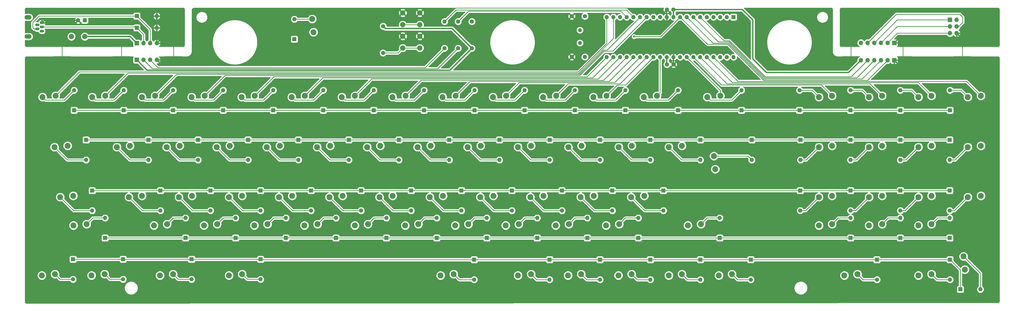
<source format=gtl>
%TF.GenerationSoftware,KiCad,Pcbnew,(5.1.6)-1*%
%TF.CreationDate,2020-05-26T23:46:38+02:00*%
%TF.ProjectId,m0116_usb,6d303131-365f-4757-9362-2e6b69636164,rev?*%
%TF.SameCoordinates,Original*%
%TF.FileFunction,Copper,L1,Top*%
%TF.FilePolarity,Positive*%
%FSLAX46Y46*%
G04 Gerber Fmt 4.6, Leading zero omitted, Abs format (unit mm)*
G04 Created by KiCad (PCBNEW (5.1.6)-1) date 2020-05-26 23:46:38*
%MOMM*%
%LPD*%
G01*
G04 APERTURE LIST*
%TA.AperFunction,ComponentPad*%
%ADD10O,1.700000X1.700000*%
%TD*%
%TA.AperFunction,ComponentPad*%
%ADD11R,1.700000X1.700000*%
%TD*%
%TA.AperFunction,ComponentPad*%
%ADD12C,2.250000*%
%TD*%
%TA.AperFunction,ComponentPad*%
%ADD13C,1.600000*%
%TD*%
%TA.AperFunction,ComponentPad*%
%ADD14R,1.600000X1.600000*%
%TD*%
%TA.AperFunction,ComponentPad*%
%ADD15O,1.600000X1.600000*%
%TD*%
%TA.AperFunction,ComponentPad*%
%ADD16C,1.500000*%
%TD*%
%TA.AperFunction,ComponentPad*%
%ADD17C,2.000000*%
%TD*%
%TA.AperFunction,ComponentPad*%
%ADD18O,1.650000X1.100000*%
%TD*%
%TA.AperFunction,ComponentPad*%
%ADD19O,2.700000X1.700000*%
%TD*%
%TA.AperFunction,ViaPad*%
%ADD20C,0.800000*%
%TD*%
%TA.AperFunction,Conductor*%
%ADD21C,0.250000*%
%TD*%
%TA.AperFunction,Conductor*%
%ADD22C,0.500000*%
%TD*%
%TA.AperFunction,Conductor*%
%ADD23C,0.254000*%
%TD*%
G04 APERTURE END LIST*
D10*
%TO.P,J6,6*%
%TO.N,+5V*%
X343408000Y-92964000D03*
%TO.P,J6,5*%
%TO.N,MOSI*%
X345948000Y-92964000D03*
%TO.P,J6,4*%
%TO.N,MISO*%
X348488000Y-92964000D03*
%TO.P,J6,3*%
%TO.N,SCK*%
X351028000Y-92964000D03*
%TO.P,J6,2*%
%TO.N,reset*%
X353568000Y-92964000D03*
D11*
%TO.P,J6,1*%
%TO.N,GND*%
X356108000Y-92964000D03*
%TD*%
D10*
%TO.P,J5,6*%
%TO.N,+5V*%
X343408000Y-86360000D03*
%TO.P,J5,5*%
%TO.N,Net-(J1-Pad4)*%
X345948000Y-86360000D03*
%TO.P,J5,4*%
%TO.N,Net-(J1-Pad1)*%
X348488000Y-86360000D03*
%TO.P,J5,3*%
%TO.N,Net-(J1-Pad3)*%
X351028000Y-86360000D03*
%TO.P,J5,2*%
%TO.N,Net-(J1-Pad5)*%
X353568000Y-86360000D03*
D11*
%TO.P,J5,1*%
%TO.N,GND*%
X356108000Y-86360000D03*
%TD*%
D10*
%TO.P,J1,6*%
%TO.N,GND*%
X379857000Y-82677000D03*
%TO.P,J1,5*%
%TO.N,Net-(J1-Pad5)*%
X377317000Y-82677000D03*
%TO.P,J1,4*%
%TO.N,Net-(J1-Pad4)*%
X379857000Y-80137000D03*
%TO.P,J1,3*%
%TO.N,Net-(J1-Pad3)*%
X377317000Y-80137000D03*
%TO.P,J1,2*%
%TO.N,+5V*%
X379857000Y-77597000D03*
D11*
%TO.P,J1,1*%
%TO.N,Net-(J1-Pad1)*%
X377317000Y-77597000D03*
%TD*%
D12*
%TO.P,MX14,1*%
%TO.N,col14*%
X289901000Y-106489000D03*
%TO.P,MX14,2*%
%TO.N,Net-(D16-Pad2)*%
X284901000Y-106989000D03*
%TD*%
D13*
%TO.P,C1,2*%
%TO.N,GND*%
X233379000Y-76200000D03*
%TO.P,C1,1*%
%TO.N,Net-(C1-Pad1)*%
X238379000Y-76200000D03*
%TD*%
D12*
%TO.P,MX1,1*%
%TO.N,col1*%
X36917000Y-106489000D03*
%TO.P,MX1,2*%
%TO.N,Net-(D3-Pad2)*%
X31917000Y-106989000D03*
%TD*%
D14*
%TO.P,D3,1*%
%TO.N,row0*%
X43942000Y-112014000D03*
D15*
%TO.P,D3,2*%
%TO.N,Net-(D3-Pad2)*%
X43942000Y-104394000D03*
%TD*%
D10*
%TO.P,J4,4*%
%TO.N,GND*%
X75438000Y-86487000D03*
%TO.P,J4,3*%
%TO.N,Net-(D2-Pad1)*%
X72898000Y-86487000D03*
%TO.P,J4,2*%
%TO.N,Net-(D1-Pad1)*%
X70358000Y-86487000D03*
D11*
%TO.P,J4,1*%
%TO.N,+5V*%
X67818000Y-86487000D03*
%TD*%
D13*
%TO.P,R3,1*%
%TO.N,Net-(J3-Pad2)*%
X190119000Y-88392000D03*
D15*
%TO.P,R3,2*%
%TO.N,D+*%
X190119000Y-78232000D03*
%TD*%
D10*
%TO.P,J3,4*%
%TO.N,GND*%
X75438000Y-92837000D03*
%TO.P,J3,3*%
%TO.N,Net-(J3-Pad3)*%
X72898000Y-92837000D03*
%TO.P,J3,2*%
%TO.N,Net-(J3-Pad2)*%
X70358000Y-92837000D03*
D11*
%TO.P,J3,1*%
%TO.N,+5V*%
X67818000Y-92837000D03*
%TD*%
D15*
%TO.P,D1,2*%
%TO.N,GND*%
X75438000Y-80645000D03*
D14*
%TO.P,D1,1*%
%TO.N,Net-(D1-Pad1)*%
X67818000Y-80645000D03*
%TD*%
D15*
%TO.P,D2,2*%
%TO.N,GND*%
X75438000Y-76136500D03*
D14*
%TO.P,D2,1*%
%TO.N,Net-(D2-Pad1)*%
X67818000Y-76136500D03*
%TD*%
D12*
%TO.P,MX62,1*%
%TO.N,col10*%
X227243000Y-155893000D03*
%TO.P,MX62,2*%
%TO.N,Net-(D64-Pad2)*%
X232243000Y-155393000D03*
%TD*%
%TO.P,MX64,1*%
%TO.N,col14*%
X277535000Y-155893000D03*
%TO.P,MX64,2*%
%TO.N,Net-(D66-Pad2)*%
X282535000Y-155393000D03*
%TD*%
D15*
%TO.P,D18,2*%
%TO.N,Net-(D18-Pad2)*%
X339471000Y-104394000D03*
D14*
%TO.P,D18,1*%
%TO.N,row0*%
X339471000Y-112014000D03*
%TD*%
D12*
%TO.P,MX3,1*%
%TO.N,col3*%
X74763000Y-106489000D03*
%TO.P,MX3,2*%
%TO.N,Net-(D5-Pad2)*%
X69763000Y-106989000D03*
%TD*%
%TO.P,MX81,1*%
%TO.N,col6*%
X135065000Y-82256000D03*
%TO.P,MX81,2*%
%TO.N,Net-(D84-Pad2)*%
X134565000Y-77256000D03*
%TD*%
%TO.P,MX80,1*%
%TO.N,col18*%
X382969000Y-172680000D03*
%TO.P,MX80,2*%
%TO.N,Net-(D83-Pad2)*%
X382469000Y-167680000D03*
%TD*%
%TO.P,MX79,1*%
%TO.N,col17*%
X365292000Y-174943000D03*
%TO.P,MX79,2*%
%TO.N,Net-(D81-Pad2)*%
X370292000Y-174443000D03*
%TD*%
%TO.P,MX78,1*%
%TO.N,col15*%
X337098000Y-174943000D03*
%TO.P,MX78,2*%
%TO.N,Net-(D80-Pad2)*%
X342098000Y-174443000D03*
%TD*%
%TO.P,MX77,1*%
%TO.N,col14*%
X289346000Y-174943000D03*
%TO.P,MX77,2*%
%TO.N,Net-(D79-Pad2)*%
X294346000Y-174443000D03*
%TD*%
%TO.P,MX76,1*%
%TO.N,col12*%
X270296000Y-174943000D03*
%TO.P,MX76,2*%
%TO.N,Net-(D78-Pad2)*%
X275296000Y-174443000D03*
%TD*%
%TO.P,MX75,1*%
%TO.N,col11*%
X251119000Y-174943000D03*
%TO.P,MX75,2*%
%TO.N,Net-(D77-Pad2)*%
X256119000Y-174443000D03*
%TD*%
%TO.P,MX74,1*%
%TO.N,col10*%
X231942000Y-174943000D03*
%TO.P,MX74,2*%
%TO.N,Net-(D76-Pad2)*%
X236942000Y-174443000D03*
%TD*%
%TO.P,MX73,1*%
%TO.N,col9*%
X212892000Y-174943000D03*
%TO.P,MX73,2*%
%TO.N,Net-(D75-Pad2)*%
X217892000Y-174443000D03*
%TD*%
%TO.P,MX72,1*%
%TO.N,col8*%
X183428000Y-174943000D03*
%TO.P,MX72,2*%
%TO.N,Net-(D74-Pad2)*%
X188428000Y-174443000D03*
%TD*%
%TO.P,MX71,1*%
%TO.N,col4*%
X102910000Y-174943000D03*
%TO.P,MX71,2*%
%TO.N,Net-(D73-Pad2)*%
X107910000Y-174443000D03*
%TD*%
%TO.P,MX70,1*%
%TO.N,col3*%
X76621000Y-174943000D03*
%TO.P,MX70,2*%
%TO.N,Net-(D72-Pad2)*%
X81621000Y-174443000D03*
%TD*%
%TO.P,MX69,1*%
%TO.N,col2*%
X50586000Y-174943000D03*
%TO.P,MX69,2*%
%TO.N,Net-(D71-Pad2)*%
X55586000Y-174443000D03*
%TD*%
%TO.P,MX68,1*%
%TO.N,col1*%
X31663000Y-174943000D03*
%TO.P,MX68,2*%
%TO.N,Net-(D70-Pad2)*%
X36663000Y-174443000D03*
%TD*%
%TO.P,MX67,1*%
%TO.N,col17*%
X365292000Y-155893000D03*
%TO.P,MX67,2*%
%TO.N,Net-(D69-Pad2)*%
X370292000Y-155393000D03*
%TD*%
%TO.P,MX66,1*%
%TO.N,col16*%
X346496000Y-155893000D03*
%TO.P,MX66,2*%
%TO.N,Net-(D68-Pad2)*%
X351496000Y-155393000D03*
%TD*%
%TO.P,MX65,1*%
%TO.N,col15*%
X327446000Y-155893000D03*
%TO.P,MX65,2*%
%TO.N,Net-(D67-Pad2)*%
X332446000Y-155393000D03*
%TD*%
%TO.P,MX63,1*%
%TO.N,col11*%
X246420000Y-155893000D03*
%TO.P,MX63,2*%
%TO.N,Net-(D65-Pad2)*%
X251420000Y-155393000D03*
%TD*%
%TO.P,MX61,1*%
%TO.N,col9*%
X208193000Y-155893000D03*
%TO.P,MX61,2*%
%TO.N,Net-(D63-Pad2)*%
X213193000Y-155393000D03*
%TD*%
%TO.P,MX60,1*%
%TO.N,col8*%
X189016000Y-155893000D03*
%TO.P,MX60,2*%
%TO.N,Net-(D62-Pad2)*%
X194016000Y-155393000D03*
%TD*%
%TO.P,MX59,1*%
%TO.N,col7*%
X169966000Y-155893000D03*
%TO.P,MX59,2*%
%TO.N,Net-(D61-Pad2)*%
X174966000Y-155393000D03*
%TD*%
%TO.P,MX58,1*%
%TO.N,col6*%
X150789000Y-155893000D03*
%TO.P,MX58,2*%
%TO.N,Net-(D60-Pad2)*%
X155789000Y-155393000D03*
%TD*%
%TO.P,MX57,1*%
%TO.N,col5*%
X131612000Y-155893000D03*
%TO.P,MX57,2*%
%TO.N,Net-(D59-Pad2)*%
X136612000Y-155393000D03*
%TD*%
%TO.P,MX56,1*%
%TO.N,col4*%
X112562000Y-155893000D03*
%TO.P,MX56,2*%
%TO.N,Net-(D58-Pad2)*%
X117562000Y-155393000D03*
%TD*%
%TO.P,MX55,1*%
%TO.N,col3*%
X93385000Y-155893000D03*
%TO.P,MX55,2*%
%TO.N,Net-(D57-Pad2)*%
X98385000Y-155393000D03*
%TD*%
%TO.P,MX54,1*%
%TO.N,col2*%
X74335000Y-155893000D03*
%TO.P,MX54,2*%
%TO.N,Net-(D56-Pad2)*%
X79335000Y-155393000D03*
%TD*%
%TO.P,MX53,1*%
%TO.N,col1*%
X43728000Y-155893000D03*
%TO.P,MX53,2*%
%TO.N,Net-(D55-Pad2)*%
X48728000Y-155393000D03*
%TD*%
%TO.P,MX52,1*%
%TO.N,col18*%
X389088000Y-144589000D03*
%TO.P,MX52,2*%
%TO.N,Net-(D54-Pad2)*%
X384088000Y-145089000D03*
%TD*%
%TO.P,MX51,1*%
%TO.N,col17*%
X370292000Y-144589000D03*
%TO.P,MX51,2*%
%TO.N,Net-(D53-Pad2)*%
X365292000Y-145089000D03*
%TD*%
%TO.P,MX50,1*%
%TO.N,col16*%
X351496000Y-144589000D03*
%TO.P,MX50,2*%
%TO.N,Net-(D52-Pad2)*%
X346496000Y-145089000D03*
%TD*%
%TO.P,MX49,1*%
%TO.N,col15*%
X332446000Y-144589000D03*
%TO.P,MX49,2*%
%TO.N,Net-(D51-Pad2)*%
X327446000Y-145089000D03*
%TD*%
%TO.P,MX48,1*%
%TO.N,col12*%
X260945000Y-144589000D03*
%TO.P,MX48,2*%
%TO.N,Net-(D50-Pad2)*%
X255945000Y-145089000D03*
%TD*%
%TO.P,MX47,1*%
%TO.N,col11*%
X241768000Y-144589000D03*
%TO.P,MX47,2*%
%TO.N,Net-(D49-Pad2)*%
X236768000Y-145089000D03*
%TD*%
%TO.P,MX46,1*%
%TO.N,col10*%
X222591000Y-144589000D03*
%TO.P,MX46,2*%
%TO.N,Net-(D48-Pad2)*%
X217591000Y-145089000D03*
%TD*%
%TO.P,MX45,1*%
%TO.N,col9*%
X203541000Y-144589000D03*
%TO.P,MX45,2*%
%TO.N,Net-(D47-Pad2)*%
X198541000Y-145089000D03*
%TD*%
%TO.P,MX44,1*%
%TO.N,col8*%
X184364000Y-144589000D03*
%TO.P,MX44,2*%
%TO.N,Net-(D46-Pad2)*%
X179364000Y-145089000D03*
%TD*%
%TO.P,MX43,1*%
%TO.N,col7*%
X165187000Y-144589000D03*
%TO.P,MX43,2*%
%TO.N,Net-(D45-Pad2)*%
X160187000Y-145089000D03*
%TD*%
%TO.P,MX42,1*%
%TO.N,col6*%
X146137000Y-144589000D03*
%TO.P,MX42,2*%
%TO.N,Net-(D44-Pad2)*%
X141137000Y-145089000D03*
%TD*%
%TO.P,MX41,1*%
%TO.N,col5*%
X126960000Y-144589000D03*
%TO.P,MX41,2*%
%TO.N,Net-(D43-Pad2)*%
X121960000Y-145089000D03*
%TD*%
%TO.P,MX40,1*%
%TO.N,col4*%
X107910000Y-144589000D03*
%TO.P,MX40,2*%
%TO.N,Net-(D42-Pad2)*%
X102910000Y-145089000D03*
%TD*%
%TO.P,MX39,1*%
%TO.N,col3*%
X88860000Y-144589000D03*
%TO.P,MX39,2*%
%TO.N,Net-(D41-Pad2)*%
X83860000Y-145089000D03*
%TD*%
%TO.P,MX38,1*%
%TO.N,col2*%
X69810000Y-144589000D03*
%TO.P,MX38,2*%
%TO.N,Net-(D40-Pad2)*%
X64810000Y-145089000D03*
%TD*%
%TO.P,MX37,1*%
%TO.N,col1*%
X43648000Y-144589000D03*
%TO.P,MX37,2*%
%TO.N,Net-(D39-Pad2)*%
X38648000Y-145089000D03*
%TD*%
%TO.P,MX36,1*%
%TO.N,col18*%
X389088000Y-125539000D03*
%TO.P,MX36,2*%
%TO.N,Net-(D38-Pad2)*%
X384088000Y-126039000D03*
%TD*%
%TO.P,MX35,1*%
%TO.N,col17*%
X370292000Y-125539000D03*
%TO.P,MX35,2*%
%TO.N,Net-(D37-Pad2)*%
X365292000Y-126039000D03*
%TD*%
%TO.P,MX34,1*%
%TO.N,col16*%
X351496000Y-125539000D03*
%TO.P,MX34,2*%
%TO.N,Net-(D36-Pad2)*%
X346496000Y-126039000D03*
%TD*%
%TO.P,MX33,1*%
%TO.N,col15*%
X332446000Y-125539000D03*
%TO.P,MX33,2*%
%TO.N,Net-(D35-Pad2)*%
X327446000Y-126039000D03*
%TD*%
%TO.P,MX32,1*%
%TO.N,col14*%
X287973000Y-134453000D03*
%TO.P,MX32,2*%
%TO.N,Net-(D34-Pad2)*%
X287473000Y-129453000D03*
%TD*%
%TO.P,MX31,1*%
%TO.N,col13*%
X275296000Y-125539000D03*
%TO.P,MX31,2*%
%TO.N,Net-(D33-Pad2)*%
X270296000Y-126039000D03*
%TD*%
%TO.P,MX30,1*%
%TO.N,col12*%
X256246000Y-125539000D03*
%TO.P,MX30,2*%
%TO.N,Net-(D32-Pad2)*%
X251246000Y-126039000D03*
%TD*%
%TO.P,MX29,1*%
%TO.N,col11*%
X237069000Y-125539000D03*
%TO.P,MX29,2*%
%TO.N,Net-(D31-Pad2)*%
X232069000Y-126039000D03*
%TD*%
%TO.P,MX28,1*%
%TO.N,col10*%
X217892000Y-125539000D03*
%TO.P,MX28,2*%
%TO.N,Net-(D30-Pad2)*%
X212892000Y-126039000D03*
%TD*%
%TO.P,MX27,1*%
%TO.N,col9*%
X198715000Y-125539000D03*
%TO.P,MX27,2*%
%TO.N,Net-(D29-Pad2)*%
X193715000Y-126039000D03*
%TD*%
%TO.P,MX26,1*%
%TO.N,col8*%
X179665000Y-125539000D03*
%TO.P,MX26,2*%
%TO.N,Net-(D28-Pad2)*%
X174665000Y-126039000D03*
%TD*%
%TO.P,MX25,1*%
%TO.N,col7*%
X160488000Y-125539000D03*
%TO.P,MX25,2*%
%TO.N,Net-(D27-Pad2)*%
X155488000Y-126039000D03*
%TD*%
%TO.P,MX24,1*%
%TO.N,col6*%
X141438000Y-125539000D03*
%TO.P,MX24,2*%
%TO.N,Net-(D26-Pad2)*%
X136438000Y-126039000D03*
%TD*%
%TO.P,MX23,1*%
%TO.N,col5*%
X122261000Y-125539000D03*
%TO.P,MX23,2*%
%TO.N,Net-(D25-Pad2)*%
X117261000Y-126039000D03*
%TD*%
%TO.P,MX22,1*%
%TO.N,col4*%
X103211000Y-125539000D03*
%TO.P,MX22,2*%
%TO.N,Net-(D24-Pad2)*%
X98211000Y-126039000D03*
%TD*%
%TO.P,MX21,1*%
%TO.N,col3*%
X84161000Y-125539000D03*
%TO.P,MX21,2*%
%TO.N,Net-(D23-Pad2)*%
X79161000Y-126039000D03*
%TD*%
%TO.P,MX20,1*%
%TO.N,col2*%
X65238000Y-125539000D03*
%TO.P,MX20,2*%
%TO.N,Net-(D22-Pad2)*%
X60238000Y-126039000D03*
%TD*%
%TO.P,MX19,1*%
%TO.N,col1*%
X41489000Y-125539000D03*
%TO.P,MX19,2*%
%TO.N,Net-(D21-Pad2)*%
X36489000Y-126039000D03*
%TD*%
%TO.P,MX18,1*%
%TO.N,col18*%
X389088000Y-106489000D03*
%TO.P,MX18,2*%
%TO.N,Net-(D20-Pad2)*%
X384088000Y-106989000D03*
%TD*%
%TO.P,MX17,1*%
%TO.N,col17*%
X370292000Y-106489000D03*
%TO.P,MX17,2*%
%TO.N,Net-(D19-Pad2)*%
X365292000Y-106989000D03*
%TD*%
%TO.P,MX16,1*%
%TO.N,col16*%
X351496000Y-106489000D03*
%TO.P,MX16,2*%
%TO.N,Net-(D18-Pad2)*%
X346496000Y-106989000D03*
%TD*%
%TO.P,MX15,1*%
%TO.N,col15*%
X332446000Y-106489000D03*
%TO.P,MX15,2*%
%TO.N,Net-(D17-Pad2)*%
X327446000Y-106989000D03*
%TD*%
%TO.P,MX13,1*%
%TO.N,col13*%
X265771000Y-106489000D03*
%TO.P,MX13,2*%
%TO.N,Net-(D15-Pad2)*%
X260771000Y-106989000D03*
%TD*%
%TO.P,MX12,1*%
%TO.N,col12*%
X246594000Y-106489000D03*
%TO.P,MX12,2*%
%TO.N,Net-(D14-Pad2)*%
X241594000Y-106989000D03*
%TD*%
%TO.P,MX11,1*%
%TO.N,col11*%
X227417000Y-106489000D03*
%TO.P,MX11,2*%
%TO.N,Net-(D13-Pad2)*%
X222417000Y-106989000D03*
%TD*%
%TO.P,MX10,1*%
%TO.N,col10*%
X208367000Y-106489000D03*
%TO.P,MX10,2*%
%TO.N,Net-(D12-Pad2)*%
X203367000Y-106989000D03*
%TD*%
%TO.P,MX9,1*%
%TO.N,col9*%
X189190000Y-106489000D03*
%TO.P,MX9,2*%
%TO.N,Net-(D11-Pad2)*%
X184190000Y-106989000D03*
%TD*%
%TO.P,MX8,1*%
%TO.N,col8*%
X170140000Y-106489000D03*
%TO.P,MX8,2*%
%TO.N,Net-(D10-Pad2)*%
X165140000Y-106989000D03*
%TD*%
%TO.P,MX7,1*%
%TO.N,col7*%
X150836000Y-106489000D03*
%TO.P,MX7,2*%
%TO.N,Net-(D9-Pad2)*%
X145836000Y-106989000D03*
%TD*%
%TO.P,MX6,1*%
%TO.N,col6*%
X131786000Y-106489000D03*
%TO.P,MX6,2*%
%TO.N,Net-(D8-Pad2)*%
X126786000Y-106989000D03*
%TD*%
%TO.P,MX5,1*%
%TO.N,col5*%
X112736000Y-106489000D03*
%TO.P,MX5,2*%
%TO.N,Net-(D7-Pad2)*%
X107736000Y-106989000D03*
%TD*%
%TO.P,MX4,1*%
%TO.N,col4*%
X93686000Y-106489000D03*
%TO.P,MX4,2*%
%TO.N,Net-(D6-Pad2)*%
X88686000Y-106989000D03*
%TD*%
%TO.P,MX2,1*%
%TO.N,col2*%
X55840000Y-106489000D03*
%TO.P,MX2,2*%
%TO.N,Net-(D4-Pad2)*%
X50840000Y-106989000D03*
%TD*%
D16*
%TO.P,Y1,2*%
%TO.N,Net-(C2-Pad1)*%
X236474000Y-86375900D03*
%TO.P,Y1,1*%
%TO.N,Net-(C1-Pad1)*%
X236474000Y-81495900D03*
%TD*%
D15*
%TO.P,U1,40*%
%TO.N,row1*%
X294944800Y-91744800D03*
%TO.P,U1,20*%
%TO.N,col1*%
X246684800Y-76504800D03*
%TO.P,U1,39*%
%TO.N,row4*%
X292404800Y-91744800D03*
%TO.P,U1,19*%
%TO.N,col2*%
X249224800Y-76504800D03*
%TO.P,U1,38*%
%TO.N,row3*%
X289864800Y-91744800D03*
%TO.P,U1,18*%
%TO.N,boot*%
X251764800Y-76504800D03*
%TO.P,U1,37*%
%TO.N,col18*%
X287324800Y-91744800D03*
%TO.P,U1,17*%
%TO.N,D+*%
X254304800Y-76504800D03*
%TO.P,U1,36*%
%TO.N,col17*%
X284784800Y-91744800D03*
%TO.P,U1,16*%
%TO.N,D-*%
X256844800Y-76504800D03*
%TO.P,U1,35*%
%TO.N,col16*%
X282244800Y-91744800D03*
%TO.P,U1,15*%
%TO.N,col3*%
X259384800Y-76504800D03*
%TO.P,U1,34*%
%TO.N,col15*%
X279704800Y-91744800D03*
%TO.P,U1,14*%
%TO.N,col4*%
X261924800Y-76504800D03*
%TO.P,U1,33*%
%TO.N,col14*%
X277164800Y-91744800D03*
%TO.P,U1,13*%
%TO.N,Net-(C1-Pad1)*%
X264464800Y-76504800D03*
%TO.P,U1,32*%
%TO.N,Net-(U1-Pad32)*%
X274624800Y-91744800D03*
%TO.P,U1,12*%
%TO.N,Net-(C2-Pad1)*%
X267004800Y-76504800D03*
%TO.P,U1,31*%
%TO.N,GND*%
X272084800Y-91744800D03*
%TO.P,U1,11*%
X269544800Y-76504800D03*
%TO.P,U1,30*%
%TO.N,+5V*%
X269544800Y-91744800D03*
%TO.P,U1,10*%
X272084800Y-76504800D03*
%TO.P,U1,29*%
%TO.N,col13*%
X267004800Y-91744800D03*
%TO.P,U1,9*%
%TO.N,reset*%
X274624800Y-76504800D03*
%TO.P,U1,28*%
%TO.N,col12*%
X264464800Y-91744800D03*
%TO.P,U1,8*%
%TO.N,SCK*%
X277164800Y-76504800D03*
%TO.P,U1,27*%
%TO.N,col11*%
X261924800Y-91744800D03*
%TO.P,U1,7*%
%TO.N,MISO*%
X279704800Y-76504800D03*
%TO.P,U1,26*%
%TO.N,col10*%
X259384800Y-91744800D03*
%TO.P,U1,6*%
%TO.N,MOSI*%
X282244800Y-76504800D03*
%TO.P,U1,25*%
%TO.N,col9*%
X256844800Y-91744800D03*
%TO.P,U1,5*%
%TO.N,Net-(U1-Pad5)*%
X284784800Y-76504800D03*
%TO.P,U1,24*%
%TO.N,col8*%
X254304800Y-91744800D03*
%TO.P,U1,4*%
%TO.N,Net-(U1-Pad4)*%
X287324800Y-76504800D03*
%TO.P,U1,23*%
%TO.N,col7*%
X251764800Y-91744800D03*
%TO.P,U1,3*%
%TO.N,row2*%
X289864800Y-76504800D03*
%TO.P,U1,22*%
%TO.N,col6*%
X249224800Y-91744800D03*
%TO.P,U1,2*%
%TO.N,row0*%
X292404800Y-76504800D03*
%TO.P,U1,21*%
%TO.N,col5*%
X246684800Y-91744800D03*
D14*
%TO.P,U1,1*%
%TO.N,Net-(U1-Pad1)*%
X294944800Y-76504800D03*
%TD*%
D17*
%TO.P,Reset1,1*%
%TO.N,GND*%
X175537000Y-83820000D03*
%TO.P,Reset1,2*%
%TO.N,reset*%
X175537000Y-88320000D03*
%TO.P,Reset1,1*%
%TO.N,GND*%
X169037000Y-83820000D03*
%TO.P,Reset1,2*%
%TO.N,reset*%
X169037000Y-88320000D03*
%TD*%
D15*
%TO.P,R5,2*%
%TO.N,+5V*%
X195326000Y-88392000D03*
D13*
%TO.P,R5,1*%
%TO.N,Net-(J3-Pad3)*%
X195326000Y-78232000D03*
%TD*%
%TO.P,R2,1*%
%TO.N,Net-(J3-Pad3)*%
X184912000Y-88392000D03*
D15*
%TO.P,R2,2*%
%TO.N,D-*%
X184912000Y-78232000D03*
%TD*%
%TO.P,R1,2*%
%TO.N,reset*%
X161544000Y-90170000D03*
D13*
%TO.P,R1,1*%
%TO.N,+5V*%
X161544000Y-80010000D03*
%TD*%
D18*
%TO.P,J2,5*%
%TO.N,GND*%
X31688000Y-78664000D03*
%TO.P,J2,4*%
%TO.N,Net-(J2-Pad4)*%
X29988000Y-79464000D03*
%TO.P,J2,3*%
%TO.N,Net-(D1-Pad1)*%
X31688000Y-80264000D03*
%TO.P,J2,2*%
%TO.N,Net-(D2-Pad1)*%
X29988000Y-81064000D03*
%TO.P,J2,1*%
%TO.N,VCC*%
X31688000Y-81864000D03*
D19*
%TO.P,J2,6*%
%TO.N,Net-(J2-Pad6)*%
X26388000Y-76614000D03*
X26388000Y-83914000D03*
%TD*%
D17*
%TO.P,F1,2*%
%TO.N,VCC*%
X42926000Y-83937000D03*
%TO.P,F1,1*%
%TO.N,+5V*%
X48006000Y-83947000D03*
%TD*%
D15*
%TO.P,D84,2*%
%TO.N,Net-(D84-Pad2)*%
X127762000Y-77343000D03*
D14*
%TO.P,D84,1*%
%TO.N,row4*%
X127762000Y-84963000D03*
%TD*%
D15*
%TO.P,D83,2*%
%TO.N,Net-(D83-Pad2)*%
X388874000Y-180213000D03*
D14*
%TO.P,D83,1*%
%TO.N,row4*%
X381254000Y-180213000D03*
%TD*%
D15*
%TO.P,D81,2*%
%TO.N,Net-(D81-Pad2)*%
X377317000Y-176530000D03*
D14*
%TO.P,D81,1*%
%TO.N,row4*%
X377317000Y-168910000D03*
%TD*%
D15*
%TO.P,D80,2*%
%TO.N,Net-(D80-Pad2)*%
X349504000Y-176530000D03*
D14*
%TO.P,D80,1*%
%TO.N,row4*%
X349504000Y-168910000D03*
%TD*%
D15*
%TO.P,D79,2*%
%TO.N,Net-(D79-Pad2)*%
X301498000Y-176530000D03*
D14*
%TO.P,D79,1*%
%TO.N,row4*%
X301498000Y-168910000D03*
%TD*%
D15*
%TO.P,D78,2*%
%TO.N,Net-(D78-Pad2)*%
X282321000Y-176530000D03*
D14*
%TO.P,D78,1*%
%TO.N,row4*%
X282321000Y-168910000D03*
%TD*%
D15*
%TO.P,D77,2*%
%TO.N,Net-(D77-Pad2)*%
X263271000Y-176530000D03*
D14*
%TO.P,D77,1*%
%TO.N,row4*%
X263271000Y-168910000D03*
%TD*%
D15*
%TO.P,D76,2*%
%TO.N,Net-(D76-Pad2)*%
X244094000Y-176530000D03*
D14*
%TO.P,D76,1*%
%TO.N,row4*%
X244094000Y-168910000D03*
%TD*%
D15*
%TO.P,D75,2*%
%TO.N,Net-(D75-Pad2)*%
X224917000Y-176530000D03*
D14*
%TO.P,D75,1*%
%TO.N,row4*%
X224917000Y-168910000D03*
%TD*%
D15*
%TO.P,D74,2*%
%TO.N,Net-(D74-Pad2)*%
X196215000Y-176530000D03*
D14*
%TO.P,D74,1*%
%TO.N,row4*%
X196215000Y-168910000D03*
%TD*%
D15*
%TO.P,D73,2*%
%TO.N,Net-(D73-Pad2)*%
X114935000Y-176403000D03*
D14*
%TO.P,D73,1*%
%TO.N,row4*%
X114935000Y-168783000D03*
%TD*%
D15*
%TO.P,D72,2*%
%TO.N,Net-(D72-Pad2)*%
X88646000Y-176403000D03*
D14*
%TO.P,D72,1*%
%TO.N,row4*%
X88646000Y-168783000D03*
%TD*%
D15*
%TO.P,D71,2*%
%TO.N,Net-(D71-Pad2)*%
X62611000Y-176403000D03*
D14*
%TO.P,D71,1*%
%TO.N,row4*%
X62611000Y-168783000D03*
%TD*%
D15*
%TO.P,D70,2*%
%TO.N,Net-(D70-Pad2)*%
X43561000Y-176403000D03*
D14*
%TO.P,D70,1*%
%TO.N,row4*%
X43561000Y-168783000D03*
%TD*%
D15*
%TO.P,D69,2*%
%TO.N,Net-(D69-Pad2)*%
X377190000Y-153035000D03*
D14*
%TO.P,D69,1*%
%TO.N,row3*%
X377190000Y-160655000D03*
%TD*%
D15*
%TO.P,D68,2*%
%TO.N,Net-(D68-Pad2)*%
X358394000Y-153035000D03*
D14*
%TO.P,D68,1*%
%TO.N,row3*%
X358394000Y-160655000D03*
%TD*%
D15*
%TO.P,D67,2*%
%TO.N,Net-(D67-Pad2)*%
X339471000Y-153035000D03*
D14*
%TO.P,D67,1*%
%TO.N,row3*%
X339471000Y-160655000D03*
%TD*%
D15*
%TO.P,D66,2*%
%TO.N,Net-(D66-Pad2)*%
X289687000Y-153035000D03*
D14*
%TO.P,D66,1*%
%TO.N,row3*%
X289687000Y-160655000D03*
%TD*%
D15*
%TO.P,D65,2*%
%TO.N,Net-(D65-Pad2)*%
X258699000Y-153035000D03*
D14*
%TO.P,D65,1*%
%TO.N,row3*%
X258699000Y-160655000D03*
%TD*%
D15*
%TO.P,D64,2*%
%TO.N,Net-(D64-Pad2)*%
X239268000Y-153035000D03*
D14*
%TO.P,D64,1*%
%TO.N,row3*%
X239268000Y-160655000D03*
%TD*%
D15*
%TO.P,D63,2*%
%TO.N,Net-(D63-Pad2)*%
X220218000Y-153035000D03*
D14*
%TO.P,D63,1*%
%TO.N,row3*%
X220218000Y-160655000D03*
%TD*%
D15*
%TO.P,D62,2*%
%TO.N,Net-(D62-Pad2)*%
X201041000Y-153035000D03*
D14*
%TO.P,D62,1*%
%TO.N,row3*%
X201041000Y-160655000D03*
%TD*%
D15*
%TO.P,D61,2*%
%TO.N,Net-(D61-Pad2)*%
X181991000Y-153035000D03*
D14*
%TO.P,D61,1*%
%TO.N,row3*%
X181991000Y-160655000D03*
%TD*%
D15*
%TO.P,D60,2*%
%TO.N,Net-(D60-Pad2)*%
X162814000Y-153035000D03*
D14*
%TO.P,D60,1*%
%TO.N,row3*%
X162814000Y-160655000D03*
%TD*%
D15*
%TO.P,D59,2*%
%TO.N,Net-(D59-Pad2)*%
X143637000Y-153035000D03*
D14*
%TO.P,D59,1*%
%TO.N,row3*%
X143637000Y-160655000D03*
%TD*%
D15*
%TO.P,D58,2*%
%TO.N,Net-(D58-Pad2)*%
X124587000Y-153035000D03*
D14*
%TO.P,D58,1*%
%TO.N,row3*%
X124587000Y-160655000D03*
%TD*%
D15*
%TO.P,D57,2*%
%TO.N,Net-(D57-Pad2)*%
X105410000Y-153035000D03*
D14*
%TO.P,D57,1*%
%TO.N,row3*%
X105410000Y-160655000D03*
%TD*%
D15*
%TO.P,D56,2*%
%TO.N,Net-(D56-Pad2)*%
X86360000Y-153035000D03*
D14*
%TO.P,D56,1*%
%TO.N,row3*%
X86360000Y-160655000D03*
%TD*%
D15*
%TO.P,D55,2*%
%TO.N,Net-(D55-Pad2)*%
X55753000Y-153035000D03*
D14*
%TO.P,D55,1*%
%TO.N,row3*%
X55753000Y-160655000D03*
%TD*%
D15*
%TO.P,D54,2*%
%TO.N,Net-(D54-Pad2)*%
X377190000Y-150241000D03*
D14*
%TO.P,D54,1*%
%TO.N,row2*%
X377190000Y-142621000D03*
%TD*%
D15*
%TO.P,D53,2*%
%TO.N,Net-(D53-Pad2)*%
X358394000Y-150241000D03*
D14*
%TO.P,D53,1*%
%TO.N,row2*%
X358394000Y-142621000D03*
%TD*%
D15*
%TO.P,D52,2*%
%TO.N,Net-(D52-Pad2)*%
X339471000Y-150241000D03*
D14*
%TO.P,D52,1*%
%TO.N,row2*%
X339471000Y-142621000D03*
%TD*%
D15*
%TO.P,D51,2*%
%TO.N,Net-(D51-Pad2)*%
X320294000Y-150241000D03*
D14*
%TO.P,D51,1*%
%TO.N,row2*%
X320294000Y-142621000D03*
%TD*%
D15*
%TO.P,D50,2*%
%TO.N,Net-(D50-Pad2)*%
X268224000Y-150241000D03*
D14*
%TO.P,D50,1*%
%TO.N,row2*%
X268224000Y-142621000D03*
%TD*%
D15*
%TO.P,D49,2*%
%TO.N,Net-(D49-Pad2)*%
X248793000Y-150241000D03*
D14*
%TO.P,D49,1*%
%TO.N,row2*%
X248793000Y-142621000D03*
%TD*%
D15*
%TO.P,D48,2*%
%TO.N,Net-(D48-Pad2)*%
X229616000Y-150241000D03*
D14*
%TO.P,D48,1*%
%TO.N,row2*%
X229616000Y-142621000D03*
%TD*%
D15*
%TO.P,D47,2*%
%TO.N,Net-(D47-Pad2)*%
X210566000Y-150241000D03*
D14*
%TO.P,D47,1*%
%TO.N,row2*%
X210566000Y-142621000D03*
%TD*%
D15*
%TO.P,D46,2*%
%TO.N,Net-(D46-Pad2)*%
X191389000Y-150241000D03*
D14*
%TO.P,D46,1*%
%TO.N,row2*%
X191389000Y-142621000D03*
%TD*%
D15*
%TO.P,D45,2*%
%TO.N,Net-(D45-Pad2)*%
X172212000Y-150241000D03*
D14*
%TO.P,D45,1*%
%TO.N,row2*%
X172212000Y-142621000D03*
%TD*%
D15*
%TO.P,D44,2*%
%TO.N,Net-(D44-Pad2)*%
X153162000Y-150241000D03*
D14*
%TO.P,D44,1*%
%TO.N,row2*%
X153162000Y-142621000D03*
%TD*%
D15*
%TO.P,D43,2*%
%TO.N,Net-(D43-Pad2)*%
X134112000Y-150241000D03*
D14*
%TO.P,D43,1*%
%TO.N,row2*%
X134112000Y-142621000D03*
%TD*%
D15*
%TO.P,D42,2*%
%TO.N,Net-(D42-Pad2)*%
X114935000Y-150241000D03*
D14*
%TO.P,D42,1*%
%TO.N,row2*%
X114935000Y-142621000D03*
%TD*%
D15*
%TO.P,D41,2*%
%TO.N,Net-(D41-Pad2)*%
X95885000Y-150241000D03*
D14*
%TO.P,D41,1*%
%TO.N,row2*%
X95885000Y-142621000D03*
%TD*%
D15*
%TO.P,D40,2*%
%TO.N,Net-(D40-Pad2)*%
X76835000Y-150241000D03*
D14*
%TO.P,D40,1*%
%TO.N,row2*%
X76835000Y-142621000D03*
%TD*%
D15*
%TO.P,D39,2*%
%TO.N,Net-(D39-Pad2)*%
X50800000Y-150241000D03*
D14*
%TO.P,D39,1*%
%TO.N,row2*%
X50800000Y-142621000D03*
%TD*%
D15*
%TO.P,D38,2*%
%TO.N,Net-(D38-Pad2)*%
X377190000Y-130937000D03*
D14*
%TO.P,D38,1*%
%TO.N,row1*%
X377190000Y-123317000D03*
%TD*%
D15*
%TO.P,D37,2*%
%TO.N,Net-(D37-Pad2)*%
X358394000Y-130937000D03*
D14*
%TO.P,D37,1*%
%TO.N,row1*%
X358394000Y-123317000D03*
%TD*%
D15*
%TO.P,D36,2*%
%TO.N,Net-(D36-Pad2)*%
X339471000Y-130937000D03*
D14*
%TO.P,D36,1*%
%TO.N,row1*%
X339471000Y-123317000D03*
%TD*%
D15*
%TO.P,D35,2*%
%TO.N,Net-(D35-Pad2)*%
X320421000Y-130937000D03*
D14*
%TO.P,D35,1*%
%TO.N,row1*%
X320421000Y-123317000D03*
%TD*%
D15*
%TO.P,D34,2*%
%TO.N,Net-(D34-Pad2)*%
X301879000Y-130937000D03*
D14*
%TO.P,D34,1*%
%TO.N,row1*%
X301879000Y-123317000D03*
%TD*%
D15*
%TO.P,D33,2*%
%TO.N,Net-(D33-Pad2)*%
X282321000Y-130937000D03*
D14*
%TO.P,D33,1*%
%TO.N,row1*%
X282321000Y-123317000D03*
%TD*%
D15*
%TO.P,D32,2*%
%TO.N,Net-(D32-Pad2)*%
X263271000Y-130937000D03*
D14*
%TO.P,D32,1*%
%TO.N,row1*%
X263271000Y-123317000D03*
%TD*%
D15*
%TO.P,D31,2*%
%TO.N,Net-(D31-Pad2)*%
X244144800Y-130937000D03*
D14*
%TO.P,D31,1*%
%TO.N,row1*%
X244144800Y-123317000D03*
%TD*%
D15*
%TO.P,D30,2*%
%TO.N,Net-(D30-Pad2)*%
X224942400Y-130937000D03*
D14*
%TO.P,D30,1*%
%TO.N,row1*%
X224942400Y-123317000D03*
%TD*%
D15*
%TO.P,D29,2*%
%TO.N,Net-(D29-Pad2)*%
X205841600Y-130937000D03*
D14*
%TO.P,D29,1*%
%TO.N,row1*%
X205841600Y-123317000D03*
%TD*%
D15*
%TO.P,D28,2*%
%TO.N,Net-(D28-Pad2)*%
X186740800Y-130937000D03*
D14*
%TO.P,D28,1*%
%TO.N,row1*%
X186740800Y-123317000D03*
%TD*%
D15*
%TO.P,D27,2*%
%TO.N,Net-(D27-Pad2)*%
X167589200Y-130937000D03*
D14*
%TO.P,D27,1*%
%TO.N,row1*%
X167589200Y-123317000D03*
%TD*%
D15*
%TO.P,D26,2*%
%TO.N,Net-(D26-Pad2)*%
X148488400Y-130937000D03*
D14*
%TO.P,D26,1*%
%TO.N,row1*%
X148488400Y-123317000D03*
%TD*%
D15*
%TO.P,D25,2*%
%TO.N,Net-(D25-Pad2)*%
X129336800Y-130937000D03*
D14*
%TO.P,D25,1*%
%TO.N,row1*%
X129336800Y-123317000D03*
%TD*%
D15*
%TO.P,D24,2*%
%TO.N,Net-(D24-Pad2)*%
X110185200Y-130937000D03*
D14*
%TO.P,D24,1*%
%TO.N,row1*%
X110185200Y-123317000D03*
%TD*%
D15*
%TO.P,D23,2*%
%TO.N,Net-(D23-Pad2)*%
X91135200Y-130937000D03*
D14*
%TO.P,D23,1*%
%TO.N,row1*%
X91135200Y-123317000D03*
%TD*%
%TO.P,D22,1*%
%TO.N,row1*%
X72237600Y-123317000D03*
D15*
%TO.P,D22,2*%
%TO.N,Net-(D22-Pad2)*%
X72237600Y-130937000D03*
%TD*%
%TO.P,D21,2*%
%TO.N,Net-(D21-Pad2)*%
X48514000Y-130937000D03*
D14*
%TO.P,D21,1*%
%TO.N,row1*%
X48514000Y-123317000D03*
%TD*%
D15*
%TO.P,D20,2*%
%TO.N,Net-(D20-Pad2)*%
X377317000Y-104394000D03*
D14*
%TO.P,D20,1*%
%TO.N,row0*%
X377317000Y-112014000D03*
%TD*%
D15*
%TO.P,D19,2*%
%TO.N,Net-(D19-Pad2)*%
X358394000Y-104394000D03*
D14*
%TO.P,D19,1*%
%TO.N,row0*%
X358394000Y-112014000D03*
%TD*%
D15*
%TO.P,D17,2*%
%TO.N,Net-(D17-Pad2)*%
X320040000Y-104394000D03*
D14*
%TO.P,D17,1*%
%TO.N,row0*%
X320040000Y-112014000D03*
%TD*%
D15*
%TO.P,D16,2*%
%TO.N,Net-(D16-Pad2)*%
X297942000Y-104394000D03*
D14*
%TO.P,D16,1*%
%TO.N,row0*%
X297942000Y-112014000D03*
%TD*%
D15*
%TO.P,D15,2*%
%TO.N,Net-(D15-Pad2)*%
X273812000Y-104394000D03*
D14*
%TO.P,D15,1*%
%TO.N,row0*%
X273812000Y-112014000D03*
%TD*%
D15*
%TO.P,D14,2*%
%TO.N,Net-(D14-Pad2)*%
X253746000Y-104394000D03*
D14*
%TO.P,D14,1*%
%TO.N,row0*%
X253746000Y-112014000D03*
%TD*%
D15*
%TO.P,D13,2*%
%TO.N,Net-(D13-Pad2)*%
X234569000Y-104394000D03*
D14*
%TO.P,D13,1*%
%TO.N,row0*%
X234569000Y-112014000D03*
%TD*%
D15*
%TO.P,D12,2*%
%TO.N,Net-(D12-Pad2)*%
X215392000Y-104394000D03*
D14*
%TO.P,D12,1*%
%TO.N,row0*%
X215392000Y-112014000D03*
%TD*%
D15*
%TO.P,D11,2*%
%TO.N,Net-(D11-Pad2)*%
X196342000Y-104394000D03*
D14*
%TO.P,D11,1*%
%TO.N,row0*%
X196342000Y-112014000D03*
%TD*%
D15*
%TO.P,D10,2*%
%TO.N,Net-(D10-Pad2)*%
X177165000Y-104394000D03*
D14*
%TO.P,D10,1*%
%TO.N,row0*%
X177165000Y-112014000D03*
%TD*%
D15*
%TO.P,D9,2*%
%TO.N,Net-(D9-Pad2)*%
X157988000Y-104394000D03*
D14*
%TO.P,D9,1*%
%TO.N,row0*%
X157988000Y-112014000D03*
%TD*%
D15*
%TO.P,D8,2*%
%TO.N,Net-(D8-Pad2)*%
X138811000Y-104394000D03*
D14*
%TO.P,D8,1*%
%TO.N,row0*%
X138811000Y-112014000D03*
%TD*%
D15*
%TO.P,D7,2*%
%TO.N,Net-(D7-Pad2)*%
X119761000Y-104394000D03*
D14*
%TO.P,D7,1*%
%TO.N,row0*%
X119761000Y-112014000D03*
%TD*%
D15*
%TO.P,D6,2*%
%TO.N,Net-(D6-Pad2)*%
X100711000Y-104394000D03*
D14*
%TO.P,D6,1*%
%TO.N,row0*%
X100711000Y-112014000D03*
%TD*%
D15*
%TO.P,D5,2*%
%TO.N,Net-(D5-Pad2)*%
X81661000Y-104394000D03*
D14*
%TO.P,D5,1*%
%TO.N,row0*%
X81661000Y-112014000D03*
%TD*%
D15*
%TO.P,D4,2*%
%TO.N,Net-(D4-Pad2)*%
X62865000Y-104394000D03*
D14*
%TO.P,D4,1*%
%TO.N,row0*%
X62865000Y-112014000D03*
%TD*%
D13*
%TO.P,C5,2*%
%TO.N,GND*%
X269584800Y-73660000D03*
%TO.P,C5,1*%
%TO.N,+5V*%
X272084800Y-73660000D03*
%TD*%
%TO.P,C4,2*%
%TO.N,GND*%
X272095600Y-94538800D03*
%TO.P,C4,1*%
%TO.N,+5V*%
X269595600Y-94538800D03*
%TD*%
%TO.P,C3,2*%
%TO.N,GND*%
X45506000Y-77724000D03*
D14*
%TO.P,C3,1*%
%TO.N,+5V*%
X48006000Y-77724000D03*
%TD*%
D13*
%TO.P,C2,2*%
%TO.N,GND*%
X233379000Y-91694000D03*
%TO.P,C2,1*%
%TO.N,Net-(C2-Pad1)*%
X238379000Y-91694000D03*
%TD*%
D17*
%TO.P,Boot1,1*%
%TO.N,GND*%
X175537000Y-74930000D03*
%TO.P,Boot1,2*%
%TO.N,boot*%
X175537000Y-79430000D03*
%TO.P,Boot1,1*%
%TO.N,GND*%
X169037000Y-74930000D03*
%TO.P,Boot1,2*%
%TO.N,boot*%
X169037000Y-79430000D03*
%TD*%
D20*
%TO.N,GND*%
X252476000Y-79375000D03*
X250317000Y-105029000D03*
X294386000Y-104648000D03*
X306959000Y-92583000D03*
X298831000Y-97155000D03*
X297688000Y-82042000D03*
%TO.N,reset*%
X257048000Y-83947000D03*
%TD*%
D21*
%TO.N,GND*%
X39370000Y-92075000D02*
X39370000Y-87122000D01*
X61976000Y-91948000D02*
X61976000Y-87503000D01*
X81788000Y-86741000D02*
X81788000Y-91948000D01*
X339598000Y-92075000D02*
X339598000Y-86995000D01*
X359410000Y-86106000D02*
X359410000Y-92837000D01*
X382016000Y-86995000D02*
X382016000Y-92456000D01*
D22*
X272084800Y-94528000D02*
X272095600Y-94538800D01*
X272084800Y-91744800D02*
X272084800Y-94528000D01*
X269544800Y-73700000D02*
X269584800Y-73660000D01*
X269544800Y-76504800D02*
X269544800Y-73700000D01*
X356108000Y-86360000D02*
X357378000Y-85090000D01*
X356108000Y-92964000D02*
X357505000Y-94361000D01*
X379857000Y-82677000D02*
X381254000Y-84074000D01*
X31438000Y-78664000D02*
X31826000Y-78664000D01*
X31826000Y-78664000D02*
X32766000Y-77724000D01*
X45506000Y-77724000D02*
X43815000Y-77724000D01*
X75438000Y-92837000D02*
X76708000Y-94107000D01*
X75438000Y-86487000D02*
X76708000Y-85217000D01*
D21*
%TO.N,boot*%
X169037000Y-79430000D02*
X175537000Y-79430000D01*
D22*
%TO.N,+5V*%
X65278000Y-83947000D02*
X67818000Y-86487000D01*
X48006000Y-83947000D02*
X65278000Y-83947000D01*
X186934981Y-96783019D02*
X195326000Y-88392000D01*
X187814001Y-80880001D02*
X195326000Y-88392000D01*
X162414001Y-80880001D02*
X187814001Y-80880001D01*
X161544000Y-80010000D02*
X162414001Y-80880001D01*
X343408000Y-92964000D02*
X338709000Y-97663000D01*
X338709000Y-97663000D02*
X307467000Y-97663000D01*
X307467000Y-97663000D02*
X302260000Y-92456000D01*
X302260000Y-92456000D02*
X302260000Y-77597000D01*
X298323000Y-73660000D02*
X272084800Y-73660000D01*
X302260000Y-77597000D02*
X298323000Y-73660000D01*
X269544800Y-94488000D02*
X269595600Y-94538800D01*
X269544800Y-91744800D02*
X269544800Y-94488000D01*
X272084800Y-73660000D02*
X272084800Y-76504800D01*
X67818000Y-92837000D02*
X71764019Y-96783019D01*
X71764019Y-96783019D02*
X186934981Y-96783019D01*
D21*
%TO.N,Net-(D1-Pad1)*%
X67437000Y-80264000D02*
X67818000Y-80645000D01*
X31438000Y-80264000D02*
X67437000Y-80264000D01*
X70358000Y-83185000D02*
X67818000Y-80645000D01*
X70358000Y-86487000D02*
X70358000Y-83185000D01*
%TO.N,Net-(D2-Pad1)*%
X28194000Y-80518000D02*
X28740000Y-81064000D01*
X28194000Y-78613000D02*
X28194000Y-80518000D01*
X67818000Y-76136500D02*
X30670500Y-76136500D01*
X28740000Y-81064000D02*
X30238000Y-81064000D01*
X30670500Y-76136500D02*
X28194000Y-78613000D01*
X72898000Y-81216500D02*
X67818000Y-76136500D01*
X72898000Y-86487000D02*
X72898000Y-81216500D01*
%TO.N,Net-(D3-Pad2)*%
X40222001Y-108113999D02*
X43942000Y-104394000D01*
X33041999Y-108113999D02*
X40222001Y-108113999D01*
X31917000Y-106989000D02*
X33041999Y-108113999D01*
%TO.N,Net-(D4-Pad2)*%
X59145001Y-108113999D02*
X62865000Y-104394000D01*
X51964999Y-108113999D02*
X59145001Y-108113999D01*
X50840000Y-106989000D02*
X51964999Y-108113999D01*
%TO.N,Net-(D5-Pad2)*%
X77941001Y-108113999D02*
X81661000Y-104394000D01*
X70887999Y-108113999D02*
X77941001Y-108113999D01*
X69763000Y-106989000D02*
X70887999Y-108113999D01*
%TO.N,Net-(D6-Pad2)*%
X96991001Y-108113999D02*
X100711000Y-104394000D01*
X89810999Y-108113999D02*
X96991001Y-108113999D01*
X88686000Y-106989000D02*
X89810999Y-108113999D01*
%TO.N,Net-(D7-Pad2)*%
X116041001Y-108113999D02*
X119761000Y-104394000D01*
X108860999Y-108113999D02*
X116041001Y-108113999D01*
X107736000Y-106989000D02*
X108860999Y-108113999D01*
%TO.N,Net-(D8-Pad2)*%
X135091001Y-108113999D02*
X138811000Y-104394000D01*
X127910999Y-108113999D02*
X135091001Y-108113999D01*
X126786000Y-106989000D02*
X127910999Y-108113999D01*
%TO.N,Net-(D9-Pad2)*%
X154268001Y-108113999D02*
X157988000Y-104394000D01*
X146960999Y-108113999D02*
X154268001Y-108113999D01*
X145836000Y-106989000D02*
X146960999Y-108113999D01*
%TO.N,Net-(D10-Pad2)*%
X173445001Y-108113999D02*
X177165000Y-104394000D01*
X166264999Y-108113999D02*
X173445001Y-108113999D01*
X165140000Y-106989000D02*
X166264999Y-108113999D01*
%TO.N,Net-(D11-Pad2)*%
X192622001Y-108113999D02*
X196342000Y-104394000D01*
X185314999Y-108113999D02*
X192622001Y-108113999D01*
X184190000Y-106989000D02*
X185314999Y-108113999D01*
%TO.N,Net-(D12-Pad2)*%
X211672001Y-108113999D02*
X215392000Y-104394000D01*
X204491999Y-108113999D02*
X211672001Y-108113999D01*
X203367000Y-106989000D02*
X204491999Y-108113999D01*
%TO.N,Net-(D13-Pad2)*%
X223541999Y-108113999D02*
X230849001Y-108113999D01*
X230849001Y-108113999D02*
X234569000Y-104394000D01*
X222417000Y-106989000D02*
X223541999Y-108113999D01*
%TO.N,Net-(D14-Pad2)*%
X242718999Y-108113999D02*
X250026001Y-108113999D01*
X250026001Y-108113999D02*
X253746000Y-104394000D01*
X241594000Y-106989000D02*
X242718999Y-108113999D01*
%TO.N,Net-(D15-Pad2)*%
X270092001Y-108113999D02*
X273812000Y-104394000D01*
X261895999Y-108113999D02*
X270092001Y-108113999D01*
X260771000Y-106989000D02*
X261895999Y-108113999D01*
%TO.N,Net-(D16-Pad2)*%
X294222001Y-108113999D02*
X297942000Y-104394000D01*
X286025999Y-108113999D02*
X294222001Y-108113999D01*
X284901000Y-106989000D02*
X286025999Y-108113999D01*
%TO.N,Net-(D17-Pad2)*%
X324851000Y-104394000D02*
X327446000Y-106989000D01*
X320040000Y-104394000D02*
X324851000Y-104394000D01*
%TO.N,Net-(D18-Pad2)*%
X343901000Y-104394000D02*
X346496000Y-106989000D01*
X339471000Y-104394000D02*
X343901000Y-104394000D01*
%TO.N,Net-(D19-Pad2)*%
X362697000Y-104394000D02*
X365292000Y-106989000D01*
X358394000Y-104394000D02*
X362697000Y-104394000D01*
%TO.N,Net-(D20-Pad2)*%
X381493000Y-104394000D02*
X384088000Y-106989000D01*
X377317000Y-104394000D02*
X381493000Y-104394000D01*
%TO.N,Net-(D21-Pad2)*%
X41387000Y-130937000D02*
X48514000Y-130937000D01*
X36489000Y-126039000D02*
X41387000Y-130937000D01*
%TO.N,Net-(D22-Pad2)*%
X65136000Y-130937000D02*
X72237600Y-130937000D01*
X60238000Y-126039000D02*
X65136000Y-130937000D01*
%TO.N,Net-(D23-Pad2)*%
X84059000Y-130937000D02*
X91135200Y-130937000D01*
X79161000Y-126039000D02*
X84059000Y-130937000D01*
%TO.N,Net-(D24-Pad2)*%
X103109000Y-130937000D02*
X98211000Y-126039000D01*
X110185200Y-130937000D02*
X103109000Y-130937000D01*
%TO.N,Net-(D25-Pad2)*%
X122159000Y-130937000D02*
X129336800Y-130937000D01*
X117261000Y-126039000D02*
X122159000Y-130937000D01*
%TO.N,Net-(D26-Pad2)*%
X141336000Y-130937000D02*
X148488400Y-130937000D01*
X136438000Y-126039000D02*
X141336000Y-130937000D01*
%TO.N,Net-(D27-Pad2)*%
X160386000Y-130937000D02*
X167589200Y-130937000D01*
X155488000Y-126039000D02*
X160386000Y-130937000D01*
%TO.N,Net-(D28-Pad2)*%
X179563000Y-130937000D02*
X186740800Y-130937000D01*
X174665000Y-126039000D02*
X179563000Y-130937000D01*
%TO.N,Net-(D29-Pad2)*%
X198613000Y-130937000D02*
X205841600Y-130937000D01*
X193715000Y-126039000D02*
X198613000Y-130937000D01*
%TO.N,Net-(D30-Pad2)*%
X217790000Y-130937000D02*
X224942400Y-130937000D01*
X212892000Y-126039000D02*
X217790000Y-130937000D01*
%TO.N,Net-(D31-Pad2)*%
X236967000Y-130937000D02*
X244144800Y-130937000D01*
X232069000Y-126039000D02*
X236967000Y-130937000D01*
%TO.N,Net-(D32-Pad2)*%
X256144000Y-130937000D02*
X263271000Y-130937000D01*
X251246000Y-126039000D02*
X256144000Y-130937000D01*
%TO.N,Net-(D33-Pad2)*%
X275194000Y-130937000D02*
X282321000Y-130937000D01*
X270296000Y-126039000D02*
X275194000Y-130937000D01*
%TO.N,Net-(D34-Pad2)*%
X300395000Y-129453000D02*
X301879000Y-130937000D01*
X287473000Y-129453000D02*
X300395000Y-129453000D01*
%TO.N,Net-(D35-Pad2)*%
X322548000Y-130937000D02*
X327446000Y-126039000D01*
X320421000Y-130937000D02*
X322548000Y-130937000D01*
%TO.N,Net-(D36-Pad2)*%
X341598000Y-130937000D02*
X346496000Y-126039000D01*
X339471000Y-130937000D02*
X341598000Y-130937000D01*
%TO.N,Net-(D37-Pad2)*%
X360394000Y-130937000D02*
X365292000Y-126039000D01*
X358394000Y-130937000D02*
X360394000Y-130937000D01*
%TO.N,Net-(D38-Pad2)*%
X379190000Y-130937000D02*
X384088000Y-126039000D01*
X377190000Y-130937000D02*
X379190000Y-130937000D01*
%TO.N,Net-(D39-Pad2)*%
X43800000Y-150241000D02*
X50800000Y-150241000D01*
X38648000Y-145089000D02*
X43800000Y-150241000D01*
%TO.N,Net-(D40-Pad2)*%
X69962000Y-150241000D02*
X76835000Y-150241000D01*
X64810000Y-145089000D02*
X69962000Y-150241000D01*
%TO.N,Net-(D41-Pad2)*%
X89012000Y-150241000D02*
X95885000Y-150241000D01*
X83860000Y-145089000D02*
X89012000Y-150241000D01*
%TO.N,Net-(D42-Pad2)*%
X108062000Y-150241000D02*
X114935000Y-150241000D01*
X102910000Y-145089000D02*
X108062000Y-150241000D01*
%TO.N,Net-(D43-Pad2)*%
X127112000Y-150241000D02*
X134112000Y-150241000D01*
X121960000Y-145089000D02*
X127112000Y-150241000D01*
%TO.N,Net-(D44-Pad2)*%
X146289000Y-150241000D02*
X153162000Y-150241000D01*
X141137000Y-145089000D02*
X146289000Y-150241000D01*
%TO.N,Net-(D45-Pad2)*%
X165339000Y-150241000D02*
X172212000Y-150241000D01*
X160187000Y-145089000D02*
X165339000Y-150241000D01*
%TO.N,Net-(D46-Pad2)*%
X184516000Y-150241000D02*
X191389000Y-150241000D01*
X179364000Y-145089000D02*
X184516000Y-150241000D01*
%TO.N,Net-(D47-Pad2)*%
X203693000Y-150241000D02*
X210566000Y-150241000D01*
X198541000Y-145089000D02*
X203693000Y-150241000D01*
%TO.N,Net-(D48-Pad2)*%
X222743000Y-150241000D02*
X229616000Y-150241000D01*
X217591000Y-145089000D02*
X222743000Y-150241000D01*
%TO.N,Net-(D49-Pad2)*%
X241920000Y-150241000D02*
X248793000Y-150241000D01*
X236768000Y-145089000D02*
X241920000Y-150241000D01*
%TO.N,Net-(D50-Pad2)*%
X261097000Y-150241000D02*
X268224000Y-150241000D01*
X255945000Y-145089000D02*
X261097000Y-150241000D01*
%TO.N,Net-(D51-Pad2)*%
X322294000Y-150241000D02*
X327446000Y-145089000D01*
X320294000Y-150241000D02*
X322294000Y-150241000D01*
%TO.N,Net-(D52-Pad2)*%
X341344000Y-150241000D02*
X346496000Y-145089000D01*
X339471000Y-150241000D02*
X341344000Y-150241000D01*
%TO.N,Net-(D53-Pad2)*%
X360140000Y-150241000D02*
X365292000Y-145089000D01*
X358394000Y-150241000D02*
X360140000Y-150241000D01*
%TO.N,Net-(D54-Pad2)*%
X378936000Y-150241000D02*
X384088000Y-145089000D01*
X377190000Y-150241000D02*
X378936000Y-150241000D01*
%TO.N,Net-(D55-Pad2)*%
X51086000Y-153035000D02*
X48728000Y-155393000D01*
X55753000Y-153035000D02*
X51086000Y-153035000D01*
%TO.N,Net-(D56-Pad2)*%
X81693000Y-153035000D02*
X79335000Y-155393000D01*
X86360000Y-153035000D02*
X81693000Y-153035000D01*
%TO.N,Net-(D57-Pad2)*%
X100743000Y-153035000D02*
X98385000Y-155393000D01*
X105410000Y-153035000D02*
X100743000Y-153035000D01*
%TO.N,Net-(D58-Pad2)*%
X119920000Y-153035000D02*
X117562000Y-155393000D01*
X124587000Y-153035000D02*
X119920000Y-153035000D01*
%TO.N,Net-(D59-Pad2)*%
X138970000Y-153035000D02*
X136612000Y-155393000D01*
X143637000Y-153035000D02*
X138970000Y-153035000D01*
%TO.N,Net-(D60-Pad2)*%
X158147000Y-153035000D02*
X155789000Y-155393000D01*
X162814000Y-153035000D02*
X158147000Y-153035000D01*
%TO.N,Net-(D61-Pad2)*%
X177324000Y-153035000D02*
X174966000Y-155393000D01*
X181991000Y-153035000D02*
X177324000Y-153035000D01*
%TO.N,Net-(D62-Pad2)*%
X196374000Y-153035000D02*
X194016000Y-155393000D01*
X201041000Y-153035000D02*
X196374000Y-153035000D01*
%TO.N,Net-(D63-Pad2)*%
X215551000Y-153035000D02*
X213193000Y-155393000D01*
X220218000Y-153035000D02*
X215551000Y-153035000D01*
%TO.N,Net-(D64-Pad2)*%
X234601000Y-153035000D02*
X232243000Y-155393000D01*
X239268000Y-153035000D02*
X234601000Y-153035000D01*
%TO.N,Net-(D65-Pad2)*%
X253778000Y-153035000D02*
X251420000Y-155393000D01*
X258699000Y-153035000D02*
X253778000Y-153035000D01*
%TO.N,Net-(D66-Pad2)*%
X284893000Y-153035000D02*
X282535000Y-155393000D01*
X289687000Y-153035000D02*
X284893000Y-153035000D01*
%TO.N,Net-(D67-Pad2)*%
X334804000Y-153035000D02*
X332446000Y-155393000D01*
X339471000Y-153035000D02*
X334804000Y-153035000D01*
%TO.N,Net-(D68-Pad2)*%
X353854000Y-153035000D02*
X351496000Y-155393000D01*
X358394000Y-153035000D02*
X353854000Y-153035000D01*
%TO.N,Net-(D69-Pad2)*%
X372650000Y-153035000D02*
X370292000Y-155393000D01*
X377190000Y-153035000D02*
X372650000Y-153035000D01*
%TO.N,Net-(D70-Pad2)*%
X38623000Y-176403000D02*
X36663000Y-174443000D01*
X43561000Y-176403000D02*
X38623000Y-176403000D01*
%TO.N,Net-(D71-Pad2)*%
X57546000Y-176403000D02*
X55586000Y-174443000D01*
X62611000Y-176403000D02*
X57546000Y-176403000D01*
%TO.N,Net-(D72-Pad2)*%
X83581000Y-176403000D02*
X81621000Y-174443000D01*
X88646000Y-176403000D02*
X83581000Y-176403000D01*
%TO.N,Net-(D73-Pad2)*%
X109870000Y-176403000D02*
X107910000Y-174443000D01*
X114935000Y-176403000D02*
X109870000Y-176403000D01*
%TO.N,Net-(D74-Pad2)*%
X190515000Y-176530000D02*
X188428000Y-174443000D01*
X196215000Y-176530000D02*
X190515000Y-176530000D01*
%TO.N,Net-(D75-Pad2)*%
X219979000Y-176530000D02*
X217892000Y-174443000D01*
X224917000Y-176530000D02*
X219979000Y-176530000D01*
%TO.N,Net-(D76-Pad2)*%
X239029000Y-176530000D02*
X236942000Y-174443000D01*
X244094000Y-176530000D02*
X239029000Y-176530000D01*
%TO.N,Net-(D77-Pad2)*%
X258206000Y-176530000D02*
X256119000Y-174443000D01*
X263271000Y-176530000D02*
X258206000Y-176530000D01*
%TO.N,Net-(D78-Pad2)*%
X277383000Y-176530000D02*
X275296000Y-174443000D01*
X282321000Y-176530000D02*
X277383000Y-176530000D01*
%TO.N,Net-(D79-Pad2)*%
X296433000Y-176530000D02*
X294346000Y-174443000D01*
X301498000Y-176530000D02*
X296433000Y-176530000D01*
%TO.N,Net-(D80-Pad2)*%
X344185000Y-176530000D02*
X342098000Y-174443000D01*
X349504000Y-176530000D02*
X344185000Y-176530000D01*
%TO.N,Net-(D81-Pad2)*%
X372379000Y-176530000D02*
X370292000Y-174443000D01*
X377317000Y-176530000D02*
X372379000Y-176530000D01*
%TO.N,Net-(D83-Pad2)*%
X388874000Y-174085000D02*
X382469000Y-167680000D01*
X388874000Y-180213000D02*
X388874000Y-174085000D01*
%TO.N,Net-(D84-Pad2)*%
X134478000Y-77343000D02*
X134565000Y-77256000D01*
X127762000Y-77343000D02*
X134478000Y-77343000D01*
%TO.N,reset*%
X167187000Y-90170000D02*
X169037000Y-88320000D01*
X161544000Y-90170000D02*
X167187000Y-90170000D01*
X169037000Y-88320000D02*
X175537000Y-88320000D01*
X274624800Y-76504800D02*
X267182600Y-83947000D01*
X267182600Y-83947000D02*
X257048000Y-83947000D01*
X257048000Y-83947000D02*
X257048000Y-83947000D01*
X353568000Y-92964000D02*
X345970040Y-100561960D01*
X345970040Y-100561960D02*
X306428960Y-100561960D01*
X306428960Y-100561960D02*
X292735000Y-86868000D01*
X284988000Y-86868000D02*
X274624800Y-76504800D01*
X292735000Y-86868000D02*
X284988000Y-86868000D01*
%TO.N,MOSI*%
X345948000Y-92964000D02*
X339700070Y-99211930D01*
X306988160Y-99211930D02*
X293294200Y-85517970D01*
X339700070Y-99211930D02*
X306988160Y-99211930D01*
X291257970Y-85517970D02*
X282244800Y-76504800D01*
X293294200Y-85517970D02*
X291257970Y-85517970D01*
%TO.N,SCK*%
X351028000Y-92964000D02*
X343880050Y-100111950D01*
X306615360Y-100111950D02*
X292921400Y-86417990D01*
X343880050Y-100111950D02*
X306615360Y-100111950D01*
X287077990Y-86417990D02*
X277164800Y-76504800D01*
X292921400Y-86417990D02*
X287077990Y-86417990D01*
%TO.N,MISO*%
X348488000Y-92964000D02*
X341790060Y-99661940D01*
X306801760Y-99661940D02*
X293107800Y-85967980D01*
X341790060Y-99661940D02*
X306801760Y-99661940D01*
X289167980Y-85967980D02*
X279704800Y-76504800D01*
X293107800Y-85967980D02*
X289167980Y-85967980D01*
%TO.N,D+*%
X254304800Y-76504800D02*
X252095000Y-74295000D01*
X194056000Y-74295000D02*
X190119000Y-78232000D01*
X252095000Y-74295000D02*
X194056000Y-74295000D01*
%TO.N,D-*%
X254184990Y-73844990D02*
X256844800Y-76504800D01*
X189299010Y-73844990D02*
X254184990Y-73844990D01*
X184912000Y-78232000D02*
X189299010Y-73844990D01*
%TO.N,Net-(J3-Pad3)*%
X184912000Y-88392000D02*
X177546000Y-95758000D01*
X75819000Y-95758000D02*
X72898000Y-92837000D01*
X177546000Y-95758000D02*
X75819000Y-95758000D01*
%TO.N,Net-(J3-Pad2)*%
X73729009Y-96208009D02*
X182302991Y-96208009D01*
X182302991Y-96208009D02*
X190119000Y-88392000D01*
X70358000Y-92837000D02*
X73729009Y-96208009D01*
%TO.N,col1*%
X246684800Y-86558970D02*
X246684800Y-76504800D01*
X235834770Y-97409000D02*
X246684800Y-86558970D01*
X36917000Y-106489000D02*
X45997000Y-97409000D01*
X45997000Y-97409000D02*
X235834770Y-97409000D01*
%TO.N,col2*%
X249224800Y-84655380D02*
X249224800Y-76504800D01*
X236021170Y-97859010D02*
X249224800Y-84655380D01*
X55840000Y-106489000D02*
X64469990Y-97859010D01*
X64469990Y-97859010D02*
X236021170Y-97859010D01*
%TO.N,col3*%
X245431600Y-89084990D02*
X246804610Y-89084990D01*
X236207570Y-98309020D02*
X245431600Y-89084990D01*
X74763000Y-106489000D02*
X82942980Y-98309020D01*
X246804610Y-89084990D02*
X259384800Y-76504800D01*
X82942980Y-98309020D02*
X236207570Y-98309020D01*
%TO.N,col4*%
X248894600Y-89535000D02*
X261924800Y-76504800D01*
X245618000Y-89535000D02*
X248894600Y-89535000D01*
X93686000Y-106489000D02*
X101415970Y-98759030D01*
X236393971Y-98759029D02*
X245618000Y-89535000D01*
X101415970Y-98759030D02*
X236393971Y-98759029D01*
%TO.N,col5*%
X120015962Y-99209038D02*
X239220562Y-99209038D01*
X239220562Y-99209038D02*
X246684800Y-91744800D01*
X112736000Y-106489000D02*
X120015962Y-99209038D01*
%TO.N,col6*%
X138615953Y-99659047D02*
X241310553Y-99659047D01*
X241310553Y-99659047D02*
X249224800Y-91744800D01*
X131786000Y-106489000D02*
X138615953Y-99659047D01*
%TO.N,col7*%
X243400544Y-100109056D02*
X251764800Y-91744800D01*
X157215944Y-100109056D02*
X243400544Y-100109056D01*
X150836000Y-106489000D02*
X157215944Y-100109056D01*
%TO.N,col8*%
X176069935Y-100559065D02*
X245490535Y-100559065D01*
X245490535Y-100559065D02*
X254304800Y-91744800D01*
X170140000Y-106489000D02*
X176069935Y-100559065D01*
%TO.N,col9*%
X247580526Y-101009074D02*
X256844800Y-91744800D01*
X194669926Y-101009074D02*
X247580526Y-101009074D01*
X189190000Y-106489000D02*
X194669926Y-101009074D01*
%TO.N,col10*%
X249670517Y-101459083D02*
X259384800Y-91744800D01*
X213396917Y-101459083D02*
X249670517Y-101459083D01*
X208367000Y-106489000D02*
X213396917Y-101459083D01*
%TO.N,col11*%
X251760508Y-101909092D02*
X261924800Y-91744800D01*
X231996908Y-101909092D02*
X251760508Y-101909092D01*
X227417000Y-106489000D02*
X231996908Y-101909092D01*
%TO.N,col12*%
X246594000Y-106489000D02*
X250723898Y-102359102D01*
X253850498Y-102359102D02*
X264464800Y-91744800D01*
X250723898Y-102359102D02*
X253850498Y-102359102D01*
%TO.N,col13*%
X267004800Y-105255200D02*
X265771000Y-106489000D01*
X267004800Y-91744800D02*
X267004800Y-105255200D01*
%TO.N,col14*%
X289901000Y-104481000D02*
X277164800Y-91744800D01*
X289901000Y-106489000D02*
X289901000Y-104481000D01*
%TO.N,col15*%
X279704800Y-91744800D02*
X290322000Y-102362000D01*
X328319000Y-102362000D02*
X332446000Y-106489000D01*
X290322000Y-102362000D02*
X328319000Y-102362000D01*
%TO.N,col16*%
X282244800Y-91744800D02*
X292411990Y-101911990D01*
X346918990Y-101911990D02*
X351496000Y-106489000D01*
X292411990Y-101911990D02*
X346918990Y-101911990D01*
%TO.N,col17*%
X284784800Y-91744800D02*
X294501980Y-101461980D01*
X365264980Y-101461980D02*
X370292000Y-106489000D01*
X294501980Y-101461980D02*
X365264980Y-101461980D01*
%TO.N,col18*%
X287324800Y-91744800D02*
X296591970Y-101011970D01*
X383610970Y-101011970D02*
X389088000Y-106489000D01*
X296591970Y-101011970D02*
X383610970Y-101011970D01*
%TO.N,row0*%
X43942000Y-112014000D02*
X62865000Y-112014000D01*
X377317000Y-112014000D02*
X358394000Y-112014000D01*
X358394000Y-112014000D02*
X339471000Y-112014000D01*
X339471000Y-112014000D02*
X320040000Y-112014000D01*
X297942000Y-112014000D02*
X320040000Y-112014000D01*
X297942000Y-112014000D02*
X273812000Y-112014000D01*
X273812000Y-112014000D02*
X253746000Y-112014000D01*
X253746000Y-112014000D02*
X234569000Y-112014000D01*
X234569000Y-112014000D02*
X215392000Y-112014000D01*
X215392000Y-112014000D02*
X196342000Y-112014000D01*
X196342000Y-112014000D02*
X177165000Y-112014000D01*
X177165000Y-112014000D02*
X157988000Y-112014000D01*
X157988000Y-112014000D02*
X138811000Y-112014000D01*
X138811000Y-112014000D02*
X119761000Y-112014000D01*
X119761000Y-112014000D02*
X100711000Y-112014000D01*
X100711000Y-112014000D02*
X81661000Y-112014000D01*
X81661000Y-112014000D02*
X62865000Y-112014000D01*
%TO.N,row1*%
X377190000Y-123317000D02*
X48514000Y-123317000D01*
%TO.N,row2*%
X377190000Y-142621000D02*
X50800000Y-142621000D01*
%TO.N,row3*%
X377190000Y-160655000D02*
X55753000Y-160655000D01*
%TO.N,row4*%
X381254000Y-172847000D02*
X381254000Y-180213000D01*
X377317000Y-168910000D02*
X381254000Y-172847000D01*
X377317000Y-168910000D02*
X244621002Y-168910000D01*
X244094000Y-168910000D02*
X196215000Y-168910000D01*
X43688000Y-168910000D02*
X43561000Y-168783000D01*
X115062000Y-168910000D02*
X114935000Y-168783000D01*
X196215000Y-168910000D02*
X115062000Y-168910000D01*
X114935000Y-168783000D02*
X88646000Y-168783000D01*
X88646000Y-168783000D02*
X62611000Y-168783000D01*
X62611000Y-168783000D02*
X43561000Y-168783000D01*
%TO.N,Net-(J1-Pad5)*%
X357251000Y-82677000D02*
X377317000Y-82677000D01*
X353568000Y-86360000D02*
X357251000Y-82677000D01*
%TO.N,Net-(J1-Pad4)*%
X345948000Y-86360000D02*
X356870000Y-75438000D01*
X356870000Y-75438000D02*
X381000000Y-75438000D01*
X381000000Y-75438000D02*
X382143000Y-76581000D01*
X382143000Y-76581000D02*
X382143000Y-78613000D01*
X380619000Y-80137000D02*
X379857000Y-80137000D01*
X382143000Y-78613000D02*
X380619000Y-80137000D01*
%TO.N,Net-(J1-Pad3)*%
X357251000Y-80137000D02*
X351028000Y-86360000D01*
X377317000Y-80137000D02*
X357251000Y-80137000D01*
%TO.N,Net-(J1-Pad1)*%
X357251000Y-77597000D02*
X377317000Y-77597000D01*
X348488000Y-86360000D02*
X357251000Y-77597000D01*
%TD*%
D23*
%TO.N,GND*%
G36*
X42861595Y-91588850D02*
G01*
X42861598Y-91588850D01*
X42893581Y-91592000D01*
X58452419Y-91592000D01*
X58485661Y-91588726D01*
X58502137Y-91588726D01*
X58511302Y-91587763D01*
X58696407Y-91567000D01*
X65244752Y-91567000D01*
X65467595Y-91588850D01*
X65467598Y-91588850D01*
X65499581Y-91592000D01*
X66470705Y-91592000D01*
X66437463Y-91632506D01*
X66378498Y-91742820D01*
X66342188Y-91862518D01*
X66329928Y-91987000D01*
X66329928Y-93687000D01*
X66342188Y-93811482D01*
X66378498Y-93931180D01*
X66437463Y-94041494D01*
X66516815Y-94138185D01*
X66613506Y-94217537D01*
X66723820Y-94276502D01*
X66843518Y-94312812D01*
X66968000Y-94325072D01*
X68054494Y-94325072D01*
X70378421Y-96649000D01*
X46034322Y-96649000D01*
X45996999Y-96645324D01*
X45959676Y-96649000D01*
X45959667Y-96649000D01*
X45848014Y-96659997D01*
X45704753Y-96703454D01*
X45572723Y-96774026D01*
X45490615Y-96841411D01*
X45456999Y-96868999D01*
X45433201Y-96897997D01*
X37504046Y-104827152D01*
X37430373Y-104796636D01*
X37090345Y-104729000D01*
X36743655Y-104729000D01*
X36403627Y-104796636D01*
X36083327Y-104929308D01*
X35795065Y-105121919D01*
X35549919Y-105367065D01*
X35357308Y-105655327D01*
X35224636Y-105975627D01*
X35157000Y-106315655D01*
X35157000Y-106662345D01*
X35224636Y-107002373D01*
X35357308Y-107322673D01*
X35378239Y-107353999D01*
X33638878Y-107353999D01*
X33677000Y-107162345D01*
X33677000Y-106815655D01*
X33609364Y-106475627D01*
X33476692Y-106155327D01*
X33284081Y-105867065D01*
X33038935Y-105621919D01*
X32750673Y-105429308D01*
X32430373Y-105296636D01*
X32090345Y-105229000D01*
X31743655Y-105229000D01*
X31403627Y-105296636D01*
X31083327Y-105429308D01*
X30795065Y-105621919D01*
X30549919Y-105867065D01*
X30357308Y-106155327D01*
X30224636Y-106475627D01*
X30157000Y-106815655D01*
X30157000Y-107162345D01*
X30224636Y-107502373D01*
X30357308Y-107822673D01*
X30549919Y-108110935D01*
X30795065Y-108356081D01*
X31083327Y-108548692D01*
X31403627Y-108681364D01*
X31743655Y-108749000D01*
X32090345Y-108749000D01*
X32430373Y-108681364D01*
X32500587Y-108652281D01*
X32501998Y-108654000D01*
X32617723Y-108748973D01*
X32749752Y-108819545D01*
X32893013Y-108863002D01*
X33004666Y-108873999D01*
X33004676Y-108873999D01*
X33041999Y-108877675D01*
X33079322Y-108873999D01*
X40184679Y-108873999D01*
X40222001Y-108877675D01*
X40259323Y-108873999D01*
X40259334Y-108873999D01*
X40370987Y-108863002D01*
X40514248Y-108819545D01*
X40646277Y-108748973D01*
X40762002Y-108654000D01*
X40785805Y-108624996D01*
X43618114Y-105792688D01*
X43800665Y-105829000D01*
X44083335Y-105829000D01*
X44360574Y-105773853D01*
X44621727Y-105665680D01*
X44856759Y-105508637D01*
X45056637Y-105308759D01*
X45213680Y-105073727D01*
X45321853Y-104812574D01*
X45377000Y-104535335D01*
X45377000Y-104252665D01*
X45321853Y-103975426D01*
X45213680Y-103714273D01*
X45056637Y-103479241D01*
X44856759Y-103279363D01*
X44621727Y-103122320D01*
X44360574Y-103014147D01*
X44083335Y-102959000D01*
X43800665Y-102959000D01*
X43523426Y-103014147D01*
X43262273Y-103122320D01*
X43027241Y-103279363D01*
X42827363Y-103479241D01*
X42670320Y-103714273D01*
X42562147Y-103975426D01*
X42507000Y-104252665D01*
X42507000Y-104535335D01*
X42543312Y-104717886D01*
X39907200Y-107353999D01*
X38455761Y-107353999D01*
X38476692Y-107322673D01*
X38609364Y-107002373D01*
X38677000Y-106662345D01*
X38677000Y-106315655D01*
X38609364Y-105975627D01*
X38578848Y-105901954D01*
X46311802Y-98169000D01*
X63085198Y-98169000D01*
X56427046Y-104827152D01*
X56353373Y-104796636D01*
X56013345Y-104729000D01*
X55666655Y-104729000D01*
X55326627Y-104796636D01*
X55006327Y-104929308D01*
X54718065Y-105121919D01*
X54472919Y-105367065D01*
X54280308Y-105655327D01*
X54147636Y-105975627D01*
X54080000Y-106315655D01*
X54080000Y-106662345D01*
X54147636Y-107002373D01*
X54280308Y-107322673D01*
X54301239Y-107353999D01*
X52561878Y-107353999D01*
X52600000Y-107162345D01*
X52600000Y-106815655D01*
X52532364Y-106475627D01*
X52399692Y-106155327D01*
X52207081Y-105867065D01*
X51961935Y-105621919D01*
X51673673Y-105429308D01*
X51353373Y-105296636D01*
X51013345Y-105229000D01*
X50666655Y-105229000D01*
X50326627Y-105296636D01*
X50006327Y-105429308D01*
X49718065Y-105621919D01*
X49472919Y-105867065D01*
X49280308Y-106155327D01*
X49147636Y-106475627D01*
X49080000Y-106815655D01*
X49080000Y-107162345D01*
X49147636Y-107502373D01*
X49280308Y-107822673D01*
X49472919Y-108110935D01*
X49718065Y-108356081D01*
X50006327Y-108548692D01*
X50326627Y-108681364D01*
X50666655Y-108749000D01*
X51013345Y-108749000D01*
X51353373Y-108681364D01*
X51423587Y-108652281D01*
X51424998Y-108654000D01*
X51540723Y-108748973D01*
X51672752Y-108819545D01*
X51816013Y-108863002D01*
X51927666Y-108873999D01*
X51927676Y-108873999D01*
X51964999Y-108877675D01*
X52002322Y-108873999D01*
X59107679Y-108873999D01*
X59145001Y-108877675D01*
X59182323Y-108873999D01*
X59182334Y-108873999D01*
X59293987Y-108863002D01*
X59437248Y-108819545D01*
X59569277Y-108748973D01*
X59685002Y-108654000D01*
X59708805Y-108624996D01*
X62541114Y-105792688D01*
X62723665Y-105829000D01*
X63006335Y-105829000D01*
X63283574Y-105773853D01*
X63544727Y-105665680D01*
X63779759Y-105508637D01*
X63979637Y-105308759D01*
X64136680Y-105073727D01*
X64244853Y-104812574D01*
X64300000Y-104535335D01*
X64300000Y-104252665D01*
X64244853Y-103975426D01*
X64136680Y-103714273D01*
X63979637Y-103479241D01*
X63779759Y-103279363D01*
X63544727Y-103122320D01*
X63283574Y-103014147D01*
X63006335Y-102959000D01*
X62723665Y-102959000D01*
X62446426Y-103014147D01*
X62185273Y-103122320D01*
X61950241Y-103279363D01*
X61750363Y-103479241D01*
X61593320Y-103714273D01*
X61485147Y-103975426D01*
X61430000Y-104252665D01*
X61430000Y-104535335D01*
X61466312Y-104717886D01*
X58830200Y-107353999D01*
X57378761Y-107353999D01*
X57399692Y-107322673D01*
X57532364Y-107002373D01*
X57600000Y-106662345D01*
X57600000Y-106315655D01*
X57532364Y-105975627D01*
X57501848Y-105901954D01*
X64784792Y-98619010D01*
X81558188Y-98619010D01*
X75350046Y-104827152D01*
X75276373Y-104796636D01*
X74936345Y-104729000D01*
X74589655Y-104729000D01*
X74249627Y-104796636D01*
X73929327Y-104929308D01*
X73641065Y-105121919D01*
X73395919Y-105367065D01*
X73203308Y-105655327D01*
X73070636Y-105975627D01*
X73003000Y-106315655D01*
X73003000Y-106662345D01*
X73070636Y-107002373D01*
X73203308Y-107322673D01*
X73224239Y-107353999D01*
X71484878Y-107353999D01*
X71523000Y-107162345D01*
X71523000Y-106815655D01*
X71455364Y-106475627D01*
X71322692Y-106155327D01*
X71130081Y-105867065D01*
X70884935Y-105621919D01*
X70596673Y-105429308D01*
X70276373Y-105296636D01*
X69936345Y-105229000D01*
X69589655Y-105229000D01*
X69249627Y-105296636D01*
X68929327Y-105429308D01*
X68641065Y-105621919D01*
X68395919Y-105867065D01*
X68203308Y-106155327D01*
X68070636Y-106475627D01*
X68003000Y-106815655D01*
X68003000Y-107162345D01*
X68070636Y-107502373D01*
X68203308Y-107822673D01*
X68395919Y-108110935D01*
X68641065Y-108356081D01*
X68929327Y-108548692D01*
X69249627Y-108681364D01*
X69589655Y-108749000D01*
X69936345Y-108749000D01*
X70276373Y-108681364D01*
X70346587Y-108652281D01*
X70347998Y-108654000D01*
X70463723Y-108748973D01*
X70595752Y-108819545D01*
X70739013Y-108863002D01*
X70850666Y-108873999D01*
X70850676Y-108873999D01*
X70887999Y-108877675D01*
X70925322Y-108873999D01*
X77903679Y-108873999D01*
X77941001Y-108877675D01*
X77978323Y-108873999D01*
X77978334Y-108873999D01*
X78089987Y-108863002D01*
X78233248Y-108819545D01*
X78365277Y-108748973D01*
X78481002Y-108654000D01*
X78504805Y-108624996D01*
X81337114Y-105792688D01*
X81519665Y-105829000D01*
X81802335Y-105829000D01*
X82079574Y-105773853D01*
X82340727Y-105665680D01*
X82575759Y-105508637D01*
X82775637Y-105308759D01*
X82932680Y-105073727D01*
X83040853Y-104812574D01*
X83096000Y-104535335D01*
X83096000Y-104252665D01*
X83040853Y-103975426D01*
X82932680Y-103714273D01*
X82775637Y-103479241D01*
X82575759Y-103279363D01*
X82340727Y-103122320D01*
X82079574Y-103014147D01*
X81802335Y-102959000D01*
X81519665Y-102959000D01*
X81242426Y-103014147D01*
X80981273Y-103122320D01*
X80746241Y-103279363D01*
X80546363Y-103479241D01*
X80389320Y-103714273D01*
X80281147Y-103975426D01*
X80226000Y-104252665D01*
X80226000Y-104535335D01*
X80262312Y-104717886D01*
X77626200Y-107353999D01*
X76301761Y-107353999D01*
X76322692Y-107322673D01*
X76455364Y-107002373D01*
X76523000Y-106662345D01*
X76523000Y-106315655D01*
X76455364Y-105975627D01*
X76424848Y-105901954D01*
X83257782Y-99069020D01*
X100031177Y-99069020D01*
X94273046Y-104827152D01*
X94199373Y-104796636D01*
X93859345Y-104729000D01*
X93512655Y-104729000D01*
X93172627Y-104796636D01*
X92852327Y-104929308D01*
X92564065Y-105121919D01*
X92318919Y-105367065D01*
X92126308Y-105655327D01*
X91993636Y-105975627D01*
X91926000Y-106315655D01*
X91926000Y-106662345D01*
X91993636Y-107002373D01*
X92126308Y-107322673D01*
X92147239Y-107353999D01*
X90407878Y-107353999D01*
X90446000Y-107162345D01*
X90446000Y-106815655D01*
X90378364Y-106475627D01*
X90245692Y-106155327D01*
X90053081Y-105867065D01*
X89807935Y-105621919D01*
X89519673Y-105429308D01*
X89199373Y-105296636D01*
X88859345Y-105229000D01*
X88512655Y-105229000D01*
X88172627Y-105296636D01*
X87852327Y-105429308D01*
X87564065Y-105621919D01*
X87318919Y-105867065D01*
X87126308Y-106155327D01*
X86993636Y-106475627D01*
X86926000Y-106815655D01*
X86926000Y-107162345D01*
X86993636Y-107502373D01*
X87126308Y-107822673D01*
X87318919Y-108110935D01*
X87564065Y-108356081D01*
X87852327Y-108548692D01*
X88172627Y-108681364D01*
X88512655Y-108749000D01*
X88859345Y-108749000D01*
X89199373Y-108681364D01*
X89269587Y-108652281D01*
X89270998Y-108654000D01*
X89386723Y-108748973D01*
X89518752Y-108819545D01*
X89662013Y-108863002D01*
X89773666Y-108873999D01*
X89773676Y-108873999D01*
X89810999Y-108877675D01*
X89848322Y-108873999D01*
X96953679Y-108873999D01*
X96991001Y-108877675D01*
X97028323Y-108873999D01*
X97028334Y-108873999D01*
X97139987Y-108863002D01*
X97283248Y-108819545D01*
X97415277Y-108748973D01*
X97531002Y-108654000D01*
X97554805Y-108624996D01*
X100387114Y-105792688D01*
X100569665Y-105829000D01*
X100852335Y-105829000D01*
X101129574Y-105773853D01*
X101390727Y-105665680D01*
X101625759Y-105508637D01*
X101825637Y-105308759D01*
X101982680Y-105073727D01*
X102090853Y-104812574D01*
X102146000Y-104535335D01*
X102146000Y-104252665D01*
X102090853Y-103975426D01*
X101982680Y-103714273D01*
X101825637Y-103479241D01*
X101625759Y-103279363D01*
X101390727Y-103122320D01*
X101129574Y-103014147D01*
X100852335Y-102959000D01*
X100569665Y-102959000D01*
X100292426Y-103014147D01*
X100031273Y-103122320D01*
X99796241Y-103279363D01*
X99596363Y-103479241D01*
X99439320Y-103714273D01*
X99331147Y-103975426D01*
X99276000Y-104252665D01*
X99276000Y-104535335D01*
X99312312Y-104717886D01*
X96676200Y-107353999D01*
X95224761Y-107353999D01*
X95245692Y-107322673D01*
X95378364Y-107002373D01*
X95446000Y-106662345D01*
X95446000Y-106315655D01*
X95378364Y-105975627D01*
X95347848Y-105901954D01*
X101730773Y-99519030D01*
X118631168Y-99519030D01*
X113323046Y-104827152D01*
X113249373Y-104796636D01*
X112909345Y-104729000D01*
X112562655Y-104729000D01*
X112222627Y-104796636D01*
X111902327Y-104929308D01*
X111614065Y-105121919D01*
X111368919Y-105367065D01*
X111176308Y-105655327D01*
X111043636Y-105975627D01*
X110976000Y-106315655D01*
X110976000Y-106662345D01*
X111043636Y-107002373D01*
X111176308Y-107322673D01*
X111197239Y-107353999D01*
X109457878Y-107353999D01*
X109496000Y-107162345D01*
X109496000Y-106815655D01*
X109428364Y-106475627D01*
X109295692Y-106155327D01*
X109103081Y-105867065D01*
X108857935Y-105621919D01*
X108569673Y-105429308D01*
X108249373Y-105296636D01*
X107909345Y-105229000D01*
X107562655Y-105229000D01*
X107222627Y-105296636D01*
X106902327Y-105429308D01*
X106614065Y-105621919D01*
X106368919Y-105867065D01*
X106176308Y-106155327D01*
X106043636Y-106475627D01*
X105976000Y-106815655D01*
X105976000Y-107162345D01*
X106043636Y-107502373D01*
X106176308Y-107822673D01*
X106368919Y-108110935D01*
X106614065Y-108356081D01*
X106902327Y-108548692D01*
X107222627Y-108681364D01*
X107562655Y-108749000D01*
X107909345Y-108749000D01*
X108249373Y-108681364D01*
X108319587Y-108652281D01*
X108320998Y-108654000D01*
X108436723Y-108748973D01*
X108568752Y-108819545D01*
X108712013Y-108863002D01*
X108823666Y-108873999D01*
X108823676Y-108873999D01*
X108860999Y-108877675D01*
X108898322Y-108873999D01*
X116003679Y-108873999D01*
X116041001Y-108877675D01*
X116078323Y-108873999D01*
X116078334Y-108873999D01*
X116189987Y-108863002D01*
X116333248Y-108819545D01*
X116465277Y-108748973D01*
X116581002Y-108654000D01*
X116604805Y-108624996D01*
X119437114Y-105792688D01*
X119619665Y-105829000D01*
X119902335Y-105829000D01*
X120179574Y-105773853D01*
X120440727Y-105665680D01*
X120675759Y-105508637D01*
X120875637Y-105308759D01*
X121032680Y-105073727D01*
X121140853Y-104812574D01*
X121196000Y-104535335D01*
X121196000Y-104252665D01*
X121140853Y-103975426D01*
X121032680Y-103714273D01*
X120875637Y-103479241D01*
X120675759Y-103279363D01*
X120440727Y-103122320D01*
X120179574Y-103014147D01*
X119902335Y-102959000D01*
X119619665Y-102959000D01*
X119342426Y-103014147D01*
X119081273Y-103122320D01*
X118846241Y-103279363D01*
X118646363Y-103479241D01*
X118489320Y-103714273D01*
X118381147Y-103975426D01*
X118326000Y-104252665D01*
X118326000Y-104535335D01*
X118362312Y-104717886D01*
X115726200Y-107353999D01*
X114274761Y-107353999D01*
X114295692Y-107322673D01*
X114428364Y-107002373D01*
X114496000Y-106662345D01*
X114496000Y-106315655D01*
X114428364Y-105975627D01*
X114397848Y-105901954D01*
X120330764Y-99969038D01*
X137231160Y-99969038D01*
X132373046Y-104827152D01*
X132299373Y-104796636D01*
X131959345Y-104729000D01*
X131612655Y-104729000D01*
X131272627Y-104796636D01*
X130952327Y-104929308D01*
X130664065Y-105121919D01*
X130418919Y-105367065D01*
X130226308Y-105655327D01*
X130093636Y-105975627D01*
X130026000Y-106315655D01*
X130026000Y-106662345D01*
X130093636Y-107002373D01*
X130226308Y-107322673D01*
X130247239Y-107353999D01*
X128507878Y-107353999D01*
X128546000Y-107162345D01*
X128546000Y-106815655D01*
X128478364Y-106475627D01*
X128345692Y-106155327D01*
X128153081Y-105867065D01*
X127907935Y-105621919D01*
X127619673Y-105429308D01*
X127299373Y-105296636D01*
X126959345Y-105229000D01*
X126612655Y-105229000D01*
X126272627Y-105296636D01*
X125952327Y-105429308D01*
X125664065Y-105621919D01*
X125418919Y-105867065D01*
X125226308Y-106155327D01*
X125093636Y-106475627D01*
X125026000Y-106815655D01*
X125026000Y-107162345D01*
X125093636Y-107502373D01*
X125226308Y-107822673D01*
X125418919Y-108110935D01*
X125664065Y-108356081D01*
X125952327Y-108548692D01*
X126272627Y-108681364D01*
X126612655Y-108749000D01*
X126959345Y-108749000D01*
X127299373Y-108681364D01*
X127369587Y-108652281D01*
X127370998Y-108654000D01*
X127486723Y-108748973D01*
X127618752Y-108819545D01*
X127762013Y-108863002D01*
X127873666Y-108873999D01*
X127873676Y-108873999D01*
X127910999Y-108877675D01*
X127948322Y-108873999D01*
X135053679Y-108873999D01*
X135091001Y-108877675D01*
X135128323Y-108873999D01*
X135128334Y-108873999D01*
X135239987Y-108863002D01*
X135383248Y-108819545D01*
X135515277Y-108748973D01*
X135631002Y-108654000D01*
X135654805Y-108624996D01*
X138487114Y-105792688D01*
X138669665Y-105829000D01*
X138952335Y-105829000D01*
X139229574Y-105773853D01*
X139490727Y-105665680D01*
X139725759Y-105508637D01*
X139925637Y-105308759D01*
X140082680Y-105073727D01*
X140190853Y-104812574D01*
X140246000Y-104535335D01*
X140246000Y-104252665D01*
X140190853Y-103975426D01*
X140082680Y-103714273D01*
X139925637Y-103479241D01*
X139725759Y-103279363D01*
X139490727Y-103122320D01*
X139229574Y-103014147D01*
X138952335Y-102959000D01*
X138669665Y-102959000D01*
X138392426Y-103014147D01*
X138131273Y-103122320D01*
X137896241Y-103279363D01*
X137696363Y-103479241D01*
X137539320Y-103714273D01*
X137431147Y-103975426D01*
X137376000Y-104252665D01*
X137376000Y-104535335D01*
X137412312Y-104717886D01*
X134776200Y-107353999D01*
X133324761Y-107353999D01*
X133345692Y-107322673D01*
X133478364Y-107002373D01*
X133546000Y-106662345D01*
X133546000Y-106315655D01*
X133478364Y-105975627D01*
X133447848Y-105901954D01*
X138930755Y-100419047D01*
X155831151Y-100419047D01*
X151423046Y-104827152D01*
X151349373Y-104796636D01*
X151009345Y-104729000D01*
X150662655Y-104729000D01*
X150322627Y-104796636D01*
X150002327Y-104929308D01*
X149714065Y-105121919D01*
X149468919Y-105367065D01*
X149276308Y-105655327D01*
X149143636Y-105975627D01*
X149076000Y-106315655D01*
X149076000Y-106662345D01*
X149143636Y-107002373D01*
X149276308Y-107322673D01*
X149297239Y-107353999D01*
X147557878Y-107353999D01*
X147596000Y-107162345D01*
X147596000Y-106815655D01*
X147528364Y-106475627D01*
X147395692Y-106155327D01*
X147203081Y-105867065D01*
X146957935Y-105621919D01*
X146669673Y-105429308D01*
X146349373Y-105296636D01*
X146009345Y-105229000D01*
X145662655Y-105229000D01*
X145322627Y-105296636D01*
X145002327Y-105429308D01*
X144714065Y-105621919D01*
X144468919Y-105867065D01*
X144276308Y-106155327D01*
X144143636Y-106475627D01*
X144076000Y-106815655D01*
X144076000Y-107162345D01*
X144143636Y-107502373D01*
X144276308Y-107822673D01*
X144468919Y-108110935D01*
X144714065Y-108356081D01*
X145002327Y-108548692D01*
X145322627Y-108681364D01*
X145662655Y-108749000D01*
X146009345Y-108749000D01*
X146349373Y-108681364D01*
X146419587Y-108652281D01*
X146420998Y-108654000D01*
X146536723Y-108748973D01*
X146668752Y-108819545D01*
X146812013Y-108863002D01*
X146923666Y-108873999D01*
X146923676Y-108873999D01*
X146960999Y-108877675D01*
X146998322Y-108873999D01*
X154230679Y-108873999D01*
X154268001Y-108877675D01*
X154305323Y-108873999D01*
X154305334Y-108873999D01*
X154416987Y-108863002D01*
X154560248Y-108819545D01*
X154692277Y-108748973D01*
X154808002Y-108654000D01*
X154831805Y-108624996D01*
X157664114Y-105792688D01*
X157846665Y-105829000D01*
X158129335Y-105829000D01*
X158406574Y-105773853D01*
X158667727Y-105665680D01*
X158902759Y-105508637D01*
X159102637Y-105308759D01*
X159259680Y-105073727D01*
X159367853Y-104812574D01*
X159423000Y-104535335D01*
X159423000Y-104252665D01*
X159367853Y-103975426D01*
X159259680Y-103714273D01*
X159102637Y-103479241D01*
X158902759Y-103279363D01*
X158667727Y-103122320D01*
X158406574Y-103014147D01*
X158129335Y-102959000D01*
X157846665Y-102959000D01*
X157569426Y-103014147D01*
X157308273Y-103122320D01*
X157073241Y-103279363D01*
X156873363Y-103479241D01*
X156716320Y-103714273D01*
X156608147Y-103975426D01*
X156553000Y-104252665D01*
X156553000Y-104535335D01*
X156589312Y-104717886D01*
X153953200Y-107353999D01*
X152374761Y-107353999D01*
X152395692Y-107322673D01*
X152528364Y-107002373D01*
X152596000Y-106662345D01*
X152596000Y-106315655D01*
X152528364Y-105975627D01*
X152497848Y-105901954D01*
X157530746Y-100869056D01*
X174685142Y-100869056D01*
X170727046Y-104827152D01*
X170653373Y-104796636D01*
X170313345Y-104729000D01*
X169966655Y-104729000D01*
X169626627Y-104796636D01*
X169306327Y-104929308D01*
X169018065Y-105121919D01*
X168772919Y-105367065D01*
X168580308Y-105655327D01*
X168447636Y-105975627D01*
X168380000Y-106315655D01*
X168380000Y-106662345D01*
X168447636Y-107002373D01*
X168580308Y-107322673D01*
X168601239Y-107353999D01*
X166861878Y-107353999D01*
X166900000Y-107162345D01*
X166900000Y-106815655D01*
X166832364Y-106475627D01*
X166699692Y-106155327D01*
X166507081Y-105867065D01*
X166261935Y-105621919D01*
X165973673Y-105429308D01*
X165653373Y-105296636D01*
X165313345Y-105229000D01*
X164966655Y-105229000D01*
X164626627Y-105296636D01*
X164306327Y-105429308D01*
X164018065Y-105621919D01*
X163772919Y-105867065D01*
X163580308Y-106155327D01*
X163447636Y-106475627D01*
X163380000Y-106815655D01*
X163380000Y-107162345D01*
X163447636Y-107502373D01*
X163580308Y-107822673D01*
X163772919Y-108110935D01*
X164018065Y-108356081D01*
X164306327Y-108548692D01*
X164626627Y-108681364D01*
X164966655Y-108749000D01*
X165313345Y-108749000D01*
X165653373Y-108681364D01*
X165723587Y-108652281D01*
X165724998Y-108654000D01*
X165840723Y-108748973D01*
X165972752Y-108819545D01*
X166116013Y-108863002D01*
X166227666Y-108873999D01*
X166227676Y-108873999D01*
X166264999Y-108877675D01*
X166302322Y-108873999D01*
X173407679Y-108873999D01*
X173445001Y-108877675D01*
X173482323Y-108873999D01*
X173482334Y-108873999D01*
X173593987Y-108863002D01*
X173737248Y-108819545D01*
X173869277Y-108748973D01*
X173985002Y-108654000D01*
X174008805Y-108624996D01*
X176841114Y-105792688D01*
X177023665Y-105829000D01*
X177306335Y-105829000D01*
X177583574Y-105773853D01*
X177844727Y-105665680D01*
X178079759Y-105508637D01*
X178279637Y-105308759D01*
X178436680Y-105073727D01*
X178544853Y-104812574D01*
X178600000Y-104535335D01*
X178600000Y-104252665D01*
X178544853Y-103975426D01*
X178436680Y-103714273D01*
X178279637Y-103479241D01*
X178079759Y-103279363D01*
X177844727Y-103122320D01*
X177583574Y-103014147D01*
X177306335Y-102959000D01*
X177023665Y-102959000D01*
X176746426Y-103014147D01*
X176485273Y-103122320D01*
X176250241Y-103279363D01*
X176050363Y-103479241D01*
X175893320Y-103714273D01*
X175785147Y-103975426D01*
X175730000Y-104252665D01*
X175730000Y-104535335D01*
X175766312Y-104717886D01*
X173130200Y-107353999D01*
X171678761Y-107353999D01*
X171699692Y-107322673D01*
X171832364Y-107002373D01*
X171900000Y-106662345D01*
X171900000Y-106315655D01*
X171832364Y-105975627D01*
X171801848Y-105901954D01*
X176384737Y-101319065D01*
X193285133Y-101319065D01*
X189777046Y-104827152D01*
X189703373Y-104796636D01*
X189363345Y-104729000D01*
X189016655Y-104729000D01*
X188676627Y-104796636D01*
X188356327Y-104929308D01*
X188068065Y-105121919D01*
X187822919Y-105367065D01*
X187630308Y-105655327D01*
X187497636Y-105975627D01*
X187430000Y-106315655D01*
X187430000Y-106662345D01*
X187497636Y-107002373D01*
X187630308Y-107322673D01*
X187651239Y-107353999D01*
X185911878Y-107353999D01*
X185950000Y-107162345D01*
X185950000Y-106815655D01*
X185882364Y-106475627D01*
X185749692Y-106155327D01*
X185557081Y-105867065D01*
X185311935Y-105621919D01*
X185023673Y-105429308D01*
X184703373Y-105296636D01*
X184363345Y-105229000D01*
X184016655Y-105229000D01*
X183676627Y-105296636D01*
X183356327Y-105429308D01*
X183068065Y-105621919D01*
X182822919Y-105867065D01*
X182630308Y-106155327D01*
X182497636Y-106475627D01*
X182430000Y-106815655D01*
X182430000Y-107162345D01*
X182497636Y-107502373D01*
X182630308Y-107822673D01*
X182822919Y-108110935D01*
X183068065Y-108356081D01*
X183356327Y-108548692D01*
X183676627Y-108681364D01*
X184016655Y-108749000D01*
X184363345Y-108749000D01*
X184703373Y-108681364D01*
X184773587Y-108652281D01*
X184774998Y-108654000D01*
X184890723Y-108748973D01*
X185022752Y-108819545D01*
X185166013Y-108863002D01*
X185277666Y-108873999D01*
X185277676Y-108873999D01*
X185314999Y-108877675D01*
X185352322Y-108873999D01*
X192584679Y-108873999D01*
X192622001Y-108877675D01*
X192659323Y-108873999D01*
X192659334Y-108873999D01*
X192770987Y-108863002D01*
X192914248Y-108819545D01*
X193046277Y-108748973D01*
X193162002Y-108654000D01*
X193185805Y-108624996D01*
X196018114Y-105792688D01*
X196200665Y-105829000D01*
X196483335Y-105829000D01*
X196760574Y-105773853D01*
X197021727Y-105665680D01*
X197256759Y-105508637D01*
X197456637Y-105308759D01*
X197613680Y-105073727D01*
X197721853Y-104812574D01*
X197777000Y-104535335D01*
X197777000Y-104252665D01*
X197721853Y-103975426D01*
X197613680Y-103714273D01*
X197456637Y-103479241D01*
X197256759Y-103279363D01*
X197021727Y-103122320D01*
X196760574Y-103014147D01*
X196483335Y-102959000D01*
X196200665Y-102959000D01*
X195923426Y-103014147D01*
X195662273Y-103122320D01*
X195427241Y-103279363D01*
X195227363Y-103479241D01*
X195070320Y-103714273D01*
X194962147Y-103975426D01*
X194907000Y-104252665D01*
X194907000Y-104535335D01*
X194943312Y-104717886D01*
X192307200Y-107353999D01*
X190728761Y-107353999D01*
X190749692Y-107322673D01*
X190882364Y-107002373D01*
X190950000Y-106662345D01*
X190950000Y-106315655D01*
X190882364Y-105975627D01*
X190851848Y-105901954D01*
X194984728Y-101769074D01*
X212012124Y-101769074D01*
X208954046Y-104827152D01*
X208880373Y-104796636D01*
X208540345Y-104729000D01*
X208193655Y-104729000D01*
X207853627Y-104796636D01*
X207533327Y-104929308D01*
X207245065Y-105121919D01*
X206999919Y-105367065D01*
X206807308Y-105655327D01*
X206674636Y-105975627D01*
X206607000Y-106315655D01*
X206607000Y-106662345D01*
X206674636Y-107002373D01*
X206807308Y-107322673D01*
X206828239Y-107353999D01*
X205088878Y-107353999D01*
X205127000Y-107162345D01*
X205127000Y-106815655D01*
X205059364Y-106475627D01*
X204926692Y-106155327D01*
X204734081Y-105867065D01*
X204488935Y-105621919D01*
X204200673Y-105429308D01*
X203880373Y-105296636D01*
X203540345Y-105229000D01*
X203193655Y-105229000D01*
X202853627Y-105296636D01*
X202533327Y-105429308D01*
X202245065Y-105621919D01*
X201999919Y-105867065D01*
X201807308Y-106155327D01*
X201674636Y-106475627D01*
X201607000Y-106815655D01*
X201607000Y-107162345D01*
X201674636Y-107502373D01*
X201807308Y-107822673D01*
X201999919Y-108110935D01*
X202245065Y-108356081D01*
X202533327Y-108548692D01*
X202853627Y-108681364D01*
X203193655Y-108749000D01*
X203540345Y-108749000D01*
X203880373Y-108681364D01*
X203950587Y-108652281D01*
X203951998Y-108654000D01*
X204067723Y-108748973D01*
X204199752Y-108819545D01*
X204343013Y-108863002D01*
X204454666Y-108873999D01*
X204454676Y-108873999D01*
X204491999Y-108877675D01*
X204529322Y-108873999D01*
X211634679Y-108873999D01*
X211672001Y-108877675D01*
X211709323Y-108873999D01*
X211709334Y-108873999D01*
X211820987Y-108863002D01*
X211964248Y-108819545D01*
X212096277Y-108748973D01*
X212212002Y-108654000D01*
X212235805Y-108624996D01*
X215068114Y-105792688D01*
X215250665Y-105829000D01*
X215533335Y-105829000D01*
X215810574Y-105773853D01*
X216071727Y-105665680D01*
X216306759Y-105508637D01*
X216506637Y-105308759D01*
X216663680Y-105073727D01*
X216771853Y-104812574D01*
X216827000Y-104535335D01*
X216827000Y-104252665D01*
X216771853Y-103975426D01*
X216663680Y-103714273D01*
X216506637Y-103479241D01*
X216306759Y-103279363D01*
X216071727Y-103122320D01*
X215810574Y-103014147D01*
X215533335Y-102959000D01*
X215250665Y-102959000D01*
X214973426Y-103014147D01*
X214712273Y-103122320D01*
X214477241Y-103279363D01*
X214277363Y-103479241D01*
X214120320Y-103714273D01*
X214012147Y-103975426D01*
X213957000Y-104252665D01*
X213957000Y-104535335D01*
X213993312Y-104717886D01*
X211357200Y-107353999D01*
X209905761Y-107353999D01*
X209926692Y-107322673D01*
X210059364Y-107002373D01*
X210127000Y-106662345D01*
X210127000Y-106315655D01*
X210059364Y-105975627D01*
X210028848Y-105901954D01*
X213711719Y-102219083D01*
X230612115Y-102219083D01*
X228004046Y-104827152D01*
X227930373Y-104796636D01*
X227590345Y-104729000D01*
X227243655Y-104729000D01*
X226903627Y-104796636D01*
X226583327Y-104929308D01*
X226295065Y-105121919D01*
X226049919Y-105367065D01*
X225857308Y-105655327D01*
X225724636Y-105975627D01*
X225657000Y-106315655D01*
X225657000Y-106662345D01*
X225724636Y-107002373D01*
X225857308Y-107322673D01*
X225878239Y-107353999D01*
X224138878Y-107353999D01*
X224177000Y-107162345D01*
X224177000Y-106815655D01*
X224109364Y-106475627D01*
X223976692Y-106155327D01*
X223784081Y-105867065D01*
X223538935Y-105621919D01*
X223250673Y-105429308D01*
X222930373Y-105296636D01*
X222590345Y-105229000D01*
X222243655Y-105229000D01*
X221903627Y-105296636D01*
X221583327Y-105429308D01*
X221295065Y-105621919D01*
X221049919Y-105867065D01*
X220857308Y-106155327D01*
X220724636Y-106475627D01*
X220657000Y-106815655D01*
X220657000Y-107162345D01*
X220724636Y-107502373D01*
X220857308Y-107822673D01*
X221049919Y-108110935D01*
X221295065Y-108356081D01*
X221583327Y-108548692D01*
X221903627Y-108681364D01*
X222243655Y-108749000D01*
X222590345Y-108749000D01*
X222930373Y-108681364D01*
X223000587Y-108652281D01*
X223001998Y-108654000D01*
X223117723Y-108748973D01*
X223249752Y-108819545D01*
X223393013Y-108863002D01*
X223504666Y-108873999D01*
X223504676Y-108873999D01*
X223541999Y-108877675D01*
X223579322Y-108873999D01*
X230811679Y-108873999D01*
X230849001Y-108877675D01*
X230886323Y-108873999D01*
X230886334Y-108873999D01*
X230997987Y-108863002D01*
X231141248Y-108819545D01*
X231273277Y-108748973D01*
X231389002Y-108654000D01*
X231412805Y-108624996D01*
X234245114Y-105792688D01*
X234427665Y-105829000D01*
X234710335Y-105829000D01*
X234987574Y-105773853D01*
X235248727Y-105665680D01*
X235483759Y-105508637D01*
X235683637Y-105308759D01*
X235840680Y-105073727D01*
X235948853Y-104812574D01*
X236004000Y-104535335D01*
X236004000Y-104252665D01*
X235948853Y-103975426D01*
X235840680Y-103714273D01*
X235683637Y-103479241D01*
X235483759Y-103279363D01*
X235248727Y-103122320D01*
X234987574Y-103014147D01*
X234710335Y-102959000D01*
X234427665Y-102959000D01*
X234150426Y-103014147D01*
X233889273Y-103122320D01*
X233654241Y-103279363D01*
X233454363Y-103479241D01*
X233297320Y-103714273D01*
X233189147Y-103975426D01*
X233134000Y-104252665D01*
X233134000Y-104535335D01*
X233170312Y-104717886D01*
X230534200Y-107353999D01*
X228955761Y-107353999D01*
X228976692Y-107322673D01*
X229109364Y-107002373D01*
X229177000Y-106662345D01*
X229177000Y-106315655D01*
X229109364Y-105975627D01*
X229078848Y-105901954D01*
X232311710Y-102669092D01*
X249339106Y-102669092D01*
X247181046Y-104827152D01*
X247107373Y-104796636D01*
X246767345Y-104729000D01*
X246420655Y-104729000D01*
X246080627Y-104796636D01*
X245760327Y-104929308D01*
X245472065Y-105121919D01*
X245226919Y-105367065D01*
X245034308Y-105655327D01*
X244901636Y-105975627D01*
X244834000Y-106315655D01*
X244834000Y-106662345D01*
X244901636Y-107002373D01*
X245034308Y-107322673D01*
X245055239Y-107353999D01*
X243315878Y-107353999D01*
X243354000Y-107162345D01*
X243354000Y-106815655D01*
X243286364Y-106475627D01*
X243153692Y-106155327D01*
X242961081Y-105867065D01*
X242715935Y-105621919D01*
X242427673Y-105429308D01*
X242107373Y-105296636D01*
X241767345Y-105229000D01*
X241420655Y-105229000D01*
X241080627Y-105296636D01*
X240760327Y-105429308D01*
X240472065Y-105621919D01*
X240226919Y-105867065D01*
X240034308Y-106155327D01*
X239901636Y-106475627D01*
X239834000Y-106815655D01*
X239834000Y-107162345D01*
X239901636Y-107502373D01*
X240034308Y-107822673D01*
X240226919Y-108110935D01*
X240472065Y-108356081D01*
X240760327Y-108548692D01*
X241080627Y-108681364D01*
X241420655Y-108749000D01*
X241767345Y-108749000D01*
X242107373Y-108681364D01*
X242177587Y-108652281D01*
X242178998Y-108654000D01*
X242294723Y-108748973D01*
X242426752Y-108819545D01*
X242570013Y-108863002D01*
X242681666Y-108873999D01*
X242681676Y-108873999D01*
X242718999Y-108877675D01*
X242756322Y-108873999D01*
X249988679Y-108873999D01*
X250026001Y-108877675D01*
X250063323Y-108873999D01*
X250063334Y-108873999D01*
X250174987Y-108863002D01*
X250318248Y-108819545D01*
X250450277Y-108748973D01*
X250566002Y-108654000D01*
X250589805Y-108624996D01*
X253422114Y-105792688D01*
X253604665Y-105829000D01*
X253887335Y-105829000D01*
X254164574Y-105773853D01*
X254425727Y-105665680D01*
X254660759Y-105508637D01*
X254860637Y-105308759D01*
X255017680Y-105073727D01*
X255125853Y-104812574D01*
X255181000Y-104535335D01*
X255181000Y-104252665D01*
X255125853Y-103975426D01*
X255017680Y-103714273D01*
X254860637Y-103479241D01*
X254660759Y-103279363D01*
X254425727Y-103122320D01*
X254205505Y-103031101D01*
X254274774Y-102994076D01*
X254390499Y-102899103D01*
X254414302Y-102870099D01*
X264140914Y-93143488D01*
X264323465Y-93179800D01*
X264606135Y-93179800D01*
X264883374Y-93124653D01*
X265144527Y-93016480D01*
X265379559Y-92859437D01*
X265579437Y-92659559D01*
X265734800Y-92427041D01*
X265890163Y-92659559D01*
X266090041Y-92859437D01*
X266244800Y-92962843D01*
X266244801Y-104788765D01*
X265944345Y-104729000D01*
X265597655Y-104729000D01*
X265257627Y-104796636D01*
X264937327Y-104929308D01*
X264649065Y-105121919D01*
X264403919Y-105367065D01*
X264211308Y-105655327D01*
X264078636Y-105975627D01*
X264011000Y-106315655D01*
X264011000Y-106662345D01*
X264078636Y-107002373D01*
X264211308Y-107322673D01*
X264232239Y-107353999D01*
X262492878Y-107353999D01*
X262531000Y-107162345D01*
X262531000Y-106815655D01*
X262463364Y-106475627D01*
X262330692Y-106155327D01*
X262138081Y-105867065D01*
X261892935Y-105621919D01*
X261604673Y-105429308D01*
X261284373Y-105296636D01*
X260944345Y-105229000D01*
X260597655Y-105229000D01*
X260257627Y-105296636D01*
X259937327Y-105429308D01*
X259649065Y-105621919D01*
X259403919Y-105867065D01*
X259211308Y-106155327D01*
X259078636Y-106475627D01*
X259011000Y-106815655D01*
X259011000Y-107162345D01*
X259078636Y-107502373D01*
X259211308Y-107822673D01*
X259403919Y-108110935D01*
X259649065Y-108356081D01*
X259937327Y-108548692D01*
X260257627Y-108681364D01*
X260597655Y-108749000D01*
X260944345Y-108749000D01*
X261284373Y-108681364D01*
X261354587Y-108652281D01*
X261355998Y-108654000D01*
X261471723Y-108748973D01*
X261603752Y-108819545D01*
X261747013Y-108863002D01*
X261858666Y-108873999D01*
X261858676Y-108873999D01*
X261895999Y-108877675D01*
X261933322Y-108873999D01*
X270054679Y-108873999D01*
X270092001Y-108877675D01*
X270129323Y-108873999D01*
X270129334Y-108873999D01*
X270240987Y-108863002D01*
X270384248Y-108819545D01*
X270516277Y-108748973D01*
X270632002Y-108654000D01*
X270655805Y-108624996D01*
X273488114Y-105792688D01*
X273670665Y-105829000D01*
X273953335Y-105829000D01*
X274230574Y-105773853D01*
X274491727Y-105665680D01*
X274726759Y-105508637D01*
X274926637Y-105308759D01*
X275083680Y-105073727D01*
X275191853Y-104812574D01*
X275247000Y-104535335D01*
X275247000Y-104252665D01*
X275191853Y-103975426D01*
X275083680Y-103714273D01*
X274926637Y-103479241D01*
X274726759Y-103279363D01*
X274491727Y-103122320D01*
X274230574Y-103014147D01*
X273953335Y-102959000D01*
X273670665Y-102959000D01*
X273393426Y-103014147D01*
X273132273Y-103122320D01*
X272897241Y-103279363D01*
X272697363Y-103479241D01*
X272540320Y-103714273D01*
X272432147Y-103975426D01*
X272377000Y-104252665D01*
X272377000Y-104535335D01*
X272413312Y-104717886D01*
X269777200Y-107353999D01*
X267309761Y-107353999D01*
X267330692Y-107322673D01*
X267463364Y-107002373D01*
X267531000Y-106662345D01*
X267531000Y-106315655D01*
X267463364Y-105975627D01*
X267432848Y-105901954D01*
X267515803Y-105818999D01*
X267544801Y-105795201D01*
X267639774Y-105679476D01*
X267710346Y-105547447D01*
X267753803Y-105404186D01*
X267764800Y-105292533D01*
X267764800Y-105292525D01*
X267768476Y-105255200D01*
X267764800Y-105217875D01*
X267764800Y-92962843D01*
X267919559Y-92859437D01*
X268119437Y-92659559D01*
X268274800Y-92427041D01*
X268430163Y-92659559D01*
X268630041Y-92859437D01*
X268659800Y-92879322D01*
X268659801Y-93445203D01*
X268480963Y-93624041D01*
X268323920Y-93859073D01*
X268215747Y-94120226D01*
X268160600Y-94397465D01*
X268160600Y-94680135D01*
X268215747Y-94957374D01*
X268323920Y-95218527D01*
X268480963Y-95453559D01*
X268680841Y-95653437D01*
X268915873Y-95810480D01*
X269177026Y-95918653D01*
X269454265Y-95973800D01*
X269736935Y-95973800D01*
X270014174Y-95918653D01*
X270275327Y-95810480D01*
X270510359Y-95653437D01*
X270632294Y-95531502D01*
X271282503Y-95531502D01*
X271354086Y-95775471D01*
X271609596Y-95896371D01*
X271883784Y-95965100D01*
X272166112Y-95979017D01*
X272445730Y-95937587D01*
X272711892Y-95842403D01*
X272837114Y-95775471D01*
X272908697Y-95531502D01*
X272095600Y-94718405D01*
X271282503Y-95531502D01*
X270632294Y-95531502D01*
X270710237Y-95453559D01*
X270844292Y-95252931D01*
X270858929Y-95280314D01*
X271102898Y-95351897D01*
X271915995Y-94538800D01*
X272275205Y-94538800D01*
X273088302Y-95351897D01*
X273332271Y-95280314D01*
X273453171Y-95024804D01*
X273521900Y-94750616D01*
X273535817Y-94468288D01*
X273494387Y-94188670D01*
X273399203Y-93922508D01*
X273332271Y-93797286D01*
X273088302Y-93725703D01*
X272275205Y-94538800D01*
X271915995Y-94538800D01*
X271102898Y-93725703D01*
X270858929Y-93797286D01*
X270845276Y-93826141D01*
X270710237Y-93624041D01*
X270510359Y-93424163D01*
X270429800Y-93370335D01*
X270429800Y-92879321D01*
X270459559Y-92859437D01*
X270659437Y-92659559D01*
X270816480Y-92424527D01*
X270820867Y-92413935D01*
X270932415Y-92599931D01*
X271121386Y-92808319D01*
X271347380Y-92975837D01*
X271601713Y-93096046D01*
X271735761Y-93136704D01*
X271957798Y-93014716D01*
X271957798Y-93108553D01*
X271745470Y-93140013D01*
X271479308Y-93235197D01*
X271354086Y-93302129D01*
X271282503Y-93546098D01*
X272095600Y-94359195D01*
X272908697Y-93546098D01*
X272837114Y-93302129D01*
X272581604Y-93181229D01*
X272307416Y-93112500D01*
X272211802Y-93107787D01*
X272211802Y-93014716D01*
X272433839Y-93136704D01*
X272567887Y-93096046D01*
X272822220Y-92975837D01*
X273048214Y-92808319D01*
X273237185Y-92599931D01*
X273348733Y-92413935D01*
X273353120Y-92424527D01*
X273510163Y-92659559D01*
X273710041Y-92859437D01*
X273945073Y-93016480D01*
X274206226Y-93124653D01*
X274483465Y-93179800D01*
X274766135Y-93179800D01*
X275043374Y-93124653D01*
X275304527Y-93016480D01*
X275539559Y-92859437D01*
X275739437Y-92659559D01*
X275894800Y-92427041D01*
X276050163Y-92659559D01*
X276250041Y-92859437D01*
X276485073Y-93016480D01*
X276746226Y-93124653D01*
X277023465Y-93179800D01*
X277306135Y-93179800D01*
X277488687Y-93143488D01*
X289141001Y-104795803D01*
X289141001Y-104898791D01*
X289067327Y-104929308D01*
X288779065Y-105121919D01*
X288533919Y-105367065D01*
X288341308Y-105655327D01*
X288208636Y-105975627D01*
X288141000Y-106315655D01*
X288141000Y-106662345D01*
X288208636Y-107002373D01*
X288341308Y-107322673D01*
X288362239Y-107353999D01*
X286622878Y-107353999D01*
X286661000Y-107162345D01*
X286661000Y-106815655D01*
X286593364Y-106475627D01*
X286460692Y-106155327D01*
X286268081Y-105867065D01*
X286022935Y-105621919D01*
X285734673Y-105429308D01*
X285414373Y-105296636D01*
X285074345Y-105229000D01*
X284727655Y-105229000D01*
X284387627Y-105296636D01*
X284067327Y-105429308D01*
X283779065Y-105621919D01*
X283533919Y-105867065D01*
X283341308Y-106155327D01*
X283208636Y-106475627D01*
X283141000Y-106815655D01*
X283141000Y-107162345D01*
X283208636Y-107502373D01*
X283341308Y-107822673D01*
X283533919Y-108110935D01*
X283779065Y-108356081D01*
X284067327Y-108548692D01*
X284387627Y-108681364D01*
X284727655Y-108749000D01*
X285074345Y-108749000D01*
X285414373Y-108681364D01*
X285484587Y-108652281D01*
X285485998Y-108654000D01*
X285601723Y-108748973D01*
X285733752Y-108819545D01*
X285877013Y-108863002D01*
X285988666Y-108873999D01*
X285988676Y-108873999D01*
X286025999Y-108877675D01*
X286063322Y-108873999D01*
X294184679Y-108873999D01*
X294222001Y-108877675D01*
X294259323Y-108873999D01*
X294259334Y-108873999D01*
X294370987Y-108863002D01*
X294514248Y-108819545D01*
X294646277Y-108748973D01*
X294762002Y-108654000D01*
X294785805Y-108624996D01*
X297618114Y-105792688D01*
X297800665Y-105829000D01*
X298083335Y-105829000D01*
X298360574Y-105773853D01*
X298621727Y-105665680D01*
X298856759Y-105508637D01*
X299056637Y-105308759D01*
X299213680Y-105073727D01*
X299321853Y-104812574D01*
X299377000Y-104535335D01*
X299377000Y-104252665D01*
X299321853Y-103975426D01*
X299213680Y-103714273D01*
X299056637Y-103479241D01*
X298856759Y-103279363D01*
X298621727Y-103122320D01*
X298620954Y-103122000D01*
X319361046Y-103122000D01*
X319360273Y-103122320D01*
X319125241Y-103279363D01*
X318925363Y-103479241D01*
X318768320Y-103714273D01*
X318660147Y-103975426D01*
X318605000Y-104252665D01*
X318605000Y-104535335D01*
X318660147Y-104812574D01*
X318768320Y-105073727D01*
X318925363Y-105308759D01*
X319125241Y-105508637D01*
X319360273Y-105665680D01*
X319621426Y-105773853D01*
X319898665Y-105829000D01*
X320181335Y-105829000D01*
X320458574Y-105773853D01*
X320719727Y-105665680D01*
X320954759Y-105508637D01*
X321154637Y-105308759D01*
X321258043Y-105154000D01*
X324536199Y-105154000D01*
X325784152Y-106401954D01*
X325753636Y-106475627D01*
X325686000Y-106815655D01*
X325686000Y-107162345D01*
X325753636Y-107502373D01*
X325886308Y-107822673D01*
X326078919Y-108110935D01*
X326324065Y-108356081D01*
X326612327Y-108548692D01*
X326932627Y-108681364D01*
X327272655Y-108749000D01*
X327619345Y-108749000D01*
X327959373Y-108681364D01*
X328279673Y-108548692D01*
X328567935Y-108356081D01*
X328813081Y-108110935D01*
X329005692Y-107822673D01*
X329138364Y-107502373D01*
X329206000Y-107162345D01*
X329206000Y-106815655D01*
X329138364Y-106475627D01*
X329005692Y-106155327D01*
X328813081Y-105867065D01*
X328567935Y-105621919D01*
X328279673Y-105429308D01*
X327959373Y-105296636D01*
X327619345Y-105229000D01*
X327272655Y-105229000D01*
X326932627Y-105296636D01*
X326858954Y-105327152D01*
X325414804Y-103883003D01*
X325391001Y-103853999D01*
X325275276Y-103759026D01*
X325143247Y-103688454D01*
X324999986Y-103644997D01*
X324888333Y-103634000D01*
X324888322Y-103634000D01*
X324851000Y-103630324D01*
X324813678Y-103634000D01*
X321258043Y-103634000D01*
X321154637Y-103479241D01*
X320954759Y-103279363D01*
X320719727Y-103122320D01*
X320718954Y-103122000D01*
X328004199Y-103122000D01*
X330784152Y-105901954D01*
X330753636Y-105975627D01*
X330686000Y-106315655D01*
X330686000Y-106662345D01*
X330753636Y-107002373D01*
X330886308Y-107322673D01*
X331078919Y-107610935D01*
X331324065Y-107856081D01*
X331612327Y-108048692D01*
X331932627Y-108181364D01*
X332272655Y-108249000D01*
X332619345Y-108249000D01*
X332959373Y-108181364D01*
X333279673Y-108048692D01*
X333567935Y-107856081D01*
X333813081Y-107610935D01*
X334005692Y-107322673D01*
X334138364Y-107002373D01*
X334206000Y-106662345D01*
X334206000Y-106315655D01*
X334138364Y-105975627D01*
X334005692Y-105655327D01*
X333813081Y-105367065D01*
X333567935Y-105121919D01*
X333279673Y-104929308D01*
X332959373Y-104796636D01*
X332619345Y-104729000D01*
X332272655Y-104729000D01*
X331932627Y-104796636D01*
X331858954Y-104827152D01*
X331284467Y-104252665D01*
X338036000Y-104252665D01*
X338036000Y-104535335D01*
X338091147Y-104812574D01*
X338199320Y-105073727D01*
X338356363Y-105308759D01*
X338556241Y-105508637D01*
X338791273Y-105665680D01*
X339052426Y-105773853D01*
X339329665Y-105829000D01*
X339612335Y-105829000D01*
X339889574Y-105773853D01*
X340150727Y-105665680D01*
X340385759Y-105508637D01*
X340585637Y-105308759D01*
X340689043Y-105154000D01*
X343586199Y-105154000D01*
X344834152Y-106401954D01*
X344803636Y-106475627D01*
X344736000Y-106815655D01*
X344736000Y-107162345D01*
X344803636Y-107502373D01*
X344936308Y-107822673D01*
X345128919Y-108110935D01*
X345374065Y-108356081D01*
X345662327Y-108548692D01*
X345982627Y-108681364D01*
X346322655Y-108749000D01*
X346669345Y-108749000D01*
X347009373Y-108681364D01*
X347329673Y-108548692D01*
X347617935Y-108356081D01*
X347863081Y-108110935D01*
X348055692Y-107822673D01*
X348188364Y-107502373D01*
X348256000Y-107162345D01*
X348256000Y-106815655D01*
X348188364Y-106475627D01*
X348055692Y-106155327D01*
X347863081Y-105867065D01*
X347617935Y-105621919D01*
X347329673Y-105429308D01*
X347009373Y-105296636D01*
X346669345Y-105229000D01*
X346322655Y-105229000D01*
X345982627Y-105296636D01*
X345908954Y-105327152D01*
X344464804Y-103883003D01*
X344441001Y-103853999D01*
X344325276Y-103759026D01*
X344193247Y-103688454D01*
X344049986Y-103644997D01*
X343938333Y-103634000D01*
X343938322Y-103634000D01*
X343901000Y-103630324D01*
X343863678Y-103634000D01*
X340689043Y-103634000D01*
X340585637Y-103479241D01*
X340385759Y-103279363D01*
X340150727Y-103122320D01*
X339889574Y-103014147D01*
X339612335Y-102959000D01*
X339329665Y-102959000D01*
X339052426Y-103014147D01*
X338791273Y-103122320D01*
X338556241Y-103279363D01*
X338356363Y-103479241D01*
X338199320Y-103714273D01*
X338091147Y-103975426D01*
X338036000Y-104252665D01*
X331284467Y-104252665D01*
X329703791Y-102671990D01*
X346604189Y-102671990D01*
X349834152Y-105901954D01*
X349803636Y-105975627D01*
X349736000Y-106315655D01*
X349736000Y-106662345D01*
X349803636Y-107002373D01*
X349936308Y-107322673D01*
X350128919Y-107610935D01*
X350374065Y-107856081D01*
X350662327Y-108048692D01*
X350982627Y-108181364D01*
X351322655Y-108249000D01*
X351669345Y-108249000D01*
X352009373Y-108181364D01*
X352329673Y-108048692D01*
X352617935Y-107856081D01*
X352863081Y-107610935D01*
X353055692Y-107322673D01*
X353188364Y-107002373D01*
X353256000Y-106662345D01*
X353256000Y-106315655D01*
X353188364Y-105975627D01*
X353055692Y-105655327D01*
X352863081Y-105367065D01*
X352617935Y-105121919D01*
X352329673Y-104929308D01*
X352009373Y-104796636D01*
X351669345Y-104729000D01*
X351322655Y-104729000D01*
X350982627Y-104796636D01*
X350908954Y-104827152D01*
X350334467Y-104252665D01*
X356959000Y-104252665D01*
X356959000Y-104535335D01*
X357014147Y-104812574D01*
X357122320Y-105073727D01*
X357279363Y-105308759D01*
X357479241Y-105508637D01*
X357714273Y-105665680D01*
X357975426Y-105773853D01*
X358252665Y-105829000D01*
X358535335Y-105829000D01*
X358812574Y-105773853D01*
X359073727Y-105665680D01*
X359308759Y-105508637D01*
X359508637Y-105308759D01*
X359612043Y-105154000D01*
X362382199Y-105154000D01*
X363630152Y-106401954D01*
X363599636Y-106475627D01*
X363532000Y-106815655D01*
X363532000Y-107162345D01*
X363599636Y-107502373D01*
X363732308Y-107822673D01*
X363924919Y-108110935D01*
X364170065Y-108356081D01*
X364458327Y-108548692D01*
X364778627Y-108681364D01*
X365118655Y-108749000D01*
X365465345Y-108749000D01*
X365805373Y-108681364D01*
X366125673Y-108548692D01*
X366413935Y-108356081D01*
X366659081Y-108110935D01*
X366851692Y-107822673D01*
X366984364Y-107502373D01*
X367052000Y-107162345D01*
X367052000Y-106815655D01*
X366984364Y-106475627D01*
X366851692Y-106155327D01*
X366659081Y-105867065D01*
X366413935Y-105621919D01*
X366125673Y-105429308D01*
X365805373Y-105296636D01*
X365465345Y-105229000D01*
X365118655Y-105229000D01*
X364778627Y-105296636D01*
X364704954Y-105327152D01*
X363260804Y-103883003D01*
X363237001Y-103853999D01*
X363121276Y-103759026D01*
X362989247Y-103688454D01*
X362845986Y-103644997D01*
X362734333Y-103634000D01*
X362734322Y-103634000D01*
X362697000Y-103630324D01*
X362659678Y-103634000D01*
X359612043Y-103634000D01*
X359508637Y-103479241D01*
X359308759Y-103279363D01*
X359073727Y-103122320D01*
X358812574Y-103014147D01*
X358535335Y-102959000D01*
X358252665Y-102959000D01*
X357975426Y-103014147D01*
X357714273Y-103122320D01*
X357479241Y-103279363D01*
X357279363Y-103479241D01*
X357122320Y-103714273D01*
X357014147Y-103975426D01*
X356959000Y-104252665D01*
X350334467Y-104252665D01*
X348303781Y-102221980D01*
X364950179Y-102221980D01*
X368630152Y-105901954D01*
X368599636Y-105975627D01*
X368532000Y-106315655D01*
X368532000Y-106662345D01*
X368599636Y-107002373D01*
X368732308Y-107322673D01*
X368924919Y-107610935D01*
X369170065Y-107856081D01*
X369458327Y-108048692D01*
X369778627Y-108181364D01*
X370118655Y-108249000D01*
X370465345Y-108249000D01*
X370805373Y-108181364D01*
X371125673Y-108048692D01*
X371413935Y-107856081D01*
X371659081Y-107610935D01*
X371851692Y-107322673D01*
X371984364Y-107002373D01*
X372052000Y-106662345D01*
X372052000Y-106315655D01*
X371984364Y-105975627D01*
X371851692Y-105655327D01*
X371659081Y-105367065D01*
X371413935Y-105121919D01*
X371125673Y-104929308D01*
X370805373Y-104796636D01*
X370465345Y-104729000D01*
X370118655Y-104729000D01*
X369778627Y-104796636D01*
X369704954Y-104827152D01*
X369130467Y-104252665D01*
X375882000Y-104252665D01*
X375882000Y-104535335D01*
X375937147Y-104812574D01*
X376045320Y-105073727D01*
X376202363Y-105308759D01*
X376402241Y-105508637D01*
X376637273Y-105665680D01*
X376898426Y-105773853D01*
X377175665Y-105829000D01*
X377458335Y-105829000D01*
X377735574Y-105773853D01*
X377996727Y-105665680D01*
X378231759Y-105508637D01*
X378431637Y-105308759D01*
X378535043Y-105154000D01*
X381178199Y-105154000D01*
X382426152Y-106401954D01*
X382395636Y-106475627D01*
X382328000Y-106815655D01*
X382328000Y-107162345D01*
X382395636Y-107502373D01*
X382528308Y-107822673D01*
X382720919Y-108110935D01*
X382966065Y-108356081D01*
X383254327Y-108548692D01*
X383574627Y-108681364D01*
X383914655Y-108749000D01*
X384261345Y-108749000D01*
X384601373Y-108681364D01*
X384921673Y-108548692D01*
X385209935Y-108356081D01*
X385455081Y-108110935D01*
X385647692Y-107822673D01*
X385780364Y-107502373D01*
X385848000Y-107162345D01*
X385848000Y-106815655D01*
X385780364Y-106475627D01*
X385647692Y-106155327D01*
X385455081Y-105867065D01*
X385209935Y-105621919D01*
X384921673Y-105429308D01*
X384601373Y-105296636D01*
X384261345Y-105229000D01*
X383914655Y-105229000D01*
X383574627Y-105296636D01*
X383500954Y-105327152D01*
X382056804Y-103883003D01*
X382033001Y-103853999D01*
X381917276Y-103759026D01*
X381785247Y-103688454D01*
X381641986Y-103644997D01*
X381530333Y-103634000D01*
X381530322Y-103634000D01*
X381493000Y-103630324D01*
X381455678Y-103634000D01*
X378535043Y-103634000D01*
X378431637Y-103479241D01*
X378231759Y-103279363D01*
X377996727Y-103122320D01*
X377735574Y-103014147D01*
X377458335Y-102959000D01*
X377175665Y-102959000D01*
X376898426Y-103014147D01*
X376637273Y-103122320D01*
X376402241Y-103279363D01*
X376202363Y-103479241D01*
X376045320Y-103714273D01*
X375937147Y-103975426D01*
X375882000Y-104252665D01*
X369130467Y-104252665D01*
X366649771Y-101771970D01*
X383296169Y-101771970D01*
X387426152Y-105901954D01*
X387395636Y-105975627D01*
X387328000Y-106315655D01*
X387328000Y-106662345D01*
X387395636Y-107002373D01*
X387528308Y-107322673D01*
X387720919Y-107610935D01*
X387966065Y-107856081D01*
X388254327Y-108048692D01*
X388574627Y-108181364D01*
X388914655Y-108249000D01*
X389261345Y-108249000D01*
X389601373Y-108181364D01*
X389921673Y-108048692D01*
X390209935Y-107856081D01*
X390455081Y-107610935D01*
X390647692Y-107322673D01*
X390780364Y-107002373D01*
X390848000Y-106662345D01*
X390848000Y-106315655D01*
X390780364Y-105975627D01*
X390647692Y-105655327D01*
X390455081Y-105367065D01*
X390209935Y-105121919D01*
X389921673Y-104929308D01*
X389601373Y-104796636D01*
X389261345Y-104729000D01*
X388914655Y-104729000D01*
X388574627Y-104796636D01*
X388500954Y-104827152D01*
X384174774Y-100500973D01*
X384150971Y-100471969D01*
X384035246Y-100376996D01*
X383903217Y-100306424D01*
X383759956Y-100262967D01*
X383648303Y-100251970D01*
X383648292Y-100251970D01*
X383610970Y-100248294D01*
X383573648Y-100251970D01*
X347354831Y-100251970D01*
X353201592Y-94405210D01*
X353421740Y-94449000D01*
X353714260Y-94449000D01*
X354001158Y-94391932D01*
X354271411Y-94279990D01*
X354514632Y-94117475D01*
X354646487Y-93985620D01*
X354668498Y-94058180D01*
X354727463Y-94168494D01*
X354806815Y-94265185D01*
X354903506Y-94344537D01*
X355013820Y-94403502D01*
X355133518Y-94439812D01*
X355258000Y-94452072D01*
X355822250Y-94449000D01*
X355981000Y-94290250D01*
X355981000Y-93091000D01*
X356235000Y-93091000D01*
X356235000Y-94290250D01*
X356393750Y-94449000D01*
X356958000Y-94452072D01*
X357082482Y-94439812D01*
X357202180Y-94403502D01*
X357312494Y-94344537D01*
X357409185Y-94265185D01*
X357488537Y-94168494D01*
X357547502Y-94058180D01*
X357583812Y-93938482D01*
X357596072Y-93814000D01*
X357593000Y-93249750D01*
X357434250Y-93091000D01*
X356235000Y-93091000D01*
X355981000Y-93091000D01*
X355961000Y-93091000D01*
X355961000Y-92837000D01*
X355981000Y-92837000D01*
X355981000Y-92817000D01*
X356235000Y-92817000D01*
X356235000Y-92837000D01*
X357434250Y-92837000D01*
X357593000Y-92678250D01*
X357596072Y-92114000D01*
X357583812Y-91989518D01*
X357547502Y-91869820D01*
X357488537Y-91759506D01*
X357409185Y-91662815D01*
X357312494Y-91583463D01*
X357281694Y-91567000D01*
X362678752Y-91567000D01*
X362901595Y-91588850D01*
X362901598Y-91588850D01*
X362933581Y-91592000D01*
X378492419Y-91592000D01*
X378525661Y-91588726D01*
X378542137Y-91588726D01*
X378551302Y-91587763D01*
X378736407Y-91567000D01*
X385284752Y-91567000D01*
X385507595Y-91588850D01*
X385507598Y-91588850D01*
X385539581Y-91592000D01*
X395445721Y-91592000D01*
X395595869Y-91606722D01*
X395709246Y-91640953D01*
X395813819Y-91696555D01*
X395905596Y-91771407D01*
X395981091Y-91862664D01*
X396037419Y-91966844D01*
X396072440Y-92079976D01*
X396088000Y-92228022D01*
X396088001Y-184625711D01*
X396073278Y-184775869D01*
X396039047Y-184889246D01*
X395983446Y-184993817D01*
X395908594Y-185085595D01*
X395817335Y-185161091D01*
X395713160Y-185217419D01*
X395600024Y-185252440D01*
X395451808Y-185268018D01*
X25940058Y-185521978D01*
X25790131Y-185507278D01*
X25676754Y-185473047D01*
X25572183Y-185417446D01*
X25480405Y-185342594D01*
X25404909Y-185251335D01*
X25348581Y-185147160D01*
X25313560Y-185034024D01*
X25298000Y-184885979D01*
X25298000Y-179451340D01*
X63097613Y-179451340D01*
X63097613Y-179958660D01*
X63196586Y-180456232D01*
X63390729Y-180924935D01*
X63672581Y-181346757D01*
X64031310Y-181705486D01*
X64453132Y-181987338D01*
X64921835Y-182181481D01*
X65419407Y-182280454D01*
X65926727Y-182280454D01*
X66424299Y-182181481D01*
X66893002Y-181987338D01*
X67314824Y-181705486D01*
X67673553Y-181346757D01*
X67955405Y-180924935D01*
X68149548Y-180456232D01*
X68248521Y-179958660D01*
X68248521Y-179451340D01*
X317969630Y-179451340D01*
X317969630Y-179958660D01*
X318068603Y-180456232D01*
X318262746Y-180924935D01*
X318544598Y-181346757D01*
X318903327Y-181705486D01*
X319325149Y-181987338D01*
X319793852Y-182181481D01*
X320291424Y-182280454D01*
X320798744Y-182280454D01*
X321296316Y-182181481D01*
X321765019Y-181987338D01*
X322186841Y-181705486D01*
X322545570Y-181346757D01*
X322827422Y-180924935D01*
X323021565Y-180456232D01*
X323120538Y-179958660D01*
X323120538Y-179451340D01*
X323021565Y-178953768D01*
X322827422Y-178485065D01*
X322545570Y-178063243D01*
X322186841Y-177704514D01*
X321765019Y-177422662D01*
X321296316Y-177228519D01*
X320798744Y-177129546D01*
X320291424Y-177129546D01*
X319793852Y-177228519D01*
X319325149Y-177422662D01*
X318903327Y-177704514D01*
X318544598Y-178063243D01*
X318262746Y-178485065D01*
X318068603Y-178953768D01*
X317969630Y-179451340D01*
X68248521Y-179451340D01*
X68149548Y-178953768D01*
X67955405Y-178485065D01*
X67673553Y-178063243D01*
X67314824Y-177704514D01*
X66893002Y-177422662D01*
X66424299Y-177228519D01*
X65926727Y-177129546D01*
X65419407Y-177129546D01*
X64921835Y-177228519D01*
X64453132Y-177422662D01*
X64031310Y-177704514D01*
X63672581Y-178063243D01*
X63390729Y-178485065D01*
X63196586Y-178953768D01*
X63097613Y-179451340D01*
X25298000Y-179451340D01*
X25298000Y-174769655D01*
X29903000Y-174769655D01*
X29903000Y-175116345D01*
X29970636Y-175456373D01*
X30103308Y-175776673D01*
X30295919Y-176064935D01*
X30541065Y-176310081D01*
X30829327Y-176502692D01*
X31149627Y-176635364D01*
X31489655Y-176703000D01*
X31836345Y-176703000D01*
X32176373Y-176635364D01*
X32496673Y-176502692D01*
X32784935Y-176310081D01*
X33030081Y-176064935D01*
X33222692Y-175776673D01*
X33355364Y-175456373D01*
X33423000Y-175116345D01*
X33423000Y-174769655D01*
X33355364Y-174429627D01*
X33289102Y-174269655D01*
X34903000Y-174269655D01*
X34903000Y-174616345D01*
X34970636Y-174956373D01*
X35103308Y-175276673D01*
X35295919Y-175564935D01*
X35541065Y-175810081D01*
X35829327Y-176002692D01*
X36149627Y-176135364D01*
X36489655Y-176203000D01*
X36836345Y-176203000D01*
X37176373Y-176135364D01*
X37250046Y-176104848D01*
X38059201Y-176914003D01*
X38082999Y-176943001D01*
X38111997Y-176966799D01*
X38198724Y-177037974D01*
X38330753Y-177108546D01*
X38474014Y-177152003D01*
X38623000Y-177166677D01*
X38660333Y-177163000D01*
X42342957Y-177163000D01*
X42446363Y-177317759D01*
X42646241Y-177517637D01*
X42881273Y-177674680D01*
X43142426Y-177782853D01*
X43419665Y-177838000D01*
X43702335Y-177838000D01*
X43979574Y-177782853D01*
X44240727Y-177674680D01*
X44475759Y-177517637D01*
X44675637Y-177317759D01*
X44832680Y-177082727D01*
X44940853Y-176821574D01*
X44996000Y-176544335D01*
X44996000Y-176261665D01*
X44940853Y-175984426D01*
X44832680Y-175723273D01*
X44675637Y-175488241D01*
X44475759Y-175288363D01*
X44240727Y-175131320D01*
X43979574Y-175023147D01*
X43702335Y-174968000D01*
X43419665Y-174968000D01*
X43142426Y-175023147D01*
X42881273Y-175131320D01*
X42646241Y-175288363D01*
X42446363Y-175488241D01*
X42342957Y-175643000D01*
X38937802Y-175643000D01*
X38324848Y-175030046D01*
X38355364Y-174956373D01*
X38392504Y-174769655D01*
X48826000Y-174769655D01*
X48826000Y-175116345D01*
X48893636Y-175456373D01*
X49026308Y-175776673D01*
X49218919Y-176064935D01*
X49464065Y-176310081D01*
X49752327Y-176502692D01*
X50072627Y-176635364D01*
X50412655Y-176703000D01*
X50759345Y-176703000D01*
X51099373Y-176635364D01*
X51419673Y-176502692D01*
X51707935Y-176310081D01*
X51953081Y-176064935D01*
X52145692Y-175776673D01*
X52278364Y-175456373D01*
X52346000Y-175116345D01*
X52346000Y-174769655D01*
X52278364Y-174429627D01*
X52212102Y-174269655D01*
X53826000Y-174269655D01*
X53826000Y-174616345D01*
X53893636Y-174956373D01*
X54026308Y-175276673D01*
X54218919Y-175564935D01*
X54464065Y-175810081D01*
X54752327Y-176002692D01*
X55072627Y-176135364D01*
X55412655Y-176203000D01*
X55759345Y-176203000D01*
X56099373Y-176135364D01*
X56173046Y-176104848D01*
X56982201Y-176914003D01*
X57005999Y-176943001D01*
X57034997Y-176966799D01*
X57121724Y-177037974D01*
X57253753Y-177108546D01*
X57397014Y-177152003D01*
X57546000Y-177166677D01*
X57583333Y-177163000D01*
X61392957Y-177163000D01*
X61496363Y-177317759D01*
X61696241Y-177517637D01*
X61931273Y-177674680D01*
X62192426Y-177782853D01*
X62469665Y-177838000D01*
X62752335Y-177838000D01*
X63029574Y-177782853D01*
X63290727Y-177674680D01*
X63525759Y-177517637D01*
X63725637Y-177317759D01*
X63882680Y-177082727D01*
X63990853Y-176821574D01*
X64046000Y-176544335D01*
X64046000Y-176261665D01*
X63990853Y-175984426D01*
X63882680Y-175723273D01*
X63725637Y-175488241D01*
X63525759Y-175288363D01*
X63290727Y-175131320D01*
X63029574Y-175023147D01*
X62752335Y-174968000D01*
X62469665Y-174968000D01*
X62192426Y-175023147D01*
X61931273Y-175131320D01*
X61696241Y-175288363D01*
X61496363Y-175488241D01*
X61392957Y-175643000D01*
X57860802Y-175643000D01*
X57247848Y-175030046D01*
X57278364Y-174956373D01*
X57315504Y-174769655D01*
X74861000Y-174769655D01*
X74861000Y-175116345D01*
X74928636Y-175456373D01*
X75061308Y-175776673D01*
X75253919Y-176064935D01*
X75499065Y-176310081D01*
X75787327Y-176502692D01*
X76107627Y-176635364D01*
X76447655Y-176703000D01*
X76794345Y-176703000D01*
X77134373Y-176635364D01*
X77454673Y-176502692D01*
X77742935Y-176310081D01*
X77988081Y-176064935D01*
X78180692Y-175776673D01*
X78313364Y-175456373D01*
X78381000Y-175116345D01*
X78381000Y-174769655D01*
X78313364Y-174429627D01*
X78247102Y-174269655D01*
X79861000Y-174269655D01*
X79861000Y-174616345D01*
X79928636Y-174956373D01*
X80061308Y-175276673D01*
X80253919Y-175564935D01*
X80499065Y-175810081D01*
X80787327Y-176002692D01*
X81107627Y-176135364D01*
X81447655Y-176203000D01*
X81794345Y-176203000D01*
X82134373Y-176135364D01*
X82208046Y-176104848D01*
X83017201Y-176914003D01*
X83040999Y-176943001D01*
X83069997Y-176966799D01*
X83156724Y-177037974D01*
X83288753Y-177108546D01*
X83432014Y-177152003D01*
X83581000Y-177166677D01*
X83618333Y-177163000D01*
X87427957Y-177163000D01*
X87531363Y-177317759D01*
X87731241Y-177517637D01*
X87966273Y-177674680D01*
X88227426Y-177782853D01*
X88504665Y-177838000D01*
X88787335Y-177838000D01*
X89064574Y-177782853D01*
X89325727Y-177674680D01*
X89560759Y-177517637D01*
X89760637Y-177317759D01*
X89917680Y-177082727D01*
X90025853Y-176821574D01*
X90081000Y-176544335D01*
X90081000Y-176261665D01*
X90025853Y-175984426D01*
X89917680Y-175723273D01*
X89760637Y-175488241D01*
X89560759Y-175288363D01*
X89325727Y-175131320D01*
X89064574Y-175023147D01*
X88787335Y-174968000D01*
X88504665Y-174968000D01*
X88227426Y-175023147D01*
X87966273Y-175131320D01*
X87731241Y-175288363D01*
X87531363Y-175488241D01*
X87427957Y-175643000D01*
X83895802Y-175643000D01*
X83282848Y-175030046D01*
X83313364Y-174956373D01*
X83350504Y-174769655D01*
X101150000Y-174769655D01*
X101150000Y-175116345D01*
X101217636Y-175456373D01*
X101350308Y-175776673D01*
X101542919Y-176064935D01*
X101788065Y-176310081D01*
X102076327Y-176502692D01*
X102396627Y-176635364D01*
X102736655Y-176703000D01*
X103083345Y-176703000D01*
X103423373Y-176635364D01*
X103743673Y-176502692D01*
X104031935Y-176310081D01*
X104277081Y-176064935D01*
X104469692Y-175776673D01*
X104602364Y-175456373D01*
X104670000Y-175116345D01*
X104670000Y-174769655D01*
X104602364Y-174429627D01*
X104536102Y-174269655D01*
X106150000Y-174269655D01*
X106150000Y-174616345D01*
X106217636Y-174956373D01*
X106350308Y-175276673D01*
X106542919Y-175564935D01*
X106788065Y-175810081D01*
X107076327Y-176002692D01*
X107396627Y-176135364D01*
X107736655Y-176203000D01*
X108083345Y-176203000D01*
X108423373Y-176135364D01*
X108497046Y-176104848D01*
X109306201Y-176914003D01*
X109329999Y-176943001D01*
X109358997Y-176966799D01*
X109445724Y-177037974D01*
X109577753Y-177108546D01*
X109721014Y-177152003D01*
X109870000Y-177166677D01*
X109907333Y-177163000D01*
X113716957Y-177163000D01*
X113820363Y-177317759D01*
X114020241Y-177517637D01*
X114255273Y-177674680D01*
X114516426Y-177782853D01*
X114793665Y-177838000D01*
X115076335Y-177838000D01*
X115353574Y-177782853D01*
X115614727Y-177674680D01*
X115849759Y-177517637D01*
X116049637Y-177317759D01*
X116206680Y-177082727D01*
X116314853Y-176821574D01*
X116370000Y-176544335D01*
X116370000Y-176261665D01*
X116314853Y-175984426D01*
X116206680Y-175723273D01*
X116049637Y-175488241D01*
X115849759Y-175288363D01*
X115614727Y-175131320D01*
X115353574Y-175023147D01*
X115076335Y-174968000D01*
X114793665Y-174968000D01*
X114516426Y-175023147D01*
X114255273Y-175131320D01*
X114020241Y-175288363D01*
X113820363Y-175488241D01*
X113716957Y-175643000D01*
X110184802Y-175643000D01*
X109571848Y-175030046D01*
X109602364Y-174956373D01*
X109639504Y-174769655D01*
X181668000Y-174769655D01*
X181668000Y-175116345D01*
X181735636Y-175456373D01*
X181868308Y-175776673D01*
X182060919Y-176064935D01*
X182306065Y-176310081D01*
X182594327Y-176502692D01*
X182914627Y-176635364D01*
X183254655Y-176703000D01*
X183601345Y-176703000D01*
X183941373Y-176635364D01*
X184261673Y-176502692D01*
X184549935Y-176310081D01*
X184795081Y-176064935D01*
X184987692Y-175776673D01*
X185120364Y-175456373D01*
X185188000Y-175116345D01*
X185188000Y-174769655D01*
X185120364Y-174429627D01*
X185054102Y-174269655D01*
X186668000Y-174269655D01*
X186668000Y-174616345D01*
X186735636Y-174956373D01*
X186868308Y-175276673D01*
X187060919Y-175564935D01*
X187306065Y-175810081D01*
X187594327Y-176002692D01*
X187914627Y-176135364D01*
X188254655Y-176203000D01*
X188601345Y-176203000D01*
X188941373Y-176135364D01*
X189015046Y-176104848D01*
X189951201Y-177041003D01*
X189974999Y-177070001D01*
X190090724Y-177164974D01*
X190222753Y-177235546D01*
X190366014Y-177279003D01*
X190477667Y-177290000D01*
X190477675Y-177290000D01*
X190515000Y-177293676D01*
X190552325Y-177290000D01*
X194996957Y-177290000D01*
X195100363Y-177444759D01*
X195300241Y-177644637D01*
X195535273Y-177801680D01*
X195796426Y-177909853D01*
X196073665Y-177965000D01*
X196356335Y-177965000D01*
X196633574Y-177909853D01*
X196894727Y-177801680D01*
X197129759Y-177644637D01*
X197329637Y-177444759D01*
X197486680Y-177209727D01*
X197594853Y-176948574D01*
X197650000Y-176671335D01*
X197650000Y-176388665D01*
X197594853Y-176111426D01*
X197486680Y-175850273D01*
X197329637Y-175615241D01*
X197129759Y-175415363D01*
X196894727Y-175258320D01*
X196633574Y-175150147D01*
X196356335Y-175095000D01*
X196073665Y-175095000D01*
X195796426Y-175150147D01*
X195535273Y-175258320D01*
X195300241Y-175415363D01*
X195100363Y-175615241D01*
X194996957Y-175770000D01*
X190829802Y-175770000D01*
X190089848Y-175030046D01*
X190120364Y-174956373D01*
X190157504Y-174769655D01*
X211132000Y-174769655D01*
X211132000Y-175116345D01*
X211199636Y-175456373D01*
X211332308Y-175776673D01*
X211524919Y-176064935D01*
X211770065Y-176310081D01*
X212058327Y-176502692D01*
X212378627Y-176635364D01*
X212718655Y-176703000D01*
X213065345Y-176703000D01*
X213405373Y-176635364D01*
X213725673Y-176502692D01*
X214013935Y-176310081D01*
X214259081Y-176064935D01*
X214451692Y-175776673D01*
X214584364Y-175456373D01*
X214652000Y-175116345D01*
X214652000Y-174769655D01*
X214584364Y-174429627D01*
X214518102Y-174269655D01*
X216132000Y-174269655D01*
X216132000Y-174616345D01*
X216199636Y-174956373D01*
X216332308Y-175276673D01*
X216524919Y-175564935D01*
X216770065Y-175810081D01*
X217058327Y-176002692D01*
X217378627Y-176135364D01*
X217718655Y-176203000D01*
X218065345Y-176203000D01*
X218405373Y-176135364D01*
X218479046Y-176104848D01*
X219415201Y-177041003D01*
X219438999Y-177070001D01*
X219554724Y-177164974D01*
X219686753Y-177235546D01*
X219830014Y-177279003D01*
X219941667Y-177290000D01*
X219941675Y-177290000D01*
X219979000Y-177293676D01*
X220016325Y-177290000D01*
X223698957Y-177290000D01*
X223802363Y-177444759D01*
X224002241Y-177644637D01*
X224237273Y-177801680D01*
X224498426Y-177909853D01*
X224775665Y-177965000D01*
X225058335Y-177965000D01*
X225335574Y-177909853D01*
X225596727Y-177801680D01*
X225831759Y-177644637D01*
X226031637Y-177444759D01*
X226188680Y-177209727D01*
X226296853Y-176948574D01*
X226352000Y-176671335D01*
X226352000Y-176388665D01*
X226296853Y-176111426D01*
X226188680Y-175850273D01*
X226031637Y-175615241D01*
X225831759Y-175415363D01*
X225596727Y-175258320D01*
X225335574Y-175150147D01*
X225058335Y-175095000D01*
X224775665Y-175095000D01*
X224498426Y-175150147D01*
X224237273Y-175258320D01*
X224002241Y-175415363D01*
X223802363Y-175615241D01*
X223698957Y-175770000D01*
X220293802Y-175770000D01*
X219553848Y-175030046D01*
X219584364Y-174956373D01*
X219621504Y-174769655D01*
X230182000Y-174769655D01*
X230182000Y-175116345D01*
X230249636Y-175456373D01*
X230382308Y-175776673D01*
X230574919Y-176064935D01*
X230820065Y-176310081D01*
X231108327Y-176502692D01*
X231428627Y-176635364D01*
X231768655Y-176703000D01*
X232115345Y-176703000D01*
X232455373Y-176635364D01*
X232775673Y-176502692D01*
X233063935Y-176310081D01*
X233309081Y-176064935D01*
X233501692Y-175776673D01*
X233634364Y-175456373D01*
X233702000Y-175116345D01*
X233702000Y-174769655D01*
X233634364Y-174429627D01*
X233568102Y-174269655D01*
X235182000Y-174269655D01*
X235182000Y-174616345D01*
X235249636Y-174956373D01*
X235382308Y-175276673D01*
X235574919Y-175564935D01*
X235820065Y-175810081D01*
X236108327Y-176002692D01*
X236428627Y-176135364D01*
X236768655Y-176203000D01*
X237115345Y-176203000D01*
X237455373Y-176135364D01*
X237529046Y-176104848D01*
X238465201Y-177041003D01*
X238488999Y-177070001D01*
X238604724Y-177164974D01*
X238736753Y-177235546D01*
X238880014Y-177279003D01*
X238991667Y-177290000D01*
X238991675Y-177290000D01*
X239029000Y-177293676D01*
X239066325Y-177290000D01*
X242875957Y-177290000D01*
X242979363Y-177444759D01*
X243179241Y-177644637D01*
X243414273Y-177801680D01*
X243675426Y-177909853D01*
X243952665Y-177965000D01*
X244235335Y-177965000D01*
X244512574Y-177909853D01*
X244773727Y-177801680D01*
X245008759Y-177644637D01*
X245208637Y-177444759D01*
X245365680Y-177209727D01*
X245473853Y-176948574D01*
X245529000Y-176671335D01*
X245529000Y-176388665D01*
X245473853Y-176111426D01*
X245365680Y-175850273D01*
X245208637Y-175615241D01*
X245008759Y-175415363D01*
X244773727Y-175258320D01*
X244512574Y-175150147D01*
X244235335Y-175095000D01*
X243952665Y-175095000D01*
X243675426Y-175150147D01*
X243414273Y-175258320D01*
X243179241Y-175415363D01*
X242979363Y-175615241D01*
X242875957Y-175770000D01*
X239343802Y-175770000D01*
X238603848Y-175030046D01*
X238634364Y-174956373D01*
X238671504Y-174769655D01*
X249359000Y-174769655D01*
X249359000Y-175116345D01*
X249426636Y-175456373D01*
X249559308Y-175776673D01*
X249751919Y-176064935D01*
X249997065Y-176310081D01*
X250285327Y-176502692D01*
X250605627Y-176635364D01*
X250945655Y-176703000D01*
X251292345Y-176703000D01*
X251632373Y-176635364D01*
X251952673Y-176502692D01*
X252240935Y-176310081D01*
X252486081Y-176064935D01*
X252678692Y-175776673D01*
X252811364Y-175456373D01*
X252879000Y-175116345D01*
X252879000Y-174769655D01*
X252811364Y-174429627D01*
X252745102Y-174269655D01*
X254359000Y-174269655D01*
X254359000Y-174616345D01*
X254426636Y-174956373D01*
X254559308Y-175276673D01*
X254751919Y-175564935D01*
X254997065Y-175810081D01*
X255285327Y-176002692D01*
X255605627Y-176135364D01*
X255945655Y-176203000D01*
X256292345Y-176203000D01*
X256632373Y-176135364D01*
X256706046Y-176104848D01*
X257642201Y-177041003D01*
X257665999Y-177070001D01*
X257781724Y-177164974D01*
X257913753Y-177235546D01*
X258057014Y-177279003D01*
X258168667Y-177290000D01*
X258168675Y-177290000D01*
X258206000Y-177293676D01*
X258243325Y-177290000D01*
X262052957Y-177290000D01*
X262156363Y-177444759D01*
X262356241Y-177644637D01*
X262591273Y-177801680D01*
X262852426Y-177909853D01*
X263129665Y-177965000D01*
X263412335Y-177965000D01*
X263689574Y-177909853D01*
X263950727Y-177801680D01*
X264185759Y-177644637D01*
X264385637Y-177444759D01*
X264542680Y-177209727D01*
X264650853Y-176948574D01*
X264706000Y-176671335D01*
X264706000Y-176388665D01*
X264650853Y-176111426D01*
X264542680Y-175850273D01*
X264385637Y-175615241D01*
X264185759Y-175415363D01*
X263950727Y-175258320D01*
X263689574Y-175150147D01*
X263412335Y-175095000D01*
X263129665Y-175095000D01*
X262852426Y-175150147D01*
X262591273Y-175258320D01*
X262356241Y-175415363D01*
X262156363Y-175615241D01*
X262052957Y-175770000D01*
X258520802Y-175770000D01*
X257780848Y-175030046D01*
X257811364Y-174956373D01*
X257848504Y-174769655D01*
X268536000Y-174769655D01*
X268536000Y-175116345D01*
X268603636Y-175456373D01*
X268736308Y-175776673D01*
X268928919Y-176064935D01*
X269174065Y-176310081D01*
X269462327Y-176502692D01*
X269782627Y-176635364D01*
X270122655Y-176703000D01*
X270469345Y-176703000D01*
X270809373Y-176635364D01*
X271129673Y-176502692D01*
X271417935Y-176310081D01*
X271663081Y-176064935D01*
X271855692Y-175776673D01*
X271988364Y-175456373D01*
X272056000Y-175116345D01*
X272056000Y-174769655D01*
X271988364Y-174429627D01*
X271922102Y-174269655D01*
X273536000Y-174269655D01*
X273536000Y-174616345D01*
X273603636Y-174956373D01*
X273736308Y-175276673D01*
X273928919Y-175564935D01*
X274174065Y-175810081D01*
X274462327Y-176002692D01*
X274782627Y-176135364D01*
X275122655Y-176203000D01*
X275469345Y-176203000D01*
X275809373Y-176135364D01*
X275883046Y-176104848D01*
X276819201Y-177041003D01*
X276842999Y-177070001D01*
X276958724Y-177164974D01*
X277090753Y-177235546D01*
X277234014Y-177279003D01*
X277345667Y-177290000D01*
X277345675Y-177290000D01*
X277383000Y-177293676D01*
X277420325Y-177290000D01*
X281102957Y-177290000D01*
X281206363Y-177444759D01*
X281406241Y-177644637D01*
X281641273Y-177801680D01*
X281902426Y-177909853D01*
X282179665Y-177965000D01*
X282462335Y-177965000D01*
X282739574Y-177909853D01*
X283000727Y-177801680D01*
X283235759Y-177644637D01*
X283435637Y-177444759D01*
X283592680Y-177209727D01*
X283700853Y-176948574D01*
X283756000Y-176671335D01*
X283756000Y-176388665D01*
X283700853Y-176111426D01*
X283592680Y-175850273D01*
X283435637Y-175615241D01*
X283235759Y-175415363D01*
X283000727Y-175258320D01*
X282739574Y-175150147D01*
X282462335Y-175095000D01*
X282179665Y-175095000D01*
X281902426Y-175150147D01*
X281641273Y-175258320D01*
X281406241Y-175415363D01*
X281206363Y-175615241D01*
X281102957Y-175770000D01*
X277697802Y-175770000D01*
X276957848Y-175030046D01*
X276988364Y-174956373D01*
X277025504Y-174769655D01*
X287586000Y-174769655D01*
X287586000Y-175116345D01*
X287653636Y-175456373D01*
X287786308Y-175776673D01*
X287978919Y-176064935D01*
X288224065Y-176310081D01*
X288512327Y-176502692D01*
X288832627Y-176635364D01*
X289172655Y-176703000D01*
X289519345Y-176703000D01*
X289859373Y-176635364D01*
X290179673Y-176502692D01*
X290467935Y-176310081D01*
X290713081Y-176064935D01*
X290905692Y-175776673D01*
X291038364Y-175456373D01*
X291106000Y-175116345D01*
X291106000Y-174769655D01*
X291038364Y-174429627D01*
X290972102Y-174269655D01*
X292586000Y-174269655D01*
X292586000Y-174616345D01*
X292653636Y-174956373D01*
X292786308Y-175276673D01*
X292978919Y-175564935D01*
X293224065Y-175810081D01*
X293512327Y-176002692D01*
X293832627Y-176135364D01*
X294172655Y-176203000D01*
X294519345Y-176203000D01*
X294859373Y-176135364D01*
X294933046Y-176104848D01*
X295869201Y-177041003D01*
X295892999Y-177070001D01*
X296008724Y-177164974D01*
X296140753Y-177235546D01*
X296284014Y-177279003D01*
X296395667Y-177290000D01*
X296395675Y-177290000D01*
X296433000Y-177293676D01*
X296470325Y-177290000D01*
X300279957Y-177290000D01*
X300383363Y-177444759D01*
X300583241Y-177644637D01*
X300818273Y-177801680D01*
X301079426Y-177909853D01*
X301356665Y-177965000D01*
X301639335Y-177965000D01*
X301916574Y-177909853D01*
X302177727Y-177801680D01*
X302412759Y-177644637D01*
X302612637Y-177444759D01*
X302769680Y-177209727D01*
X302877853Y-176948574D01*
X302933000Y-176671335D01*
X302933000Y-176388665D01*
X302877853Y-176111426D01*
X302769680Y-175850273D01*
X302612637Y-175615241D01*
X302412759Y-175415363D01*
X302177727Y-175258320D01*
X301916574Y-175150147D01*
X301639335Y-175095000D01*
X301356665Y-175095000D01*
X301079426Y-175150147D01*
X300818273Y-175258320D01*
X300583241Y-175415363D01*
X300383363Y-175615241D01*
X300279957Y-175770000D01*
X296747802Y-175770000D01*
X296007848Y-175030046D01*
X296038364Y-174956373D01*
X296075504Y-174769655D01*
X335338000Y-174769655D01*
X335338000Y-175116345D01*
X335405636Y-175456373D01*
X335538308Y-175776673D01*
X335730919Y-176064935D01*
X335976065Y-176310081D01*
X336264327Y-176502692D01*
X336584627Y-176635364D01*
X336924655Y-176703000D01*
X337271345Y-176703000D01*
X337611373Y-176635364D01*
X337931673Y-176502692D01*
X338219935Y-176310081D01*
X338465081Y-176064935D01*
X338657692Y-175776673D01*
X338790364Y-175456373D01*
X338858000Y-175116345D01*
X338858000Y-174769655D01*
X338790364Y-174429627D01*
X338724102Y-174269655D01*
X340338000Y-174269655D01*
X340338000Y-174616345D01*
X340405636Y-174956373D01*
X340538308Y-175276673D01*
X340730919Y-175564935D01*
X340976065Y-175810081D01*
X341264327Y-176002692D01*
X341584627Y-176135364D01*
X341924655Y-176203000D01*
X342271345Y-176203000D01*
X342611373Y-176135364D01*
X342685046Y-176104848D01*
X343621201Y-177041003D01*
X343644999Y-177070001D01*
X343760724Y-177164974D01*
X343892753Y-177235546D01*
X344036014Y-177279003D01*
X344147667Y-177290000D01*
X344147675Y-177290000D01*
X344185000Y-177293676D01*
X344222325Y-177290000D01*
X348285957Y-177290000D01*
X348389363Y-177444759D01*
X348589241Y-177644637D01*
X348824273Y-177801680D01*
X349085426Y-177909853D01*
X349362665Y-177965000D01*
X349645335Y-177965000D01*
X349922574Y-177909853D01*
X350183727Y-177801680D01*
X350418759Y-177644637D01*
X350618637Y-177444759D01*
X350775680Y-177209727D01*
X350883853Y-176948574D01*
X350939000Y-176671335D01*
X350939000Y-176388665D01*
X350883853Y-176111426D01*
X350775680Y-175850273D01*
X350618637Y-175615241D01*
X350418759Y-175415363D01*
X350183727Y-175258320D01*
X349922574Y-175150147D01*
X349645335Y-175095000D01*
X349362665Y-175095000D01*
X349085426Y-175150147D01*
X348824273Y-175258320D01*
X348589241Y-175415363D01*
X348389363Y-175615241D01*
X348285957Y-175770000D01*
X344499802Y-175770000D01*
X343759848Y-175030046D01*
X343790364Y-174956373D01*
X343827504Y-174769655D01*
X363532000Y-174769655D01*
X363532000Y-175116345D01*
X363599636Y-175456373D01*
X363732308Y-175776673D01*
X363924919Y-176064935D01*
X364170065Y-176310081D01*
X364458327Y-176502692D01*
X364778627Y-176635364D01*
X365118655Y-176703000D01*
X365465345Y-176703000D01*
X365805373Y-176635364D01*
X366125673Y-176502692D01*
X366413935Y-176310081D01*
X366659081Y-176064935D01*
X366851692Y-175776673D01*
X366984364Y-175456373D01*
X367052000Y-175116345D01*
X367052000Y-174769655D01*
X366984364Y-174429627D01*
X366918102Y-174269655D01*
X368532000Y-174269655D01*
X368532000Y-174616345D01*
X368599636Y-174956373D01*
X368732308Y-175276673D01*
X368924919Y-175564935D01*
X369170065Y-175810081D01*
X369458327Y-176002692D01*
X369778627Y-176135364D01*
X370118655Y-176203000D01*
X370465345Y-176203000D01*
X370805373Y-176135364D01*
X370879046Y-176104848D01*
X371815201Y-177041003D01*
X371838999Y-177070001D01*
X371954724Y-177164974D01*
X372086753Y-177235546D01*
X372230014Y-177279003D01*
X372341667Y-177290000D01*
X372341675Y-177290000D01*
X372379000Y-177293676D01*
X372416325Y-177290000D01*
X376098957Y-177290000D01*
X376202363Y-177444759D01*
X376402241Y-177644637D01*
X376637273Y-177801680D01*
X376898426Y-177909853D01*
X377175665Y-177965000D01*
X377458335Y-177965000D01*
X377735574Y-177909853D01*
X377996727Y-177801680D01*
X378231759Y-177644637D01*
X378431637Y-177444759D01*
X378588680Y-177209727D01*
X378696853Y-176948574D01*
X378752000Y-176671335D01*
X378752000Y-176388665D01*
X378696853Y-176111426D01*
X378588680Y-175850273D01*
X378431637Y-175615241D01*
X378231759Y-175415363D01*
X377996727Y-175258320D01*
X377735574Y-175150147D01*
X377458335Y-175095000D01*
X377175665Y-175095000D01*
X376898426Y-175150147D01*
X376637273Y-175258320D01*
X376402241Y-175415363D01*
X376202363Y-175615241D01*
X376098957Y-175770000D01*
X372693802Y-175770000D01*
X371953848Y-175030046D01*
X371984364Y-174956373D01*
X372052000Y-174616345D01*
X372052000Y-174269655D01*
X371984364Y-173929627D01*
X371851692Y-173609327D01*
X371659081Y-173321065D01*
X371413935Y-173075919D01*
X371125673Y-172883308D01*
X370805373Y-172750636D01*
X370465345Y-172683000D01*
X370118655Y-172683000D01*
X369778627Y-172750636D01*
X369458327Y-172883308D01*
X369170065Y-173075919D01*
X368924919Y-173321065D01*
X368732308Y-173609327D01*
X368599636Y-173929627D01*
X368532000Y-174269655D01*
X366918102Y-174269655D01*
X366851692Y-174109327D01*
X366659081Y-173821065D01*
X366413935Y-173575919D01*
X366125673Y-173383308D01*
X365805373Y-173250636D01*
X365465345Y-173183000D01*
X365118655Y-173183000D01*
X364778627Y-173250636D01*
X364458327Y-173383308D01*
X364170065Y-173575919D01*
X363924919Y-173821065D01*
X363732308Y-174109327D01*
X363599636Y-174429627D01*
X363532000Y-174769655D01*
X343827504Y-174769655D01*
X343858000Y-174616345D01*
X343858000Y-174269655D01*
X343790364Y-173929627D01*
X343657692Y-173609327D01*
X343465081Y-173321065D01*
X343219935Y-173075919D01*
X342931673Y-172883308D01*
X342611373Y-172750636D01*
X342271345Y-172683000D01*
X341924655Y-172683000D01*
X341584627Y-172750636D01*
X341264327Y-172883308D01*
X340976065Y-173075919D01*
X340730919Y-173321065D01*
X340538308Y-173609327D01*
X340405636Y-173929627D01*
X340338000Y-174269655D01*
X338724102Y-174269655D01*
X338657692Y-174109327D01*
X338465081Y-173821065D01*
X338219935Y-173575919D01*
X337931673Y-173383308D01*
X337611373Y-173250636D01*
X337271345Y-173183000D01*
X336924655Y-173183000D01*
X336584627Y-173250636D01*
X336264327Y-173383308D01*
X335976065Y-173575919D01*
X335730919Y-173821065D01*
X335538308Y-174109327D01*
X335405636Y-174429627D01*
X335338000Y-174769655D01*
X296075504Y-174769655D01*
X296106000Y-174616345D01*
X296106000Y-174269655D01*
X296038364Y-173929627D01*
X295905692Y-173609327D01*
X295713081Y-173321065D01*
X295467935Y-173075919D01*
X295179673Y-172883308D01*
X294859373Y-172750636D01*
X294519345Y-172683000D01*
X294172655Y-172683000D01*
X293832627Y-172750636D01*
X293512327Y-172883308D01*
X293224065Y-173075919D01*
X292978919Y-173321065D01*
X292786308Y-173609327D01*
X292653636Y-173929627D01*
X292586000Y-174269655D01*
X290972102Y-174269655D01*
X290905692Y-174109327D01*
X290713081Y-173821065D01*
X290467935Y-173575919D01*
X290179673Y-173383308D01*
X289859373Y-173250636D01*
X289519345Y-173183000D01*
X289172655Y-173183000D01*
X288832627Y-173250636D01*
X288512327Y-173383308D01*
X288224065Y-173575919D01*
X287978919Y-173821065D01*
X287786308Y-174109327D01*
X287653636Y-174429627D01*
X287586000Y-174769655D01*
X277025504Y-174769655D01*
X277056000Y-174616345D01*
X277056000Y-174269655D01*
X276988364Y-173929627D01*
X276855692Y-173609327D01*
X276663081Y-173321065D01*
X276417935Y-173075919D01*
X276129673Y-172883308D01*
X275809373Y-172750636D01*
X275469345Y-172683000D01*
X275122655Y-172683000D01*
X274782627Y-172750636D01*
X274462327Y-172883308D01*
X274174065Y-173075919D01*
X273928919Y-173321065D01*
X273736308Y-173609327D01*
X273603636Y-173929627D01*
X273536000Y-174269655D01*
X271922102Y-174269655D01*
X271855692Y-174109327D01*
X271663081Y-173821065D01*
X271417935Y-173575919D01*
X271129673Y-173383308D01*
X270809373Y-173250636D01*
X270469345Y-173183000D01*
X270122655Y-173183000D01*
X269782627Y-173250636D01*
X269462327Y-173383308D01*
X269174065Y-173575919D01*
X268928919Y-173821065D01*
X268736308Y-174109327D01*
X268603636Y-174429627D01*
X268536000Y-174769655D01*
X257848504Y-174769655D01*
X257879000Y-174616345D01*
X257879000Y-174269655D01*
X257811364Y-173929627D01*
X257678692Y-173609327D01*
X257486081Y-173321065D01*
X257240935Y-173075919D01*
X256952673Y-172883308D01*
X256632373Y-172750636D01*
X256292345Y-172683000D01*
X255945655Y-172683000D01*
X255605627Y-172750636D01*
X255285327Y-172883308D01*
X254997065Y-173075919D01*
X254751919Y-173321065D01*
X254559308Y-173609327D01*
X254426636Y-173929627D01*
X254359000Y-174269655D01*
X252745102Y-174269655D01*
X252678692Y-174109327D01*
X252486081Y-173821065D01*
X252240935Y-173575919D01*
X251952673Y-173383308D01*
X251632373Y-173250636D01*
X251292345Y-173183000D01*
X250945655Y-173183000D01*
X250605627Y-173250636D01*
X250285327Y-173383308D01*
X249997065Y-173575919D01*
X249751919Y-173821065D01*
X249559308Y-174109327D01*
X249426636Y-174429627D01*
X249359000Y-174769655D01*
X238671504Y-174769655D01*
X238702000Y-174616345D01*
X238702000Y-174269655D01*
X238634364Y-173929627D01*
X238501692Y-173609327D01*
X238309081Y-173321065D01*
X238063935Y-173075919D01*
X237775673Y-172883308D01*
X237455373Y-172750636D01*
X237115345Y-172683000D01*
X236768655Y-172683000D01*
X236428627Y-172750636D01*
X236108327Y-172883308D01*
X235820065Y-173075919D01*
X235574919Y-173321065D01*
X235382308Y-173609327D01*
X235249636Y-173929627D01*
X235182000Y-174269655D01*
X233568102Y-174269655D01*
X233501692Y-174109327D01*
X233309081Y-173821065D01*
X233063935Y-173575919D01*
X232775673Y-173383308D01*
X232455373Y-173250636D01*
X232115345Y-173183000D01*
X231768655Y-173183000D01*
X231428627Y-173250636D01*
X231108327Y-173383308D01*
X230820065Y-173575919D01*
X230574919Y-173821065D01*
X230382308Y-174109327D01*
X230249636Y-174429627D01*
X230182000Y-174769655D01*
X219621504Y-174769655D01*
X219652000Y-174616345D01*
X219652000Y-174269655D01*
X219584364Y-173929627D01*
X219451692Y-173609327D01*
X219259081Y-173321065D01*
X219013935Y-173075919D01*
X218725673Y-172883308D01*
X218405373Y-172750636D01*
X218065345Y-172683000D01*
X217718655Y-172683000D01*
X217378627Y-172750636D01*
X217058327Y-172883308D01*
X216770065Y-173075919D01*
X216524919Y-173321065D01*
X216332308Y-173609327D01*
X216199636Y-173929627D01*
X216132000Y-174269655D01*
X214518102Y-174269655D01*
X214451692Y-174109327D01*
X214259081Y-173821065D01*
X214013935Y-173575919D01*
X213725673Y-173383308D01*
X213405373Y-173250636D01*
X213065345Y-173183000D01*
X212718655Y-173183000D01*
X212378627Y-173250636D01*
X212058327Y-173383308D01*
X211770065Y-173575919D01*
X211524919Y-173821065D01*
X211332308Y-174109327D01*
X211199636Y-174429627D01*
X211132000Y-174769655D01*
X190157504Y-174769655D01*
X190188000Y-174616345D01*
X190188000Y-174269655D01*
X190120364Y-173929627D01*
X189987692Y-173609327D01*
X189795081Y-173321065D01*
X189549935Y-173075919D01*
X189261673Y-172883308D01*
X188941373Y-172750636D01*
X188601345Y-172683000D01*
X188254655Y-172683000D01*
X187914627Y-172750636D01*
X187594327Y-172883308D01*
X187306065Y-173075919D01*
X187060919Y-173321065D01*
X186868308Y-173609327D01*
X186735636Y-173929627D01*
X186668000Y-174269655D01*
X185054102Y-174269655D01*
X184987692Y-174109327D01*
X184795081Y-173821065D01*
X184549935Y-173575919D01*
X184261673Y-173383308D01*
X183941373Y-173250636D01*
X183601345Y-173183000D01*
X183254655Y-173183000D01*
X182914627Y-173250636D01*
X182594327Y-173383308D01*
X182306065Y-173575919D01*
X182060919Y-173821065D01*
X181868308Y-174109327D01*
X181735636Y-174429627D01*
X181668000Y-174769655D01*
X109639504Y-174769655D01*
X109670000Y-174616345D01*
X109670000Y-174269655D01*
X109602364Y-173929627D01*
X109469692Y-173609327D01*
X109277081Y-173321065D01*
X109031935Y-173075919D01*
X108743673Y-172883308D01*
X108423373Y-172750636D01*
X108083345Y-172683000D01*
X107736655Y-172683000D01*
X107396627Y-172750636D01*
X107076327Y-172883308D01*
X106788065Y-173075919D01*
X106542919Y-173321065D01*
X106350308Y-173609327D01*
X106217636Y-173929627D01*
X106150000Y-174269655D01*
X104536102Y-174269655D01*
X104469692Y-174109327D01*
X104277081Y-173821065D01*
X104031935Y-173575919D01*
X103743673Y-173383308D01*
X103423373Y-173250636D01*
X103083345Y-173183000D01*
X102736655Y-173183000D01*
X102396627Y-173250636D01*
X102076327Y-173383308D01*
X101788065Y-173575919D01*
X101542919Y-173821065D01*
X101350308Y-174109327D01*
X101217636Y-174429627D01*
X101150000Y-174769655D01*
X83350504Y-174769655D01*
X83381000Y-174616345D01*
X83381000Y-174269655D01*
X83313364Y-173929627D01*
X83180692Y-173609327D01*
X82988081Y-173321065D01*
X82742935Y-173075919D01*
X82454673Y-172883308D01*
X82134373Y-172750636D01*
X81794345Y-172683000D01*
X81447655Y-172683000D01*
X81107627Y-172750636D01*
X80787327Y-172883308D01*
X80499065Y-173075919D01*
X80253919Y-173321065D01*
X80061308Y-173609327D01*
X79928636Y-173929627D01*
X79861000Y-174269655D01*
X78247102Y-174269655D01*
X78180692Y-174109327D01*
X77988081Y-173821065D01*
X77742935Y-173575919D01*
X77454673Y-173383308D01*
X77134373Y-173250636D01*
X76794345Y-173183000D01*
X76447655Y-173183000D01*
X76107627Y-173250636D01*
X75787327Y-173383308D01*
X75499065Y-173575919D01*
X75253919Y-173821065D01*
X75061308Y-174109327D01*
X74928636Y-174429627D01*
X74861000Y-174769655D01*
X57315504Y-174769655D01*
X57346000Y-174616345D01*
X57346000Y-174269655D01*
X57278364Y-173929627D01*
X57145692Y-173609327D01*
X56953081Y-173321065D01*
X56707935Y-173075919D01*
X56419673Y-172883308D01*
X56099373Y-172750636D01*
X55759345Y-172683000D01*
X55412655Y-172683000D01*
X55072627Y-172750636D01*
X54752327Y-172883308D01*
X54464065Y-173075919D01*
X54218919Y-173321065D01*
X54026308Y-173609327D01*
X53893636Y-173929627D01*
X53826000Y-174269655D01*
X52212102Y-174269655D01*
X52145692Y-174109327D01*
X51953081Y-173821065D01*
X51707935Y-173575919D01*
X51419673Y-173383308D01*
X51099373Y-173250636D01*
X50759345Y-173183000D01*
X50412655Y-173183000D01*
X50072627Y-173250636D01*
X49752327Y-173383308D01*
X49464065Y-173575919D01*
X49218919Y-173821065D01*
X49026308Y-174109327D01*
X48893636Y-174429627D01*
X48826000Y-174769655D01*
X38392504Y-174769655D01*
X38423000Y-174616345D01*
X38423000Y-174269655D01*
X38355364Y-173929627D01*
X38222692Y-173609327D01*
X38030081Y-173321065D01*
X37784935Y-173075919D01*
X37496673Y-172883308D01*
X37176373Y-172750636D01*
X36836345Y-172683000D01*
X36489655Y-172683000D01*
X36149627Y-172750636D01*
X35829327Y-172883308D01*
X35541065Y-173075919D01*
X35295919Y-173321065D01*
X35103308Y-173609327D01*
X34970636Y-173929627D01*
X34903000Y-174269655D01*
X33289102Y-174269655D01*
X33222692Y-174109327D01*
X33030081Y-173821065D01*
X32784935Y-173575919D01*
X32496673Y-173383308D01*
X32176373Y-173250636D01*
X31836345Y-173183000D01*
X31489655Y-173183000D01*
X31149627Y-173250636D01*
X30829327Y-173383308D01*
X30541065Y-173575919D01*
X30295919Y-173821065D01*
X30103308Y-174109327D01*
X29970636Y-174429627D01*
X29903000Y-174769655D01*
X25298000Y-174769655D01*
X25298000Y-167983000D01*
X42122928Y-167983000D01*
X42122928Y-169583000D01*
X42135188Y-169707482D01*
X42171498Y-169827180D01*
X42230463Y-169937494D01*
X42309815Y-170034185D01*
X42406506Y-170113537D01*
X42516820Y-170172502D01*
X42636518Y-170208812D01*
X42761000Y-170221072D01*
X44361000Y-170221072D01*
X44485482Y-170208812D01*
X44605180Y-170172502D01*
X44715494Y-170113537D01*
X44812185Y-170034185D01*
X44891537Y-169937494D01*
X44950502Y-169827180D01*
X44986812Y-169707482D01*
X44999072Y-169583000D01*
X44999072Y-169543000D01*
X61172928Y-169543000D01*
X61172928Y-169583000D01*
X61185188Y-169707482D01*
X61221498Y-169827180D01*
X61280463Y-169937494D01*
X61359815Y-170034185D01*
X61456506Y-170113537D01*
X61566820Y-170172502D01*
X61686518Y-170208812D01*
X61811000Y-170221072D01*
X63411000Y-170221072D01*
X63535482Y-170208812D01*
X63655180Y-170172502D01*
X63765494Y-170113537D01*
X63862185Y-170034185D01*
X63941537Y-169937494D01*
X64000502Y-169827180D01*
X64036812Y-169707482D01*
X64049072Y-169583000D01*
X64049072Y-169543000D01*
X87207928Y-169543000D01*
X87207928Y-169583000D01*
X87220188Y-169707482D01*
X87256498Y-169827180D01*
X87315463Y-169937494D01*
X87394815Y-170034185D01*
X87491506Y-170113537D01*
X87601820Y-170172502D01*
X87721518Y-170208812D01*
X87846000Y-170221072D01*
X89446000Y-170221072D01*
X89570482Y-170208812D01*
X89690180Y-170172502D01*
X89800494Y-170113537D01*
X89897185Y-170034185D01*
X89976537Y-169937494D01*
X90035502Y-169827180D01*
X90071812Y-169707482D01*
X90084072Y-169583000D01*
X90084072Y-169543000D01*
X113496928Y-169543000D01*
X113496928Y-169583000D01*
X113509188Y-169707482D01*
X113545498Y-169827180D01*
X113604463Y-169937494D01*
X113683815Y-170034185D01*
X113780506Y-170113537D01*
X113890820Y-170172502D01*
X114010518Y-170208812D01*
X114135000Y-170221072D01*
X115735000Y-170221072D01*
X115859482Y-170208812D01*
X115979180Y-170172502D01*
X116089494Y-170113537D01*
X116186185Y-170034185D01*
X116265537Y-169937494D01*
X116324502Y-169827180D01*
X116360812Y-169707482D01*
X116364504Y-169670000D01*
X194776928Y-169670000D01*
X194776928Y-169710000D01*
X194789188Y-169834482D01*
X194825498Y-169954180D01*
X194884463Y-170064494D01*
X194963815Y-170161185D01*
X195060506Y-170240537D01*
X195170820Y-170299502D01*
X195290518Y-170335812D01*
X195415000Y-170348072D01*
X197015000Y-170348072D01*
X197139482Y-170335812D01*
X197259180Y-170299502D01*
X197369494Y-170240537D01*
X197466185Y-170161185D01*
X197545537Y-170064494D01*
X197604502Y-169954180D01*
X197640812Y-169834482D01*
X197653072Y-169710000D01*
X197653072Y-169670000D01*
X223478928Y-169670000D01*
X223478928Y-169710000D01*
X223491188Y-169834482D01*
X223527498Y-169954180D01*
X223586463Y-170064494D01*
X223665815Y-170161185D01*
X223762506Y-170240537D01*
X223872820Y-170299502D01*
X223992518Y-170335812D01*
X224117000Y-170348072D01*
X225717000Y-170348072D01*
X225841482Y-170335812D01*
X225961180Y-170299502D01*
X226071494Y-170240537D01*
X226168185Y-170161185D01*
X226247537Y-170064494D01*
X226306502Y-169954180D01*
X226342812Y-169834482D01*
X226355072Y-169710000D01*
X226355072Y-169670000D01*
X242655928Y-169670000D01*
X242655928Y-169710000D01*
X242668188Y-169834482D01*
X242704498Y-169954180D01*
X242763463Y-170064494D01*
X242842815Y-170161185D01*
X242939506Y-170240537D01*
X243049820Y-170299502D01*
X243169518Y-170335812D01*
X243294000Y-170348072D01*
X244894000Y-170348072D01*
X245018482Y-170335812D01*
X245138180Y-170299502D01*
X245248494Y-170240537D01*
X245345185Y-170161185D01*
X245424537Y-170064494D01*
X245483502Y-169954180D01*
X245519812Y-169834482D01*
X245532072Y-169710000D01*
X245532072Y-169670000D01*
X261832928Y-169670000D01*
X261832928Y-169710000D01*
X261845188Y-169834482D01*
X261881498Y-169954180D01*
X261940463Y-170064494D01*
X262019815Y-170161185D01*
X262116506Y-170240537D01*
X262226820Y-170299502D01*
X262346518Y-170335812D01*
X262471000Y-170348072D01*
X264071000Y-170348072D01*
X264195482Y-170335812D01*
X264315180Y-170299502D01*
X264425494Y-170240537D01*
X264522185Y-170161185D01*
X264601537Y-170064494D01*
X264660502Y-169954180D01*
X264696812Y-169834482D01*
X264709072Y-169710000D01*
X264709072Y-169670000D01*
X280882928Y-169670000D01*
X280882928Y-169710000D01*
X280895188Y-169834482D01*
X280931498Y-169954180D01*
X280990463Y-170064494D01*
X281069815Y-170161185D01*
X281166506Y-170240537D01*
X281276820Y-170299502D01*
X281396518Y-170335812D01*
X281521000Y-170348072D01*
X283121000Y-170348072D01*
X283245482Y-170335812D01*
X283365180Y-170299502D01*
X283475494Y-170240537D01*
X283572185Y-170161185D01*
X283651537Y-170064494D01*
X283710502Y-169954180D01*
X283746812Y-169834482D01*
X283759072Y-169710000D01*
X283759072Y-169670000D01*
X300059928Y-169670000D01*
X300059928Y-169710000D01*
X300072188Y-169834482D01*
X300108498Y-169954180D01*
X300167463Y-170064494D01*
X300246815Y-170161185D01*
X300343506Y-170240537D01*
X300453820Y-170299502D01*
X300573518Y-170335812D01*
X300698000Y-170348072D01*
X302298000Y-170348072D01*
X302422482Y-170335812D01*
X302542180Y-170299502D01*
X302652494Y-170240537D01*
X302749185Y-170161185D01*
X302828537Y-170064494D01*
X302887502Y-169954180D01*
X302923812Y-169834482D01*
X302936072Y-169710000D01*
X302936072Y-169670000D01*
X348065928Y-169670000D01*
X348065928Y-169710000D01*
X348078188Y-169834482D01*
X348114498Y-169954180D01*
X348173463Y-170064494D01*
X348252815Y-170161185D01*
X348349506Y-170240537D01*
X348459820Y-170299502D01*
X348579518Y-170335812D01*
X348704000Y-170348072D01*
X350304000Y-170348072D01*
X350428482Y-170335812D01*
X350548180Y-170299502D01*
X350658494Y-170240537D01*
X350755185Y-170161185D01*
X350834537Y-170064494D01*
X350893502Y-169954180D01*
X350929812Y-169834482D01*
X350942072Y-169710000D01*
X350942072Y-169670000D01*
X375878928Y-169670000D01*
X375878928Y-169710000D01*
X375891188Y-169834482D01*
X375927498Y-169954180D01*
X375986463Y-170064494D01*
X376065815Y-170161185D01*
X376162506Y-170240537D01*
X376272820Y-170299502D01*
X376392518Y-170335812D01*
X376517000Y-170348072D01*
X377680271Y-170348072D01*
X380494000Y-173161802D01*
X380494001Y-178774928D01*
X380454000Y-178774928D01*
X380329518Y-178787188D01*
X380209820Y-178823498D01*
X380099506Y-178882463D01*
X380002815Y-178961815D01*
X379923463Y-179058506D01*
X379864498Y-179168820D01*
X379828188Y-179288518D01*
X379815928Y-179413000D01*
X379815928Y-181013000D01*
X379828188Y-181137482D01*
X379864498Y-181257180D01*
X379923463Y-181367494D01*
X380002815Y-181464185D01*
X380099506Y-181543537D01*
X380209820Y-181602502D01*
X380329518Y-181638812D01*
X380454000Y-181651072D01*
X382054000Y-181651072D01*
X382178482Y-181638812D01*
X382298180Y-181602502D01*
X382408494Y-181543537D01*
X382505185Y-181464185D01*
X382584537Y-181367494D01*
X382643502Y-181257180D01*
X382679812Y-181137482D01*
X382692072Y-181013000D01*
X382692072Y-179413000D01*
X382679812Y-179288518D01*
X382643502Y-179168820D01*
X382584537Y-179058506D01*
X382505185Y-178961815D01*
X382408494Y-178882463D01*
X382298180Y-178823498D01*
X382178482Y-178787188D01*
X382054000Y-178774928D01*
X382014000Y-178774928D01*
X382014000Y-174158624D01*
X382135327Y-174239692D01*
X382455627Y-174372364D01*
X382795655Y-174440000D01*
X383142345Y-174440000D01*
X383482373Y-174372364D01*
X383802673Y-174239692D01*
X384090935Y-174047081D01*
X384336081Y-173801935D01*
X384528692Y-173513673D01*
X384661364Y-173193373D01*
X384729000Y-172853345D01*
X384729000Y-172506655D01*
X384661364Y-172166627D01*
X384528692Y-171846327D01*
X384336081Y-171558065D01*
X384090935Y-171312919D01*
X383802673Y-171120308D01*
X383482373Y-170987636D01*
X383142345Y-170920000D01*
X382795655Y-170920000D01*
X382455627Y-170987636D01*
X382135327Y-171120308D01*
X381847065Y-171312919D01*
X381601919Y-171558065D01*
X381409308Y-171846327D01*
X381385531Y-171903729D01*
X378755072Y-169273271D01*
X378755072Y-168110000D01*
X378742812Y-167985518D01*
X378706502Y-167865820D01*
X378647537Y-167755506D01*
X378568185Y-167658815D01*
X378471494Y-167579463D01*
X378361180Y-167520498D01*
X378315546Y-167506655D01*
X380709000Y-167506655D01*
X380709000Y-167853345D01*
X380776636Y-168193373D01*
X380909308Y-168513673D01*
X381101919Y-168801935D01*
X381347065Y-169047081D01*
X381635327Y-169239692D01*
X381955627Y-169372364D01*
X382295655Y-169440000D01*
X382642345Y-169440000D01*
X382982373Y-169372364D01*
X383056046Y-169341848D01*
X388114001Y-174399803D01*
X388114000Y-178994956D01*
X387959241Y-179098363D01*
X387759363Y-179298241D01*
X387602320Y-179533273D01*
X387494147Y-179794426D01*
X387439000Y-180071665D01*
X387439000Y-180354335D01*
X387494147Y-180631574D01*
X387602320Y-180892727D01*
X387759363Y-181127759D01*
X387959241Y-181327637D01*
X388194273Y-181484680D01*
X388455426Y-181592853D01*
X388732665Y-181648000D01*
X389015335Y-181648000D01*
X389292574Y-181592853D01*
X389553727Y-181484680D01*
X389788759Y-181327637D01*
X389988637Y-181127759D01*
X390145680Y-180892727D01*
X390253853Y-180631574D01*
X390309000Y-180354335D01*
X390309000Y-180071665D01*
X390253853Y-179794426D01*
X390145680Y-179533273D01*
X389988637Y-179298241D01*
X389788759Y-179098363D01*
X389634000Y-178994957D01*
X389634000Y-174122323D01*
X389637676Y-174085000D01*
X389634000Y-174047677D01*
X389634000Y-174047667D01*
X389623003Y-173936014D01*
X389579546Y-173792753D01*
X389508974Y-173660724D01*
X389414001Y-173544999D01*
X389385003Y-173521201D01*
X384130848Y-168267046D01*
X384161364Y-168193373D01*
X384229000Y-167853345D01*
X384229000Y-167506655D01*
X384161364Y-167166627D01*
X384028692Y-166846327D01*
X383836081Y-166558065D01*
X383590935Y-166312919D01*
X383302673Y-166120308D01*
X382982373Y-165987636D01*
X382642345Y-165920000D01*
X382295655Y-165920000D01*
X381955627Y-165987636D01*
X381635327Y-166120308D01*
X381347065Y-166312919D01*
X381101919Y-166558065D01*
X380909308Y-166846327D01*
X380776636Y-167166627D01*
X380709000Y-167506655D01*
X378315546Y-167506655D01*
X378241482Y-167484188D01*
X378117000Y-167471928D01*
X376517000Y-167471928D01*
X376392518Y-167484188D01*
X376272820Y-167520498D01*
X376162506Y-167579463D01*
X376065815Y-167658815D01*
X375986463Y-167755506D01*
X375927498Y-167865820D01*
X375891188Y-167985518D01*
X375878928Y-168110000D01*
X375878928Y-168150000D01*
X350942072Y-168150000D01*
X350942072Y-168110000D01*
X350929812Y-167985518D01*
X350893502Y-167865820D01*
X350834537Y-167755506D01*
X350755185Y-167658815D01*
X350658494Y-167579463D01*
X350548180Y-167520498D01*
X350428482Y-167484188D01*
X350304000Y-167471928D01*
X348704000Y-167471928D01*
X348579518Y-167484188D01*
X348459820Y-167520498D01*
X348349506Y-167579463D01*
X348252815Y-167658815D01*
X348173463Y-167755506D01*
X348114498Y-167865820D01*
X348078188Y-167985518D01*
X348065928Y-168110000D01*
X348065928Y-168150000D01*
X302936072Y-168150000D01*
X302936072Y-168110000D01*
X302923812Y-167985518D01*
X302887502Y-167865820D01*
X302828537Y-167755506D01*
X302749185Y-167658815D01*
X302652494Y-167579463D01*
X302542180Y-167520498D01*
X302422482Y-167484188D01*
X302298000Y-167471928D01*
X300698000Y-167471928D01*
X300573518Y-167484188D01*
X300453820Y-167520498D01*
X300343506Y-167579463D01*
X300246815Y-167658815D01*
X300167463Y-167755506D01*
X300108498Y-167865820D01*
X300072188Y-167985518D01*
X300059928Y-168110000D01*
X300059928Y-168150000D01*
X283759072Y-168150000D01*
X283759072Y-168110000D01*
X283746812Y-167985518D01*
X283710502Y-167865820D01*
X283651537Y-167755506D01*
X283572185Y-167658815D01*
X283475494Y-167579463D01*
X283365180Y-167520498D01*
X283245482Y-167484188D01*
X283121000Y-167471928D01*
X281521000Y-167471928D01*
X281396518Y-167484188D01*
X281276820Y-167520498D01*
X281166506Y-167579463D01*
X281069815Y-167658815D01*
X280990463Y-167755506D01*
X280931498Y-167865820D01*
X280895188Y-167985518D01*
X280882928Y-168110000D01*
X280882928Y-168150000D01*
X264709072Y-168150000D01*
X264709072Y-168110000D01*
X264696812Y-167985518D01*
X264660502Y-167865820D01*
X264601537Y-167755506D01*
X264522185Y-167658815D01*
X264425494Y-167579463D01*
X264315180Y-167520498D01*
X264195482Y-167484188D01*
X264071000Y-167471928D01*
X262471000Y-167471928D01*
X262346518Y-167484188D01*
X262226820Y-167520498D01*
X262116506Y-167579463D01*
X262019815Y-167658815D01*
X261940463Y-167755506D01*
X261881498Y-167865820D01*
X261845188Y-167985518D01*
X261832928Y-168110000D01*
X261832928Y-168150000D01*
X245532072Y-168150000D01*
X245532072Y-168110000D01*
X245519812Y-167985518D01*
X245483502Y-167865820D01*
X245424537Y-167755506D01*
X245345185Y-167658815D01*
X245248494Y-167579463D01*
X245138180Y-167520498D01*
X245018482Y-167484188D01*
X244894000Y-167471928D01*
X243294000Y-167471928D01*
X243169518Y-167484188D01*
X243049820Y-167520498D01*
X242939506Y-167579463D01*
X242842815Y-167658815D01*
X242763463Y-167755506D01*
X242704498Y-167865820D01*
X242668188Y-167985518D01*
X242655928Y-168110000D01*
X242655928Y-168150000D01*
X226355072Y-168150000D01*
X226355072Y-168110000D01*
X226342812Y-167985518D01*
X226306502Y-167865820D01*
X226247537Y-167755506D01*
X226168185Y-167658815D01*
X226071494Y-167579463D01*
X225961180Y-167520498D01*
X225841482Y-167484188D01*
X225717000Y-167471928D01*
X224117000Y-167471928D01*
X223992518Y-167484188D01*
X223872820Y-167520498D01*
X223762506Y-167579463D01*
X223665815Y-167658815D01*
X223586463Y-167755506D01*
X223527498Y-167865820D01*
X223491188Y-167985518D01*
X223478928Y-168110000D01*
X223478928Y-168150000D01*
X197653072Y-168150000D01*
X197653072Y-168110000D01*
X197640812Y-167985518D01*
X197604502Y-167865820D01*
X197545537Y-167755506D01*
X197466185Y-167658815D01*
X197369494Y-167579463D01*
X197259180Y-167520498D01*
X197139482Y-167484188D01*
X197015000Y-167471928D01*
X195415000Y-167471928D01*
X195290518Y-167484188D01*
X195170820Y-167520498D01*
X195060506Y-167579463D01*
X194963815Y-167658815D01*
X194884463Y-167755506D01*
X194825498Y-167865820D01*
X194789188Y-167985518D01*
X194776928Y-168110000D01*
X194776928Y-168150000D01*
X116373072Y-168150000D01*
X116373072Y-167983000D01*
X116360812Y-167858518D01*
X116324502Y-167738820D01*
X116265537Y-167628506D01*
X116186185Y-167531815D01*
X116089494Y-167452463D01*
X115979180Y-167393498D01*
X115859482Y-167357188D01*
X115735000Y-167344928D01*
X114135000Y-167344928D01*
X114010518Y-167357188D01*
X113890820Y-167393498D01*
X113780506Y-167452463D01*
X113683815Y-167531815D01*
X113604463Y-167628506D01*
X113545498Y-167738820D01*
X113509188Y-167858518D01*
X113496928Y-167983000D01*
X113496928Y-168023000D01*
X90084072Y-168023000D01*
X90084072Y-167983000D01*
X90071812Y-167858518D01*
X90035502Y-167738820D01*
X89976537Y-167628506D01*
X89897185Y-167531815D01*
X89800494Y-167452463D01*
X89690180Y-167393498D01*
X89570482Y-167357188D01*
X89446000Y-167344928D01*
X87846000Y-167344928D01*
X87721518Y-167357188D01*
X87601820Y-167393498D01*
X87491506Y-167452463D01*
X87394815Y-167531815D01*
X87315463Y-167628506D01*
X87256498Y-167738820D01*
X87220188Y-167858518D01*
X87207928Y-167983000D01*
X87207928Y-168023000D01*
X64049072Y-168023000D01*
X64049072Y-167983000D01*
X64036812Y-167858518D01*
X64000502Y-167738820D01*
X63941537Y-167628506D01*
X63862185Y-167531815D01*
X63765494Y-167452463D01*
X63655180Y-167393498D01*
X63535482Y-167357188D01*
X63411000Y-167344928D01*
X61811000Y-167344928D01*
X61686518Y-167357188D01*
X61566820Y-167393498D01*
X61456506Y-167452463D01*
X61359815Y-167531815D01*
X61280463Y-167628506D01*
X61221498Y-167738820D01*
X61185188Y-167858518D01*
X61172928Y-167983000D01*
X61172928Y-168023000D01*
X44999072Y-168023000D01*
X44999072Y-167983000D01*
X44986812Y-167858518D01*
X44950502Y-167738820D01*
X44891537Y-167628506D01*
X44812185Y-167531815D01*
X44715494Y-167452463D01*
X44605180Y-167393498D01*
X44485482Y-167357188D01*
X44361000Y-167344928D01*
X42761000Y-167344928D01*
X42636518Y-167357188D01*
X42516820Y-167393498D01*
X42406506Y-167452463D01*
X42309815Y-167531815D01*
X42230463Y-167628506D01*
X42171498Y-167738820D01*
X42135188Y-167858518D01*
X42122928Y-167983000D01*
X25298000Y-167983000D01*
X25298000Y-159855000D01*
X54314928Y-159855000D01*
X54314928Y-161455000D01*
X54327188Y-161579482D01*
X54363498Y-161699180D01*
X54422463Y-161809494D01*
X54501815Y-161906185D01*
X54598506Y-161985537D01*
X54708820Y-162044502D01*
X54828518Y-162080812D01*
X54953000Y-162093072D01*
X56553000Y-162093072D01*
X56677482Y-162080812D01*
X56797180Y-162044502D01*
X56907494Y-161985537D01*
X57004185Y-161906185D01*
X57083537Y-161809494D01*
X57142502Y-161699180D01*
X57178812Y-161579482D01*
X57191072Y-161455000D01*
X57191072Y-161415000D01*
X84921928Y-161415000D01*
X84921928Y-161455000D01*
X84934188Y-161579482D01*
X84970498Y-161699180D01*
X85029463Y-161809494D01*
X85108815Y-161906185D01*
X85205506Y-161985537D01*
X85315820Y-162044502D01*
X85435518Y-162080812D01*
X85560000Y-162093072D01*
X87160000Y-162093072D01*
X87284482Y-162080812D01*
X87404180Y-162044502D01*
X87514494Y-161985537D01*
X87611185Y-161906185D01*
X87690537Y-161809494D01*
X87749502Y-161699180D01*
X87785812Y-161579482D01*
X87798072Y-161455000D01*
X87798072Y-161415000D01*
X103971928Y-161415000D01*
X103971928Y-161455000D01*
X103984188Y-161579482D01*
X104020498Y-161699180D01*
X104079463Y-161809494D01*
X104158815Y-161906185D01*
X104255506Y-161985537D01*
X104365820Y-162044502D01*
X104485518Y-162080812D01*
X104610000Y-162093072D01*
X106210000Y-162093072D01*
X106334482Y-162080812D01*
X106454180Y-162044502D01*
X106564494Y-161985537D01*
X106661185Y-161906185D01*
X106740537Y-161809494D01*
X106799502Y-161699180D01*
X106835812Y-161579482D01*
X106848072Y-161455000D01*
X106848072Y-161415000D01*
X123148928Y-161415000D01*
X123148928Y-161455000D01*
X123161188Y-161579482D01*
X123197498Y-161699180D01*
X123256463Y-161809494D01*
X123335815Y-161906185D01*
X123432506Y-161985537D01*
X123542820Y-162044502D01*
X123662518Y-162080812D01*
X123787000Y-162093072D01*
X125387000Y-162093072D01*
X125511482Y-162080812D01*
X125631180Y-162044502D01*
X125741494Y-161985537D01*
X125838185Y-161906185D01*
X125917537Y-161809494D01*
X125976502Y-161699180D01*
X126012812Y-161579482D01*
X126025072Y-161455000D01*
X126025072Y-161415000D01*
X142198928Y-161415000D01*
X142198928Y-161455000D01*
X142211188Y-161579482D01*
X142247498Y-161699180D01*
X142306463Y-161809494D01*
X142385815Y-161906185D01*
X142482506Y-161985537D01*
X142592820Y-162044502D01*
X142712518Y-162080812D01*
X142837000Y-162093072D01*
X144437000Y-162093072D01*
X144561482Y-162080812D01*
X144681180Y-162044502D01*
X144791494Y-161985537D01*
X144888185Y-161906185D01*
X144967537Y-161809494D01*
X145026502Y-161699180D01*
X145062812Y-161579482D01*
X145075072Y-161455000D01*
X145075072Y-161415000D01*
X161375928Y-161415000D01*
X161375928Y-161455000D01*
X161388188Y-161579482D01*
X161424498Y-161699180D01*
X161483463Y-161809494D01*
X161562815Y-161906185D01*
X161659506Y-161985537D01*
X161769820Y-162044502D01*
X161889518Y-162080812D01*
X162014000Y-162093072D01*
X163614000Y-162093072D01*
X163738482Y-162080812D01*
X163858180Y-162044502D01*
X163968494Y-161985537D01*
X164065185Y-161906185D01*
X164144537Y-161809494D01*
X164203502Y-161699180D01*
X164239812Y-161579482D01*
X164252072Y-161455000D01*
X164252072Y-161415000D01*
X180552928Y-161415000D01*
X180552928Y-161455000D01*
X180565188Y-161579482D01*
X180601498Y-161699180D01*
X180660463Y-161809494D01*
X180739815Y-161906185D01*
X180836506Y-161985537D01*
X180946820Y-162044502D01*
X181066518Y-162080812D01*
X181191000Y-162093072D01*
X182791000Y-162093072D01*
X182915482Y-162080812D01*
X183035180Y-162044502D01*
X183145494Y-161985537D01*
X183242185Y-161906185D01*
X183321537Y-161809494D01*
X183380502Y-161699180D01*
X183416812Y-161579482D01*
X183429072Y-161455000D01*
X183429072Y-161415000D01*
X199602928Y-161415000D01*
X199602928Y-161455000D01*
X199615188Y-161579482D01*
X199651498Y-161699180D01*
X199710463Y-161809494D01*
X199789815Y-161906185D01*
X199886506Y-161985537D01*
X199996820Y-162044502D01*
X200116518Y-162080812D01*
X200241000Y-162093072D01*
X201841000Y-162093072D01*
X201965482Y-162080812D01*
X202085180Y-162044502D01*
X202195494Y-161985537D01*
X202292185Y-161906185D01*
X202371537Y-161809494D01*
X202430502Y-161699180D01*
X202466812Y-161579482D01*
X202479072Y-161455000D01*
X202479072Y-161415000D01*
X218779928Y-161415000D01*
X218779928Y-161455000D01*
X218792188Y-161579482D01*
X218828498Y-161699180D01*
X218887463Y-161809494D01*
X218966815Y-161906185D01*
X219063506Y-161985537D01*
X219173820Y-162044502D01*
X219293518Y-162080812D01*
X219418000Y-162093072D01*
X221018000Y-162093072D01*
X221142482Y-162080812D01*
X221262180Y-162044502D01*
X221372494Y-161985537D01*
X221469185Y-161906185D01*
X221548537Y-161809494D01*
X221607502Y-161699180D01*
X221643812Y-161579482D01*
X221656072Y-161455000D01*
X221656072Y-161415000D01*
X237829928Y-161415000D01*
X237829928Y-161455000D01*
X237842188Y-161579482D01*
X237878498Y-161699180D01*
X237937463Y-161809494D01*
X238016815Y-161906185D01*
X238113506Y-161985537D01*
X238223820Y-162044502D01*
X238343518Y-162080812D01*
X238468000Y-162093072D01*
X240068000Y-162093072D01*
X240192482Y-162080812D01*
X240312180Y-162044502D01*
X240422494Y-161985537D01*
X240519185Y-161906185D01*
X240598537Y-161809494D01*
X240657502Y-161699180D01*
X240693812Y-161579482D01*
X240706072Y-161455000D01*
X240706072Y-161415000D01*
X257260928Y-161415000D01*
X257260928Y-161455000D01*
X257273188Y-161579482D01*
X257309498Y-161699180D01*
X257368463Y-161809494D01*
X257447815Y-161906185D01*
X257544506Y-161985537D01*
X257654820Y-162044502D01*
X257774518Y-162080812D01*
X257899000Y-162093072D01*
X259499000Y-162093072D01*
X259623482Y-162080812D01*
X259743180Y-162044502D01*
X259853494Y-161985537D01*
X259950185Y-161906185D01*
X260029537Y-161809494D01*
X260088502Y-161699180D01*
X260124812Y-161579482D01*
X260137072Y-161455000D01*
X260137072Y-161415000D01*
X288248928Y-161415000D01*
X288248928Y-161455000D01*
X288261188Y-161579482D01*
X288297498Y-161699180D01*
X288356463Y-161809494D01*
X288435815Y-161906185D01*
X288532506Y-161985537D01*
X288642820Y-162044502D01*
X288762518Y-162080812D01*
X288887000Y-162093072D01*
X290487000Y-162093072D01*
X290611482Y-162080812D01*
X290731180Y-162044502D01*
X290841494Y-161985537D01*
X290938185Y-161906185D01*
X291017537Y-161809494D01*
X291076502Y-161699180D01*
X291112812Y-161579482D01*
X291125072Y-161455000D01*
X291125072Y-161415000D01*
X338032928Y-161415000D01*
X338032928Y-161455000D01*
X338045188Y-161579482D01*
X338081498Y-161699180D01*
X338140463Y-161809494D01*
X338219815Y-161906185D01*
X338316506Y-161985537D01*
X338426820Y-162044502D01*
X338546518Y-162080812D01*
X338671000Y-162093072D01*
X340271000Y-162093072D01*
X340395482Y-162080812D01*
X340515180Y-162044502D01*
X340625494Y-161985537D01*
X340722185Y-161906185D01*
X340801537Y-161809494D01*
X340860502Y-161699180D01*
X340896812Y-161579482D01*
X340909072Y-161455000D01*
X340909072Y-161415000D01*
X356955928Y-161415000D01*
X356955928Y-161455000D01*
X356968188Y-161579482D01*
X357004498Y-161699180D01*
X357063463Y-161809494D01*
X357142815Y-161906185D01*
X357239506Y-161985537D01*
X357349820Y-162044502D01*
X357469518Y-162080812D01*
X357594000Y-162093072D01*
X359194000Y-162093072D01*
X359318482Y-162080812D01*
X359438180Y-162044502D01*
X359548494Y-161985537D01*
X359645185Y-161906185D01*
X359724537Y-161809494D01*
X359783502Y-161699180D01*
X359819812Y-161579482D01*
X359832072Y-161455000D01*
X359832072Y-161415000D01*
X375751928Y-161415000D01*
X375751928Y-161455000D01*
X375764188Y-161579482D01*
X375800498Y-161699180D01*
X375859463Y-161809494D01*
X375938815Y-161906185D01*
X376035506Y-161985537D01*
X376145820Y-162044502D01*
X376265518Y-162080812D01*
X376390000Y-162093072D01*
X377990000Y-162093072D01*
X378114482Y-162080812D01*
X378234180Y-162044502D01*
X378344494Y-161985537D01*
X378441185Y-161906185D01*
X378520537Y-161809494D01*
X378579502Y-161699180D01*
X378615812Y-161579482D01*
X378628072Y-161455000D01*
X378628072Y-159855000D01*
X378615812Y-159730518D01*
X378579502Y-159610820D01*
X378520537Y-159500506D01*
X378441185Y-159403815D01*
X378344494Y-159324463D01*
X378234180Y-159265498D01*
X378114482Y-159229188D01*
X377990000Y-159216928D01*
X376390000Y-159216928D01*
X376265518Y-159229188D01*
X376145820Y-159265498D01*
X376035506Y-159324463D01*
X375938815Y-159403815D01*
X375859463Y-159500506D01*
X375800498Y-159610820D01*
X375764188Y-159730518D01*
X375751928Y-159855000D01*
X375751928Y-159895000D01*
X359832072Y-159895000D01*
X359832072Y-159855000D01*
X359819812Y-159730518D01*
X359783502Y-159610820D01*
X359724537Y-159500506D01*
X359645185Y-159403815D01*
X359548494Y-159324463D01*
X359438180Y-159265498D01*
X359318482Y-159229188D01*
X359194000Y-159216928D01*
X357594000Y-159216928D01*
X357469518Y-159229188D01*
X357349820Y-159265498D01*
X357239506Y-159324463D01*
X357142815Y-159403815D01*
X357063463Y-159500506D01*
X357004498Y-159610820D01*
X356968188Y-159730518D01*
X356955928Y-159855000D01*
X356955928Y-159895000D01*
X340909072Y-159895000D01*
X340909072Y-159855000D01*
X340896812Y-159730518D01*
X340860502Y-159610820D01*
X340801537Y-159500506D01*
X340722185Y-159403815D01*
X340625494Y-159324463D01*
X340515180Y-159265498D01*
X340395482Y-159229188D01*
X340271000Y-159216928D01*
X338671000Y-159216928D01*
X338546518Y-159229188D01*
X338426820Y-159265498D01*
X338316506Y-159324463D01*
X338219815Y-159403815D01*
X338140463Y-159500506D01*
X338081498Y-159610820D01*
X338045188Y-159730518D01*
X338032928Y-159855000D01*
X338032928Y-159895000D01*
X291125072Y-159895000D01*
X291125072Y-159855000D01*
X291112812Y-159730518D01*
X291076502Y-159610820D01*
X291017537Y-159500506D01*
X290938185Y-159403815D01*
X290841494Y-159324463D01*
X290731180Y-159265498D01*
X290611482Y-159229188D01*
X290487000Y-159216928D01*
X288887000Y-159216928D01*
X288762518Y-159229188D01*
X288642820Y-159265498D01*
X288532506Y-159324463D01*
X288435815Y-159403815D01*
X288356463Y-159500506D01*
X288297498Y-159610820D01*
X288261188Y-159730518D01*
X288248928Y-159855000D01*
X288248928Y-159895000D01*
X260137072Y-159895000D01*
X260137072Y-159855000D01*
X260124812Y-159730518D01*
X260088502Y-159610820D01*
X260029537Y-159500506D01*
X259950185Y-159403815D01*
X259853494Y-159324463D01*
X259743180Y-159265498D01*
X259623482Y-159229188D01*
X259499000Y-159216928D01*
X257899000Y-159216928D01*
X257774518Y-159229188D01*
X257654820Y-159265498D01*
X257544506Y-159324463D01*
X257447815Y-159403815D01*
X257368463Y-159500506D01*
X257309498Y-159610820D01*
X257273188Y-159730518D01*
X257260928Y-159855000D01*
X257260928Y-159895000D01*
X240706072Y-159895000D01*
X240706072Y-159855000D01*
X240693812Y-159730518D01*
X240657502Y-159610820D01*
X240598537Y-159500506D01*
X240519185Y-159403815D01*
X240422494Y-159324463D01*
X240312180Y-159265498D01*
X240192482Y-159229188D01*
X240068000Y-159216928D01*
X238468000Y-159216928D01*
X238343518Y-159229188D01*
X238223820Y-159265498D01*
X238113506Y-159324463D01*
X238016815Y-159403815D01*
X237937463Y-159500506D01*
X237878498Y-159610820D01*
X237842188Y-159730518D01*
X237829928Y-159855000D01*
X237829928Y-159895000D01*
X221656072Y-159895000D01*
X221656072Y-159855000D01*
X221643812Y-159730518D01*
X221607502Y-159610820D01*
X221548537Y-159500506D01*
X221469185Y-159403815D01*
X221372494Y-159324463D01*
X221262180Y-159265498D01*
X221142482Y-159229188D01*
X221018000Y-159216928D01*
X219418000Y-159216928D01*
X219293518Y-159229188D01*
X219173820Y-159265498D01*
X219063506Y-159324463D01*
X218966815Y-159403815D01*
X218887463Y-159500506D01*
X218828498Y-159610820D01*
X218792188Y-159730518D01*
X218779928Y-159855000D01*
X218779928Y-159895000D01*
X202479072Y-159895000D01*
X202479072Y-159855000D01*
X202466812Y-159730518D01*
X202430502Y-159610820D01*
X202371537Y-159500506D01*
X202292185Y-159403815D01*
X202195494Y-159324463D01*
X202085180Y-159265498D01*
X201965482Y-159229188D01*
X201841000Y-159216928D01*
X200241000Y-159216928D01*
X200116518Y-159229188D01*
X199996820Y-159265498D01*
X199886506Y-159324463D01*
X199789815Y-159403815D01*
X199710463Y-159500506D01*
X199651498Y-159610820D01*
X199615188Y-159730518D01*
X199602928Y-159855000D01*
X199602928Y-159895000D01*
X183429072Y-159895000D01*
X183429072Y-159855000D01*
X183416812Y-159730518D01*
X183380502Y-159610820D01*
X183321537Y-159500506D01*
X183242185Y-159403815D01*
X183145494Y-159324463D01*
X183035180Y-159265498D01*
X182915482Y-159229188D01*
X182791000Y-159216928D01*
X181191000Y-159216928D01*
X181066518Y-159229188D01*
X180946820Y-159265498D01*
X180836506Y-159324463D01*
X180739815Y-159403815D01*
X180660463Y-159500506D01*
X180601498Y-159610820D01*
X180565188Y-159730518D01*
X180552928Y-159855000D01*
X180552928Y-159895000D01*
X164252072Y-159895000D01*
X164252072Y-159855000D01*
X164239812Y-159730518D01*
X164203502Y-159610820D01*
X164144537Y-159500506D01*
X164065185Y-159403815D01*
X163968494Y-159324463D01*
X163858180Y-159265498D01*
X163738482Y-159229188D01*
X163614000Y-159216928D01*
X162014000Y-159216928D01*
X161889518Y-159229188D01*
X161769820Y-159265498D01*
X161659506Y-159324463D01*
X161562815Y-159403815D01*
X161483463Y-159500506D01*
X161424498Y-159610820D01*
X161388188Y-159730518D01*
X161375928Y-159855000D01*
X161375928Y-159895000D01*
X145075072Y-159895000D01*
X145075072Y-159855000D01*
X145062812Y-159730518D01*
X145026502Y-159610820D01*
X144967537Y-159500506D01*
X144888185Y-159403815D01*
X144791494Y-159324463D01*
X144681180Y-159265498D01*
X144561482Y-159229188D01*
X144437000Y-159216928D01*
X142837000Y-159216928D01*
X142712518Y-159229188D01*
X142592820Y-159265498D01*
X142482506Y-159324463D01*
X142385815Y-159403815D01*
X142306463Y-159500506D01*
X142247498Y-159610820D01*
X142211188Y-159730518D01*
X142198928Y-159855000D01*
X142198928Y-159895000D01*
X126025072Y-159895000D01*
X126025072Y-159855000D01*
X126012812Y-159730518D01*
X125976502Y-159610820D01*
X125917537Y-159500506D01*
X125838185Y-159403815D01*
X125741494Y-159324463D01*
X125631180Y-159265498D01*
X125511482Y-159229188D01*
X125387000Y-159216928D01*
X123787000Y-159216928D01*
X123662518Y-159229188D01*
X123542820Y-159265498D01*
X123432506Y-159324463D01*
X123335815Y-159403815D01*
X123256463Y-159500506D01*
X123197498Y-159610820D01*
X123161188Y-159730518D01*
X123148928Y-159855000D01*
X123148928Y-159895000D01*
X106848072Y-159895000D01*
X106848072Y-159855000D01*
X106835812Y-159730518D01*
X106799502Y-159610820D01*
X106740537Y-159500506D01*
X106661185Y-159403815D01*
X106564494Y-159324463D01*
X106454180Y-159265498D01*
X106334482Y-159229188D01*
X106210000Y-159216928D01*
X104610000Y-159216928D01*
X104485518Y-159229188D01*
X104365820Y-159265498D01*
X104255506Y-159324463D01*
X104158815Y-159403815D01*
X104079463Y-159500506D01*
X104020498Y-159610820D01*
X103984188Y-159730518D01*
X103971928Y-159855000D01*
X103971928Y-159895000D01*
X87798072Y-159895000D01*
X87798072Y-159855000D01*
X87785812Y-159730518D01*
X87749502Y-159610820D01*
X87690537Y-159500506D01*
X87611185Y-159403815D01*
X87514494Y-159324463D01*
X87404180Y-159265498D01*
X87284482Y-159229188D01*
X87160000Y-159216928D01*
X85560000Y-159216928D01*
X85435518Y-159229188D01*
X85315820Y-159265498D01*
X85205506Y-159324463D01*
X85108815Y-159403815D01*
X85029463Y-159500506D01*
X84970498Y-159610820D01*
X84934188Y-159730518D01*
X84921928Y-159855000D01*
X84921928Y-159895000D01*
X57191072Y-159895000D01*
X57191072Y-159855000D01*
X57178812Y-159730518D01*
X57142502Y-159610820D01*
X57083537Y-159500506D01*
X57004185Y-159403815D01*
X56907494Y-159324463D01*
X56797180Y-159265498D01*
X56677482Y-159229188D01*
X56553000Y-159216928D01*
X54953000Y-159216928D01*
X54828518Y-159229188D01*
X54708820Y-159265498D01*
X54598506Y-159324463D01*
X54501815Y-159403815D01*
X54422463Y-159500506D01*
X54363498Y-159610820D01*
X54327188Y-159730518D01*
X54314928Y-159855000D01*
X25298000Y-159855000D01*
X25298000Y-155719655D01*
X41968000Y-155719655D01*
X41968000Y-156066345D01*
X42035636Y-156406373D01*
X42168308Y-156726673D01*
X42360919Y-157014935D01*
X42606065Y-157260081D01*
X42894327Y-157452692D01*
X43214627Y-157585364D01*
X43554655Y-157653000D01*
X43901345Y-157653000D01*
X44241373Y-157585364D01*
X44561673Y-157452692D01*
X44849935Y-157260081D01*
X45095081Y-157014935D01*
X45287692Y-156726673D01*
X45420364Y-156406373D01*
X45488000Y-156066345D01*
X45488000Y-155719655D01*
X45420364Y-155379627D01*
X45354102Y-155219655D01*
X46968000Y-155219655D01*
X46968000Y-155566345D01*
X47035636Y-155906373D01*
X47168308Y-156226673D01*
X47360919Y-156514935D01*
X47606065Y-156760081D01*
X47894327Y-156952692D01*
X48214627Y-157085364D01*
X48554655Y-157153000D01*
X48901345Y-157153000D01*
X49241373Y-157085364D01*
X49561673Y-156952692D01*
X49849935Y-156760081D01*
X50095081Y-156514935D01*
X50287692Y-156226673D01*
X50420364Y-155906373D01*
X50457504Y-155719655D01*
X72575000Y-155719655D01*
X72575000Y-156066345D01*
X72642636Y-156406373D01*
X72775308Y-156726673D01*
X72967919Y-157014935D01*
X73213065Y-157260081D01*
X73501327Y-157452692D01*
X73821627Y-157585364D01*
X74161655Y-157653000D01*
X74508345Y-157653000D01*
X74848373Y-157585364D01*
X75168673Y-157452692D01*
X75456935Y-157260081D01*
X75702081Y-157014935D01*
X75894692Y-156726673D01*
X76027364Y-156406373D01*
X76095000Y-156066345D01*
X76095000Y-155719655D01*
X76027364Y-155379627D01*
X75961102Y-155219655D01*
X77575000Y-155219655D01*
X77575000Y-155566345D01*
X77642636Y-155906373D01*
X77775308Y-156226673D01*
X77967919Y-156514935D01*
X78213065Y-156760081D01*
X78501327Y-156952692D01*
X78821627Y-157085364D01*
X79161655Y-157153000D01*
X79508345Y-157153000D01*
X79848373Y-157085364D01*
X80168673Y-156952692D01*
X80456935Y-156760081D01*
X80702081Y-156514935D01*
X80894692Y-156226673D01*
X81027364Y-155906373D01*
X81064504Y-155719655D01*
X91625000Y-155719655D01*
X91625000Y-156066345D01*
X91692636Y-156406373D01*
X91825308Y-156726673D01*
X92017919Y-157014935D01*
X92263065Y-157260081D01*
X92551327Y-157452692D01*
X92871627Y-157585364D01*
X93211655Y-157653000D01*
X93558345Y-157653000D01*
X93898373Y-157585364D01*
X94218673Y-157452692D01*
X94506935Y-157260081D01*
X94752081Y-157014935D01*
X94944692Y-156726673D01*
X95077364Y-156406373D01*
X95145000Y-156066345D01*
X95145000Y-155719655D01*
X95077364Y-155379627D01*
X95011102Y-155219655D01*
X96625000Y-155219655D01*
X96625000Y-155566345D01*
X96692636Y-155906373D01*
X96825308Y-156226673D01*
X97017919Y-156514935D01*
X97263065Y-156760081D01*
X97551327Y-156952692D01*
X97871627Y-157085364D01*
X98211655Y-157153000D01*
X98558345Y-157153000D01*
X98898373Y-157085364D01*
X99218673Y-156952692D01*
X99506935Y-156760081D01*
X99752081Y-156514935D01*
X99944692Y-156226673D01*
X100077364Y-155906373D01*
X100114504Y-155719655D01*
X110802000Y-155719655D01*
X110802000Y-156066345D01*
X110869636Y-156406373D01*
X111002308Y-156726673D01*
X111194919Y-157014935D01*
X111440065Y-157260081D01*
X111728327Y-157452692D01*
X112048627Y-157585364D01*
X112388655Y-157653000D01*
X112735345Y-157653000D01*
X113075373Y-157585364D01*
X113395673Y-157452692D01*
X113683935Y-157260081D01*
X113929081Y-157014935D01*
X114121692Y-156726673D01*
X114254364Y-156406373D01*
X114322000Y-156066345D01*
X114322000Y-155719655D01*
X114254364Y-155379627D01*
X114188102Y-155219655D01*
X115802000Y-155219655D01*
X115802000Y-155566345D01*
X115869636Y-155906373D01*
X116002308Y-156226673D01*
X116194919Y-156514935D01*
X116440065Y-156760081D01*
X116728327Y-156952692D01*
X117048627Y-157085364D01*
X117388655Y-157153000D01*
X117735345Y-157153000D01*
X118075373Y-157085364D01*
X118395673Y-156952692D01*
X118683935Y-156760081D01*
X118929081Y-156514935D01*
X119121692Y-156226673D01*
X119254364Y-155906373D01*
X119291504Y-155719655D01*
X129852000Y-155719655D01*
X129852000Y-156066345D01*
X129919636Y-156406373D01*
X130052308Y-156726673D01*
X130244919Y-157014935D01*
X130490065Y-157260081D01*
X130778327Y-157452692D01*
X131098627Y-157585364D01*
X131438655Y-157653000D01*
X131785345Y-157653000D01*
X132125373Y-157585364D01*
X132445673Y-157452692D01*
X132733935Y-157260081D01*
X132979081Y-157014935D01*
X133171692Y-156726673D01*
X133304364Y-156406373D01*
X133372000Y-156066345D01*
X133372000Y-155719655D01*
X133304364Y-155379627D01*
X133238102Y-155219655D01*
X134852000Y-155219655D01*
X134852000Y-155566345D01*
X134919636Y-155906373D01*
X135052308Y-156226673D01*
X135244919Y-156514935D01*
X135490065Y-156760081D01*
X135778327Y-156952692D01*
X136098627Y-157085364D01*
X136438655Y-157153000D01*
X136785345Y-157153000D01*
X137125373Y-157085364D01*
X137445673Y-156952692D01*
X137733935Y-156760081D01*
X137979081Y-156514935D01*
X138171692Y-156226673D01*
X138304364Y-155906373D01*
X138341504Y-155719655D01*
X149029000Y-155719655D01*
X149029000Y-156066345D01*
X149096636Y-156406373D01*
X149229308Y-156726673D01*
X149421919Y-157014935D01*
X149667065Y-157260081D01*
X149955327Y-157452692D01*
X150275627Y-157585364D01*
X150615655Y-157653000D01*
X150962345Y-157653000D01*
X151302373Y-157585364D01*
X151622673Y-157452692D01*
X151910935Y-157260081D01*
X152156081Y-157014935D01*
X152348692Y-156726673D01*
X152481364Y-156406373D01*
X152549000Y-156066345D01*
X152549000Y-155719655D01*
X152481364Y-155379627D01*
X152415102Y-155219655D01*
X154029000Y-155219655D01*
X154029000Y-155566345D01*
X154096636Y-155906373D01*
X154229308Y-156226673D01*
X154421919Y-156514935D01*
X154667065Y-156760081D01*
X154955327Y-156952692D01*
X155275627Y-157085364D01*
X155615655Y-157153000D01*
X155962345Y-157153000D01*
X156302373Y-157085364D01*
X156622673Y-156952692D01*
X156910935Y-156760081D01*
X157156081Y-156514935D01*
X157348692Y-156226673D01*
X157481364Y-155906373D01*
X157518504Y-155719655D01*
X168206000Y-155719655D01*
X168206000Y-156066345D01*
X168273636Y-156406373D01*
X168406308Y-156726673D01*
X168598919Y-157014935D01*
X168844065Y-157260081D01*
X169132327Y-157452692D01*
X169452627Y-157585364D01*
X169792655Y-157653000D01*
X170139345Y-157653000D01*
X170479373Y-157585364D01*
X170799673Y-157452692D01*
X171087935Y-157260081D01*
X171333081Y-157014935D01*
X171525692Y-156726673D01*
X171658364Y-156406373D01*
X171726000Y-156066345D01*
X171726000Y-155719655D01*
X171658364Y-155379627D01*
X171592102Y-155219655D01*
X173206000Y-155219655D01*
X173206000Y-155566345D01*
X173273636Y-155906373D01*
X173406308Y-156226673D01*
X173598919Y-156514935D01*
X173844065Y-156760081D01*
X174132327Y-156952692D01*
X174452627Y-157085364D01*
X174792655Y-157153000D01*
X175139345Y-157153000D01*
X175479373Y-157085364D01*
X175799673Y-156952692D01*
X176087935Y-156760081D01*
X176333081Y-156514935D01*
X176525692Y-156226673D01*
X176658364Y-155906373D01*
X176695504Y-155719655D01*
X187256000Y-155719655D01*
X187256000Y-156066345D01*
X187323636Y-156406373D01*
X187456308Y-156726673D01*
X187648919Y-157014935D01*
X187894065Y-157260081D01*
X188182327Y-157452692D01*
X188502627Y-157585364D01*
X188842655Y-157653000D01*
X189189345Y-157653000D01*
X189529373Y-157585364D01*
X189849673Y-157452692D01*
X190137935Y-157260081D01*
X190383081Y-157014935D01*
X190575692Y-156726673D01*
X190708364Y-156406373D01*
X190776000Y-156066345D01*
X190776000Y-155719655D01*
X190708364Y-155379627D01*
X190642102Y-155219655D01*
X192256000Y-155219655D01*
X192256000Y-155566345D01*
X192323636Y-155906373D01*
X192456308Y-156226673D01*
X192648919Y-156514935D01*
X192894065Y-156760081D01*
X193182327Y-156952692D01*
X193502627Y-157085364D01*
X193842655Y-157153000D01*
X194189345Y-157153000D01*
X194529373Y-157085364D01*
X194849673Y-156952692D01*
X195137935Y-156760081D01*
X195383081Y-156514935D01*
X195575692Y-156226673D01*
X195708364Y-155906373D01*
X195745504Y-155719655D01*
X206433000Y-155719655D01*
X206433000Y-156066345D01*
X206500636Y-156406373D01*
X206633308Y-156726673D01*
X206825919Y-157014935D01*
X207071065Y-157260081D01*
X207359327Y-157452692D01*
X207679627Y-157585364D01*
X208019655Y-157653000D01*
X208366345Y-157653000D01*
X208706373Y-157585364D01*
X209026673Y-157452692D01*
X209314935Y-157260081D01*
X209560081Y-157014935D01*
X209752692Y-156726673D01*
X209885364Y-156406373D01*
X209953000Y-156066345D01*
X209953000Y-155719655D01*
X209885364Y-155379627D01*
X209819102Y-155219655D01*
X211433000Y-155219655D01*
X211433000Y-155566345D01*
X211500636Y-155906373D01*
X211633308Y-156226673D01*
X211825919Y-156514935D01*
X212071065Y-156760081D01*
X212359327Y-156952692D01*
X212679627Y-157085364D01*
X213019655Y-157153000D01*
X213366345Y-157153000D01*
X213706373Y-157085364D01*
X214026673Y-156952692D01*
X214314935Y-156760081D01*
X214560081Y-156514935D01*
X214752692Y-156226673D01*
X214885364Y-155906373D01*
X214922504Y-155719655D01*
X225483000Y-155719655D01*
X225483000Y-156066345D01*
X225550636Y-156406373D01*
X225683308Y-156726673D01*
X225875919Y-157014935D01*
X226121065Y-157260081D01*
X226409327Y-157452692D01*
X226729627Y-157585364D01*
X227069655Y-157653000D01*
X227416345Y-157653000D01*
X227756373Y-157585364D01*
X228076673Y-157452692D01*
X228364935Y-157260081D01*
X228610081Y-157014935D01*
X228802692Y-156726673D01*
X228935364Y-156406373D01*
X229003000Y-156066345D01*
X229003000Y-155719655D01*
X228935364Y-155379627D01*
X228869102Y-155219655D01*
X230483000Y-155219655D01*
X230483000Y-155566345D01*
X230550636Y-155906373D01*
X230683308Y-156226673D01*
X230875919Y-156514935D01*
X231121065Y-156760081D01*
X231409327Y-156952692D01*
X231729627Y-157085364D01*
X232069655Y-157153000D01*
X232416345Y-157153000D01*
X232756373Y-157085364D01*
X233076673Y-156952692D01*
X233364935Y-156760081D01*
X233610081Y-156514935D01*
X233802692Y-156226673D01*
X233935364Y-155906373D01*
X233972504Y-155719655D01*
X244660000Y-155719655D01*
X244660000Y-156066345D01*
X244727636Y-156406373D01*
X244860308Y-156726673D01*
X245052919Y-157014935D01*
X245298065Y-157260081D01*
X245586327Y-157452692D01*
X245906627Y-157585364D01*
X246246655Y-157653000D01*
X246593345Y-157653000D01*
X246933373Y-157585364D01*
X247253673Y-157452692D01*
X247541935Y-157260081D01*
X247787081Y-157014935D01*
X247979692Y-156726673D01*
X248112364Y-156406373D01*
X248180000Y-156066345D01*
X248180000Y-155719655D01*
X248112364Y-155379627D01*
X248046102Y-155219655D01*
X249660000Y-155219655D01*
X249660000Y-155566345D01*
X249727636Y-155906373D01*
X249860308Y-156226673D01*
X250052919Y-156514935D01*
X250298065Y-156760081D01*
X250586327Y-156952692D01*
X250906627Y-157085364D01*
X251246655Y-157153000D01*
X251593345Y-157153000D01*
X251933373Y-157085364D01*
X252253673Y-156952692D01*
X252541935Y-156760081D01*
X252787081Y-156514935D01*
X252979692Y-156226673D01*
X253112364Y-155906373D01*
X253149504Y-155719655D01*
X275775000Y-155719655D01*
X275775000Y-156066345D01*
X275842636Y-156406373D01*
X275975308Y-156726673D01*
X276167919Y-157014935D01*
X276413065Y-157260081D01*
X276701327Y-157452692D01*
X277021627Y-157585364D01*
X277361655Y-157653000D01*
X277708345Y-157653000D01*
X278048373Y-157585364D01*
X278368673Y-157452692D01*
X278656935Y-157260081D01*
X278902081Y-157014935D01*
X279094692Y-156726673D01*
X279227364Y-156406373D01*
X279295000Y-156066345D01*
X279295000Y-155719655D01*
X279227364Y-155379627D01*
X279161102Y-155219655D01*
X280775000Y-155219655D01*
X280775000Y-155566345D01*
X280842636Y-155906373D01*
X280975308Y-156226673D01*
X281167919Y-156514935D01*
X281413065Y-156760081D01*
X281701327Y-156952692D01*
X282021627Y-157085364D01*
X282361655Y-157153000D01*
X282708345Y-157153000D01*
X283048373Y-157085364D01*
X283368673Y-156952692D01*
X283656935Y-156760081D01*
X283902081Y-156514935D01*
X284094692Y-156226673D01*
X284227364Y-155906373D01*
X284264504Y-155719655D01*
X325686000Y-155719655D01*
X325686000Y-156066345D01*
X325753636Y-156406373D01*
X325886308Y-156726673D01*
X326078919Y-157014935D01*
X326324065Y-157260081D01*
X326612327Y-157452692D01*
X326932627Y-157585364D01*
X327272655Y-157653000D01*
X327619345Y-157653000D01*
X327959373Y-157585364D01*
X328279673Y-157452692D01*
X328567935Y-157260081D01*
X328813081Y-157014935D01*
X329005692Y-156726673D01*
X329138364Y-156406373D01*
X329206000Y-156066345D01*
X329206000Y-155719655D01*
X329138364Y-155379627D01*
X329005692Y-155059327D01*
X328813081Y-154771065D01*
X328567935Y-154525919D01*
X328279673Y-154333308D01*
X327959373Y-154200636D01*
X327619345Y-154133000D01*
X327272655Y-154133000D01*
X326932627Y-154200636D01*
X326612327Y-154333308D01*
X326324065Y-154525919D01*
X326078919Y-154771065D01*
X325886308Y-155059327D01*
X325753636Y-155379627D01*
X325686000Y-155719655D01*
X284264504Y-155719655D01*
X284295000Y-155566345D01*
X284295000Y-155219655D01*
X284227364Y-154879627D01*
X284196848Y-154805954D01*
X285207802Y-153795000D01*
X288468957Y-153795000D01*
X288572363Y-153949759D01*
X288772241Y-154149637D01*
X289007273Y-154306680D01*
X289268426Y-154414853D01*
X289545665Y-154470000D01*
X289828335Y-154470000D01*
X290105574Y-154414853D01*
X290366727Y-154306680D01*
X290601759Y-154149637D01*
X290801637Y-153949759D01*
X290958680Y-153714727D01*
X291066853Y-153453574D01*
X291122000Y-153176335D01*
X291122000Y-152893665D01*
X291066853Y-152616426D01*
X290958680Y-152355273D01*
X290801637Y-152120241D01*
X290601759Y-151920363D01*
X290366727Y-151763320D01*
X290105574Y-151655147D01*
X289828335Y-151600000D01*
X289545665Y-151600000D01*
X289268426Y-151655147D01*
X289007273Y-151763320D01*
X288772241Y-151920363D01*
X288572363Y-152120241D01*
X288468957Y-152275000D01*
X284930333Y-152275000D01*
X284893000Y-152271323D01*
X284855667Y-152275000D01*
X284744014Y-152285997D01*
X284600753Y-152329454D01*
X284468724Y-152400026D01*
X284352999Y-152494999D01*
X284329201Y-152523997D01*
X283122046Y-153731152D01*
X283048373Y-153700636D01*
X282708345Y-153633000D01*
X282361655Y-153633000D01*
X282021627Y-153700636D01*
X281701327Y-153833308D01*
X281413065Y-154025919D01*
X281167919Y-154271065D01*
X280975308Y-154559327D01*
X280842636Y-154879627D01*
X280775000Y-155219655D01*
X279161102Y-155219655D01*
X279094692Y-155059327D01*
X278902081Y-154771065D01*
X278656935Y-154525919D01*
X278368673Y-154333308D01*
X278048373Y-154200636D01*
X277708345Y-154133000D01*
X277361655Y-154133000D01*
X277021627Y-154200636D01*
X276701327Y-154333308D01*
X276413065Y-154525919D01*
X276167919Y-154771065D01*
X275975308Y-155059327D01*
X275842636Y-155379627D01*
X275775000Y-155719655D01*
X253149504Y-155719655D01*
X253180000Y-155566345D01*
X253180000Y-155219655D01*
X253112364Y-154879627D01*
X253081848Y-154805954D01*
X254092802Y-153795000D01*
X257480957Y-153795000D01*
X257584363Y-153949759D01*
X257784241Y-154149637D01*
X258019273Y-154306680D01*
X258280426Y-154414853D01*
X258557665Y-154470000D01*
X258840335Y-154470000D01*
X259117574Y-154414853D01*
X259378727Y-154306680D01*
X259613759Y-154149637D01*
X259813637Y-153949759D01*
X259970680Y-153714727D01*
X260078853Y-153453574D01*
X260134000Y-153176335D01*
X260134000Y-152893665D01*
X260078853Y-152616426D01*
X259970680Y-152355273D01*
X259813637Y-152120241D01*
X259613759Y-151920363D01*
X259378727Y-151763320D01*
X259117574Y-151655147D01*
X258840335Y-151600000D01*
X258557665Y-151600000D01*
X258280426Y-151655147D01*
X258019273Y-151763320D01*
X257784241Y-151920363D01*
X257584363Y-152120241D01*
X257480957Y-152275000D01*
X253815333Y-152275000D01*
X253778000Y-152271323D01*
X253740667Y-152275000D01*
X253629014Y-152285997D01*
X253485753Y-152329454D01*
X253353724Y-152400026D01*
X253237999Y-152494999D01*
X253214201Y-152523997D01*
X252007046Y-153731152D01*
X251933373Y-153700636D01*
X251593345Y-153633000D01*
X251246655Y-153633000D01*
X250906627Y-153700636D01*
X250586327Y-153833308D01*
X250298065Y-154025919D01*
X250052919Y-154271065D01*
X249860308Y-154559327D01*
X249727636Y-154879627D01*
X249660000Y-155219655D01*
X248046102Y-155219655D01*
X247979692Y-155059327D01*
X247787081Y-154771065D01*
X247541935Y-154525919D01*
X247253673Y-154333308D01*
X246933373Y-154200636D01*
X246593345Y-154133000D01*
X246246655Y-154133000D01*
X245906627Y-154200636D01*
X245586327Y-154333308D01*
X245298065Y-154525919D01*
X245052919Y-154771065D01*
X244860308Y-155059327D01*
X244727636Y-155379627D01*
X244660000Y-155719655D01*
X233972504Y-155719655D01*
X234003000Y-155566345D01*
X234003000Y-155219655D01*
X233935364Y-154879627D01*
X233904848Y-154805954D01*
X234915802Y-153795000D01*
X238049957Y-153795000D01*
X238153363Y-153949759D01*
X238353241Y-154149637D01*
X238588273Y-154306680D01*
X238849426Y-154414853D01*
X239126665Y-154470000D01*
X239409335Y-154470000D01*
X239686574Y-154414853D01*
X239947727Y-154306680D01*
X240182759Y-154149637D01*
X240382637Y-153949759D01*
X240539680Y-153714727D01*
X240647853Y-153453574D01*
X240703000Y-153176335D01*
X240703000Y-152893665D01*
X240647853Y-152616426D01*
X240539680Y-152355273D01*
X240382637Y-152120241D01*
X240182759Y-151920363D01*
X239947727Y-151763320D01*
X239686574Y-151655147D01*
X239409335Y-151600000D01*
X239126665Y-151600000D01*
X238849426Y-151655147D01*
X238588273Y-151763320D01*
X238353241Y-151920363D01*
X238153363Y-152120241D01*
X238049957Y-152275000D01*
X234638333Y-152275000D01*
X234601000Y-152271323D01*
X234563667Y-152275000D01*
X234452014Y-152285997D01*
X234308753Y-152329454D01*
X234176724Y-152400026D01*
X234060999Y-152494999D01*
X234037201Y-152523997D01*
X232830046Y-153731152D01*
X232756373Y-153700636D01*
X232416345Y-153633000D01*
X232069655Y-153633000D01*
X231729627Y-153700636D01*
X231409327Y-153833308D01*
X231121065Y-154025919D01*
X230875919Y-154271065D01*
X230683308Y-154559327D01*
X230550636Y-154879627D01*
X230483000Y-155219655D01*
X228869102Y-155219655D01*
X228802692Y-155059327D01*
X228610081Y-154771065D01*
X228364935Y-154525919D01*
X228076673Y-154333308D01*
X227756373Y-154200636D01*
X227416345Y-154133000D01*
X227069655Y-154133000D01*
X226729627Y-154200636D01*
X226409327Y-154333308D01*
X226121065Y-154525919D01*
X225875919Y-154771065D01*
X225683308Y-155059327D01*
X225550636Y-155379627D01*
X225483000Y-155719655D01*
X214922504Y-155719655D01*
X214953000Y-155566345D01*
X214953000Y-155219655D01*
X214885364Y-154879627D01*
X214854848Y-154805954D01*
X215865802Y-153795000D01*
X218999957Y-153795000D01*
X219103363Y-153949759D01*
X219303241Y-154149637D01*
X219538273Y-154306680D01*
X219799426Y-154414853D01*
X220076665Y-154470000D01*
X220359335Y-154470000D01*
X220636574Y-154414853D01*
X220897727Y-154306680D01*
X221132759Y-154149637D01*
X221332637Y-153949759D01*
X221489680Y-153714727D01*
X221597853Y-153453574D01*
X221653000Y-153176335D01*
X221653000Y-152893665D01*
X221597853Y-152616426D01*
X221489680Y-152355273D01*
X221332637Y-152120241D01*
X221132759Y-151920363D01*
X220897727Y-151763320D01*
X220636574Y-151655147D01*
X220359335Y-151600000D01*
X220076665Y-151600000D01*
X219799426Y-151655147D01*
X219538273Y-151763320D01*
X219303241Y-151920363D01*
X219103363Y-152120241D01*
X218999957Y-152275000D01*
X215588333Y-152275000D01*
X215551000Y-152271323D01*
X215513667Y-152275000D01*
X215402014Y-152285997D01*
X215258753Y-152329454D01*
X215126724Y-152400026D01*
X215010999Y-152494999D01*
X214987201Y-152523997D01*
X213780046Y-153731152D01*
X213706373Y-153700636D01*
X213366345Y-153633000D01*
X213019655Y-153633000D01*
X212679627Y-153700636D01*
X212359327Y-153833308D01*
X212071065Y-154025919D01*
X211825919Y-154271065D01*
X211633308Y-154559327D01*
X211500636Y-154879627D01*
X211433000Y-155219655D01*
X209819102Y-155219655D01*
X209752692Y-155059327D01*
X209560081Y-154771065D01*
X209314935Y-154525919D01*
X209026673Y-154333308D01*
X208706373Y-154200636D01*
X208366345Y-154133000D01*
X208019655Y-154133000D01*
X207679627Y-154200636D01*
X207359327Y-154333308D01*
X207071065Y-154525919D01*
X206825919Y-154771065D01*
X206633308Y-155059327D01*
X206500636Y-155379627D01*
X206433000Y-155719655D01*
X195745504Y-155719655D01*
X195776000Y-155566345D01*
X195776000Y-155219655D01*
X195708364Y-154879627D01*
X195677848Y-154805954D01*
X196688802Y-153795000D01*
X199822957Y-153795000D01*
X199926363Y-153949759D01*
X200126241Y-154149637D01*
X200361273Y-154306680D01*
X200622426Y-154414853D01*
X200899665Y-154470000D01*
X201182335Y-154470000D01*
X201459574Y-154414853D01*
X201720727Y-154306680D01*
X201955759Y-154149637D01*
X202155637Y-153949759D01*
X202312680Y-153714727D01*
X202420853Y-153453574D01*
X202476000Y-153176335D01*
X202476000Y-152893665D01*
X202420853Y-152616426D01*
X202312680Y-152355273D01*
X202155637Y-152120241D01*
X201955759Y-151920363D01*
X201720727Y-151763320D01*
X201459574Y-151655147D01*
X201182335Y-151600000D01*
X200899665Y-151600000D01*
X200622426Y-151655147D01*
X200361273Y-151763320D01*
X200126241Y-151920363D01*
X199926363Y-152120241D01*
X199822957Y-152275000D01*
X196411333Y-152275000D01*
X196374000Y-152271323D01*
X196336667Y-152275000D01*
X196225014Y-152285997D01*
X196081753Y-152329454D01*
X195949724Y-152400026D01*
X195833999Y-152494999D01*
X195810201Y-152523997D01*
X194603046Y-153731152D01*
X194529373Y-153700636D01*
X194189345Y-153633000D01*
X193842655Y-153633000D01*
X193502627Y-153700636D01*
X193182327Y-153833308D01*
X192894065Y-154025919D01*
X192648919Y-154271065D01*
X192456308Y-154559327D01*
X192323636Y-154879627D01*
X192256000Y-155219655D01*
X190642102Y-155219655D01*
X190575692Y-155059327D01*
X190383081Y-154771065D01*
X190137935Y-154525919D01*
X189849673Y-154333308D01*
X189529373Y-154200636D01*
X189189345Y-154133000D01*
X188842655Y-154133000D01*
X188502627Y-154200636D01*
X188182327Y-154333308D01*
X187894065Y-154525919D01*
X187648919Y-154771065D01*
X187456308Y-155059327D01*
X187323636Y-155379627D01*
X187256000Y-155719655D01*
X176695504Y-155719655D01*
X176726000Y-155566345D01*
X176726000Y-155219655D01*
X176658364Y-154879627D01*
X176627848Y-154805954D01*
X177638802Y-153795000D01*
X180772957Y-153795000D01*
X180876363Y-153949759D01*
X181076241Y-154149637D01*
X181311273Y-154306680D01*
X181572426Y-154414853D01*
X181849665Y-154470000D01*
X182132335Y-154470000D01*
X182409574Y-154414853D01*
X182670727Y-154306680D01*
X182905759Y-154149637D01*
X183105637Y-153949759D01*
X183262680Y-153714727D01*
X183370853Y-153453574D01*
X183426000Y-153176335D01*
X183426000Y-152893665D01*
X183370853Y-152616426D01*
X183262680Y-152355273D01*
X183105637Y-152120241D01*
X182905759Y-151920363D01*
X182670727Y-151763320D01*
X182409574Y-151655147D01*
X182132335Y-151600000D01*
X181849665Y-151600000D01*
X181572426Y-151655147D01*
X181311273Y-151763320D01*
X181076241Y-151920363D01*
X180876363Y-152120241D01*
X180772957Y-152275000D01*
X177361333Y-152275000D01*
X177324000Y-152271323D01*
X177286667Y-152275000D01*
X177175014Y-152285997D01*
X177031753Y-152329454D01*
X176899724Y-152400026D01*
X176783999Y-152494999D01*
X176760201Y-152523997D01*
X175553046Y-153731152D01*
X175479373Y-153700636D01*
X175139345Y-153633000D01*
X174792655Y-153633000D01*
X174452627Y-153700636D01*
X174132327Y-153833308D01*
X173844065Y-154025919D01*
X173598919Y-154271065D01*
X173406308Y-154559327D01*
X173273636Y-154879627D01*
X173206000Y-155219655D01*
X171592102Y-155219655D01*
X171525692Y-155059327D01*
X171333081Y-154771065D01*
X171087935Y-154525919D01*
X170799673Y-154333308D01*
X170479373Y-154200636D01*
X170139345Y-154133000D01*
X169792655Y-154133000D01*
X169452627Y-154200636D01*
X169132327Y-154333308D01*
X168844065Y-154525919D01*
X168598919Y-154771065D01*
X168406308Y-155059327D01*
X168273636Y-155379627D01*
X168206000Y-155719655D01*
X157518504Y-155719655D01*
X157549000Y-155566345D01*
X157549000Y-155219655D01*
X157481364Y-154879627D01*
X157450848Y-154805954D01*
X158461802Y-153795000D01*
X161595957Y-153795000D01*
X161699363Y-153949759D01*
X161899241Y-154149637D01*
X162134273Y-154306680D01*
X162395426Y-154414853D01*
X162672665Y-154470000D01*
X162955335Y-154470000D01*
X163232574Y-154414853D01*
X163493727Y-154306680D01*
X163728759Y-154149637D01*
X163928637Y-153949759D01*
X164085680Y-153714727D01*
X164193853Y-153453574D01*
X164249000Y-153176335D01*
X164249000Y-152893665D01*
X164193853Y-152616426D01*
X164085680Y-152355273D01*
X163928637Y-152120241D01*
X163728759Y-151920363D01*
X163493727Y-151763320D01*
X163232574Y-151655147D01*
X162955335Y-151600000D01*
X162672665Y-151600000D01*
X162395426Y-151655147D01*
X162134273Y-151763320D01*
X161899241Y-151920363D01*
X161699363Y-152120241D01*
X161595957Y-152275000D01*
X158184333Y-152275000D01*
X158147000Y-152271323D01*
X158109667Y-152275000D01*
X157998014Y-152285997D01*
X157854753Y-152329454D01*
X157722724Y-152400026D01*
X157606999Y-152494999D01*
X157583201Y-152523997D01*
X156376046Y-153731152D01*
X156302373Y-153700636D01*
X155962345Y-153633000D01*
X155615655Y-153633000D01*
X155275627Y-153700636D01*
X154955327Y-153833308D01*
X154667065Y-154025919D01*
X154421919Y-154271065D01*
X154229308Y-154559327D01*
X154096636Y-154879627D01*
X154029000Y-155219655D01*
X152415102Y-155219655D01*
X152348692Y-155059327D01*
X152156081Y-154771065D01*
X151910935Y-154525919D01*
X151622673Y-154333308D01*
X151302373Y-154200636D01*
X150962345Y-154133000D01*
X150615655Y-154133000D01*
X150275627Y-154200636D01*
X149955327Y-154333308D01*
X149667065Y-154525919D01*
X149421919Y-154771065D01*
X149229308Y-155059327D01*
X149096636Y-155379627D01*
X149029000Y-155719655D01*
X138341504Y-155719655D01*
X138372000Y-155566345D01*
X138372000Y-155219655D01*
X138304364Y-154879627D01*
X138273848Y-154805954D01*
X139284802Y-153795000D01*
X142418957Y-153795000D01*
X142522363Y-153949759D01*
X142722241Y-154149637D01*
X142957273Y-154306680D01*
X143218426Y-154414853D01*
X143495665Y-154470000D01*
X143778335Y-154470000D01*
X144055574Y-154414853D01*
X144316727Y-154306680D01*
X144551759Y-154149637D01*
X144751637Y-153949759D01*
X144908680Y-153714727D01*
X145016853Y-153453574D01*
X145072000Y-153176335D01*
X145072000Y-152893665D01*
X145016853Y-152616426D01*
X144908680Y-152355273D01*
X144751637Y-152120241D01*
X144551759Y-151920363D01*
X144316727Y-151763320D01*
X144055574Y-151655147D01*
X143778335Y-151600000D01*
X143495665Y-151600000D01*
X143218426Y-151655147D01*
X142957273Y-151763320D01*
X142722241Y-151920363D01*
X142522363Y-152120241D01*
X142418957Y-152275000D01*
X139007333Y-152275000D01*
X138970000Y-152271323D01*
X138932667Y-152275000D01*
X138821014Y-152285997D01*
X138677753Y-152329454D01*
X138545724Y-152400026D01*
X138429999Y-152494999D01*
X138406201Y-152523997D01*
X137199046Y-153731152D01*
X137125373Y-153700636D01*
X136785345Y-153633000D01*
X136438655Y-153633000D01*
X136098627Y-153700636D01*
X135778327Y-153833308D01*
X135490065Y-154025919D01*
X135244919Y-154271065D01*
X135052308Y-154559327D01*
X134919636Y-154879627D01*
X134852000Y-155219655D01*
X133238102Y-155219655D01*
X133171692Y-155059327D01*
X132979081Y-154771065D01*
X132733935Y-154525919D01*
X132445673Y-154333308D01*
X132125373Y-154200636D01*
X131785345Y-154133000D01*
X131438655Y-154133000D01*
X131098627Y-154200636D01*
X130778327Y-154333308D01*
X130490065Y-154525919D01*
X130244919Y-154771065D01*
X130052308Y-155059327D01*
X129919636Y-155379627D01*
X129852000Y-155719655D01*
X119291504Y-155719655D01*
X119322000Y-155566345D01*
X119322000Y-155219655D01*
X119254364Y-154879627D01*
X119223848Y-154805954D01*
X120234802Y-153795000D01*
X123368957Y-153795000D01*
X123472363Y-153949759D01*
X123672241Y-154149637D01*
X123907273Y-154306680D01*
X124168426Y-154414853D01*
X124445665Y-154470000D01*
X124728335Y-154470000D01*
X125005574Y-154414853D01*
X125266727Y-154306680D01*
X125501759Y-154149637D01*
X125701637Y-153949759D01*
X125858680Y-153714727D01*
X125966853Y-153453574D01*
X126022000Y-153176335D01*
X126022000Y-152893665D01*
X125966853Y-152616426D01*
X125858680Y-152355273D01*
X125701637Y-152120241D01*
X125501759Y-151920363D01*
X125266727Y-151763320D01*
X125005574Y-151655147D01*
X124728335Y-151600000D01*
X124445665Y-151600000D01*
X124168426Y-151655147D01*
X123907273Y-151763320D01*
X123672241Y-151920363D01*
X123472363Y-152120241D01*
X123368957Y-152275000D01*
X119957333Y-152275000D01*
X119920000Y-152271323D01*
X119882667Y-152275000D01*
X119771014Y-152285997D01*
X119627753Y-152329454D01*
X119495724Y-152400026D01*
X119379999Y-152494999D01*
X119356201Y-152523997D01*
X118149046Y-153731152D01*
X118075373Y-153700636D01*
X117735345Y-153633000D01*
X117388655Y-153633000D01*
X117048627Y-153700636D01*
X116728327Y-153833308D01*
X116440065Y-154025919D01*
X116194919Y-154271065D01*
X116002308Y-154559327D01*
X115869636Y-154879627D01*
X115802000Y-155219655D01*
X114188102Y-155219655D01*
X114121692Y-155059327D01*
X113929081Y-154771065D01*
X113683935Y-154525919D01*
X113395673Y-154333308D01*
X113075373Y-154200636D01*
X112735345Y-154133000D01*
X112388655Y-154133000D01*
X112048627Y-154200636D01*
X111728327Y-154333308D01*
X111440065Y-154525919D01*
X111194919Y-154771065D01*
X111002308Y-155059327D01*
X110869636Y-155379627D01*
X110802000Y-155719655D01*
X100114504Y-155719655D01*
X100145000Y-155566345D01*
X100145000Y-155219655D01*
X100077364Y-154879627D01*
X100046848Y-154805954D01*
X101057802Y-153795000D01*
X104191957Y-153795000D01*
X104295363Y-153949759D01*
X104495241Y-154149637D01*
X104730273Y-154306680D01*
X104991426Y-154414853D01*
X105268665Y-154470000D01*
X105551335Y-154470000D01*
X105828574Y-154414853D01*
X106089727Y-154306680D01*
X106324759Y-154149637D01*
X106524637Y-153949759D01*
X106681680Y-153714727D01*
X106789853Y-153453574D01*
X106845000Y-153176335D01*
X106845000Y-152893665D01*
X106789853Y-152616426D01*
X106681680Y-152355273D01*
X106524637Y-152120241D01*
X106324759Y-151920363D01*
X106089727Y-151763320D01*
X105828574Y-151655147D01*
X105551335Y-151600000D01*
X105268665Y-151600000D01*
X104991426Y-151655147D01*
X104730273Y-151763320D01*
X104495241Y-151920363D01*
X104295363Y-152120241D01*
X104191957Y-152275000D01*
X100780333Y-152275000D01*
X100743000Y-152271323D01*
X100705667Y-152275000D01*
X100594014Y-152285997D01*
X100450753Y-152329454D01*
X100318724Y-152400026D01*
X100202999Y-152494999D01*
X100179201Y-152523997D01*
X98972046Y-153731152D01*
X98898373Y-153700636D01*
X98558345Y-153633000D01*
X98211655Y-153633000D01*
X97871627Y-153700636D01*
X97551327Y-153833308D01*
X97263065Y-154025919D01*
X97017919Y-154271065D01*
X96825308Y-154559327D01*
X96692636Y-154879627D01*
X96625000Y-155219655D01*
X95011102Y-155219655D01*
X94944692Y-155059327D01*
X94752081Y-154771065D01*
X94506935Y-154525919D01*
X94218673Y-154333308D01*
X93898373Y-154200636D01*
X93558345Y-154133000D01*
X93211655Y-154133000D01*
X92871627Y-154200636D01*
X92551327Y-154333308D01*
X92263065Y-154525919D01*
X92017919Y-154771065D01*
X91825308Y-155059327D01*
X91692636Y-155379627D01*
X91625000Y-155719655D01*
X81064504Y-155719655D01*
X81095000Y-155566345D01*
X81095000Y-155219655D01*
X81027364Y-154879627D01*
X80996848Y-154805954D01*
X82007802Y-153795000D01*
X85141957Y-153795000D01*
X85245363Y-153949759D01*
X85445241Y-154149637D01*
X85680273Y-154306680D01*
X85941426Y-154414853D01*
X86218665Y-154470000D01*
X86501335Y-154470000D01*
X86778574Y-154414853D01*
X87039727Y-154306680D01*
X87274759Y-154149637D01*
X87474637Y-153949759D01*
X87631680Y-153714727D01*
X87739853Y-153453574D01*
X87795000Y-153176335D01*
X87795000Y-152893665D01*
X87739853Y-152616426D01*
X87631680Y-152355273D01*
X87474637Y-152120241D01*
X87274759Y-151920363D01*
X87039727Y-151763320D01*
X86778574Y-151655147D01*
X86501335Y-151600000D01*
X86218665Y-151600000D01*
X85941426Y-151655147D01*
X85680273Y-151763320D01*
X85445241Y-151920363D01*
X85245363Y-152120241D01*
X85141957Y-152275000D01*
X81730333Y-152275000D01*
X81693000Y-152271323D01*
X81655667Y-152275000D01*
X81544014Y-152285997D01*
X81400753Y-152329454D01*
X81268724Y-152400026D01*
X81152999Y-152494999D01*
X81129201Y-152523997D01*
X79922046Y-153731152D01*
X79848373Y-153700636D01*
X79508345Y-153633000D01*
X79161655Y-153633000D01*
X78821627Y-153700636D01*
X78501327Y-153833308D01*
X78213065Y-154025919D01*
X77967919Y-154271065D01*
X77775308Y-154559327D01*
X77642636Y-154879627D01*
X77575000Y-155219655D01*
X75961102Y-155219655D01*
X75894692Y-155059327D01*
X75702081Y-154771065D01*
X75456935Y-154525919D01*
X75168673Y-154333308D01*
X74848373Y-154200636D01*
X74508345Y-154133000D01*
X74161655Y-154133000D01*
X73821627Y-154200636D01*
X73501327Y-154333308D01*
X73213065Y-154525919D01*
X72967919Y-154771065D01*
X72775308Y-155059327D01*
X72642636Y-155379627D01*
X72575000Y-155719655D01*
X50457504Y-155719655D01*
X50488000Y-155566345D01*
X50488000Y-155219655D01*
X50420364Y-154879627D01*
X50389848Y-154805954D01*
X51400802Y-153795000D01*
X54534957Y-153795000D01*
X54638363Y-153949759D01*
X54838241Y-154149637D01*
X55073273Y-154306680D01*
X55334426Y-154414853D01*
X55611665Y-154470000D01*
X55894335Y-154470000D01*
X56171574Y-154414853D01*
X56432727Y-154306680D01*
X56667759Y-154149637D01*
X56867637Y-153949759D01*
X57024680Y-153714727D01*
X57132853Y-153453574D01*
X57188000Y-153176335D01*
X57188000Y-152893665D01*
X57132853Y-152616426D01*
X57024680Y-152355273D01*
X56867637Y-152120241D01*
X56667759Y-151920363D01*
X56432727Y-151763320D01*
X56171574Y-151655147D01*
X55894335Y-151600000D01*
X55611665Y-151600000D01*
X55334426Y-151655147D01*
X55073273Y-151763320D01*
X54838241Y-151920363D01*
X54638363Y-152120241D01*
X54534957Y-152275000D01*
X51123333Y-152275000D01*
X51086000Y-152271323D01*
X51048667Y-152275000D01*
X50937014Y-152285997D01*
X50793753Y-152329454D01*
X50661724Y-152400026D01*
X50545999Y-152494999D01*
X50522201Y-152523997D01*
X49315046Y-153731152D01*
X49241373Y-153700636D01*
X48901345Y-153633000D01*
X48554655Y-153633000D01*
X48214627Y-153700636D01*
X47894327Y-153833308D01*
X47606065Y-154025919D01*
X47360919Y-154271065D01*
X47168308Y-154559327D01*
X47035636Y-154879627D01*
X46968000Y-155219655D01*
X45354102Y-155219655D01*
X45287692Y-155059327D01*
X45095081Y-154771065D01*
X44849935Y-154525919D01*
X44561673Y-154333308D01*
X44241373Y-154200636D01*
X43901345Y-154133000D01*
X43554655Y-154133000D01*
X43214627Y-154200636D01*
X42894327Y-154333308D01*
X42606065Y-154525919D01*
X42360919Y-154771065D01*
X42168308Y-155059327D01*
X42035636Y-155379627D01*
X41968000Y-155719655D01*
X25298000Y-155719655D01*
X25298000Y-144915655D01*
X36888000Y-144915655D01*
X36888000Y-145262345D01*
X36955636Y-145602373D01*
X37088308Y-145922673D01*
X37280919Y-146210935D01*
X37526065Y-146456081D01*
X37814327Y-146648692D01*
X38134627Y-146781364D01*
X38474655Y-146849000D01*
X38821345Y-146849000D01*
X39161373Y-146781364D01*
X39235046Y-146750848D01*
... [590293 chars truncated]
</source>
